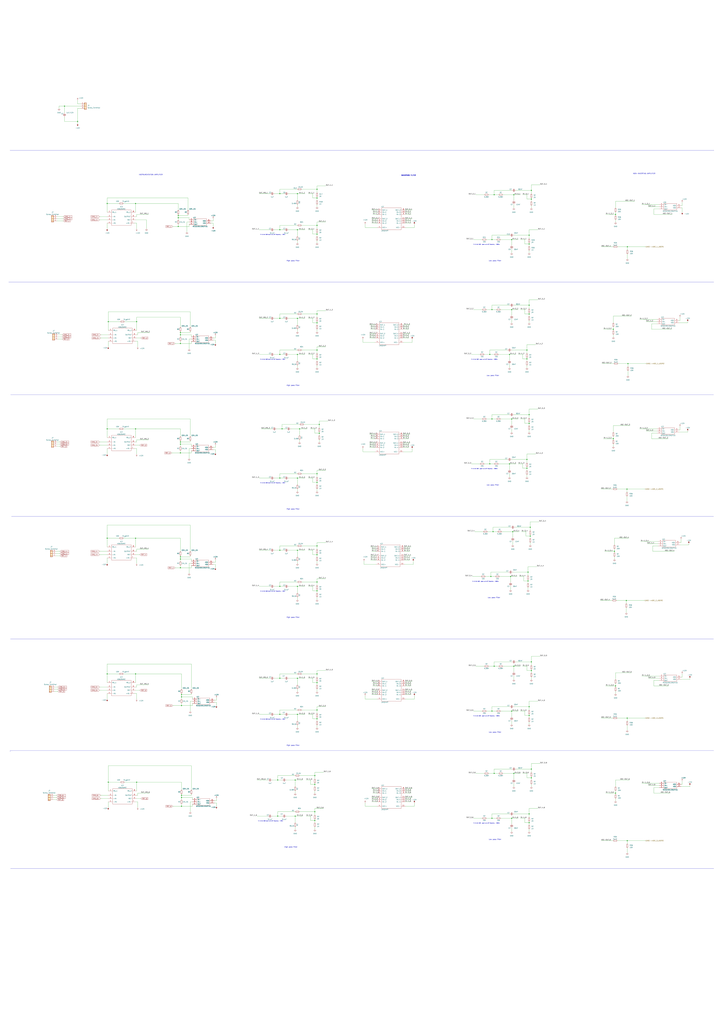
<source format=kicad_sch>
(kicad_sch (version 20230121) (generator eeschema)
  (paper "A0" portrait)
  (junction (at 325.12 411.48))
  (junction (at 614.68 491.49))
  (junction (at 368.3 560.07))
  (junction (at 571.5 278.13))
  (junction (at 368.3 685.8))
  (junction (at 571.5 825.5))
  (junction (at 365.76 942.34))
  (junction (at 572.77 617.22))
  (junction (at 615.95 622.3))
  (junction (at 370.84 502.92))
  (junction (at 325.12 224.79))
  (junction (at 571.5 949.96))
  (junction (at 157.48 497.84))
  (junction (at 325.12 829.31))
  (junction (at 368.3 643.89))
  (junction (at 124.46 236.22))
  (junction (at 368.3 675.64))
  (junction (at 207.01 262.89))
  (junction (at 210.82 923.29))
  (junction (at 368.3 261.62))
  (junction (at 728.3196 567.7916))
  (junction (at 612.14 416.56))
  (junction (at 327.66 497.84))
  (junction (at 614.68 364.49))
  (junction (at 124.46 624.84))
  (junction (at 207.01 250.19))
  (junction (at 322.58 905.51))
  (junction (at 210.82 819.15))
  (junction (at 596.9 773.43))
  (junction (at 157.48 782.32))
  (junction (at 157.48 624.84))
  (junction (at 715.01 248.92))
  (junction (at 613.41 664.21))
  (junction (at 594.36 359.41))
  (junction (at 595.63 617.22))
  (junction (at 594.36 949.96))
  (junction (at 617.22 220.98))
  (junction (at 124.46 782.32))
  (junction (at 614.68 283.21))
  (junction (at 617.22 231.14))
  (junction (at 368.3 633.73))
  (junction (at 615.95 612.14))
  (junction (at 209.55 386.08))
  (junction (at 325.12 787.4))
  (junction (at 617.22 768.35))
  (junction (at 727.5576 697.1284))
  (junction (at 365.76 952.5))
  (junction (at 210.82 935.99))
  (junction (at 368.3 782.32))
  (junction (at 209.55 513.08))
  (junction (at 158.75 908.05))
  (junction (at 345.44 369.57))
  (junction (at 345.44 829.31))
  (junction (at 712.47 509.27))
  (junction (at 594.36 278.13))
  (junction (at 325.12 680.72))
  (junction (at 617.22 778.51))
  (junction (at 594.36 486.41))
  (junction (at 596.9 897.89))
  (junction (at 568.96 411.48))
  (junction (at 345.44 787.4))
  (junction (at 347.98 497.84))
  (junction (at 612.14 533.4))
  (junction (at 325.12 638.81))
  (junction (at 591.82 538.48))
  (junction (at 370.84 492.76))
  (junction (at 571.5 486.41))
  (junction (at 617.22 892.81))
  (junction (at 570.23 669.29))
  (junction (at 209.55 648.97))
  (junction (at 345.44 224.79))
  (junction (at 210.82 925.83))
  (junction (at 593.09 669.29))
  (junction (at 614.68 955.04))
  (junction (at 209.55 525.78))
  (junction (at 368.3 792.48))
  (junction (at 90.17 140.97))
  (junction (at 322.58 947.42))
  (junction (at 729.3864 422.0972))
  (junction (at 713.74 640.08))
  (junction (at 614.68 273.05))
  (junction (at 617.22 902.97))
  (junction (at 125.73 373.38))
  (junction (at 342.9 947.42))
  (junction (at 614.68 820.42))
  (junction (at 365.76 900.43))
  (junction (at 614.68 944.88))
  (junction (at 209.55 388.62))
  (junction (at 614.68 354.33))
  (junction (at 613.41 674.37))
  (junction (at 345.44 554.99))
  (junction (at 74.93 123.19))
  (junction (at 345.44 266.7))
  (junction (at 728.5228 833.628))
  (junction (at 591.82 411.48))
  (junction (at 365.76 910.59))
  (junction (at 568.96 538.48))
  (junction (at 207.01 252.73))
  (junction (at 325.12 266.7))
  (junction (at 612.14 406.4))
  (junction (at 125.73 908.05))
  (junction (at 614.68 830.58))
  (junction (at 728.5736 975.9696))
  (junction (at 594.36 825.5))
  (junction (at 345.44 680.72))
  (junction (at 728.7768 286.4612))
  (junction (at 342.9 905.51))
  (junction (at 210.82 808.99))
  (junction (at 157.48 236.22))
  (junction (at 574.04 773.43))
  (junction (at 574.04 897.89))
  (junction (at 325.12 554.99))
  (junction (at 715.01 796.29))
  (junction (at 209.55 398.78))
  (junction (at 596.9 226.06))
  (junction (at 368.3 364.49))
  (junction (at 209.55 646.43))
  (junction (at 124.46 497.84))
  (junction (at 368.3 416.56))
  (junction (at 368.3 271.78))
  (junction (at 325.12 369.57))
  (junction (at 614.68 481.33))
  (junction (at 368.3 549.91))
  (junction (at 368.3 374.65))
  (junction (at 368.3 229.87))
  (junction (at 715.01 920.75))
  (junction (at 345.44 638.81))
  (junction (at 345.44 411.48))
  (junction (at 571.5 359.41))
  (junction (at 209.55 659.13))
  (junction (at 612.14 543.56))
  (junction (at 368.3 406.4))
  (junction (at 158.75 373.38))
  (junction (at 574.04 226.06))
  (junction (at 368.3 824.23))
  (junction (at 712.47 382.27))
  (junction (at 210.82 806.45))
  (junction (at 209.55 515.62))
  (junction (at 368.3 834.39))
  (junction (at 368.3 219.71))
  (wire (pts (xy 471.17 925.83) (xy 478.79 925.83)))
  (wire (pts (xy 158.75 923.29) (xy 160.02 923.29)))
  (wire (pts (xy 745.49 784.86) (xy 765.81 784.86)))
  (wire (pts (xy 157.48 236.22) (xy 207.01 236.22)))
  (wire (pts (xy 612.14 551.18) (xy 612.14 553.72)))
  (wire (pts (xy 368.3 549.91) (xy 368.3 553.72)))
  (wire (pts (xy 222.25 648.97) (xy 222.25 651.51)))
  (wire (pts (xy 321.31 497.84) (xy 327.66 497.84)))
  (wire (pts (xy 591.82 538.48) (xy 591.82 544.83)))
  (wire (pts (xy 703.58 920.75) (xy 715.01 920.75)))
  (wire (pts (xy 609.6 949.96) (xy 609.6 955.04)))
  (wire (pts (xy 345.44 237.49) (xy 345.44 240.03)))
  (wire (pts (xy 698.3476 975.9696) (xy 712.1144 975.9696)))
  (wire (pts (xy 572.77 612.14) (xy 572.77 617.22)))
  (wire (pts (xy 471.17 793.75) (xy 477.52 793.75)))
  (wire (pts (xy 210.82 908.05) (xy 210.82 916.94)))
  (wire (pts (xy 591.82 549.91) (xy 591.82 553.72)))
  (wire (pts (xy 715.01 248.92) (xy 715.01 250.19)))
  (wire (pts (xy 612.14 902.97) (xy 617.22 902.97)))
  (wire (pts (xy 574.04 773.43) (xy 579.12 773.43)))
  (wire (pts (xy 712.47 506.73) (xy 712.47 509.27)))
  (wire (pts (xy 222.25 393.7) (xy 219.71 393.7)))
  (wire (pts (xy 568.96 406.4) (xy 568.96 411.48)))
  (wire (pts (xy 715.01 255.27) (xy 715.01 257.81)))
  (wire (pts (xy 429.26 519.43) (xy 435.61 519.43)))
  (wire (pts (xy 615.95 605.79) (xy 615.95 612.14)))
  (wire (pts (xy 209.55 388.62) (xy 222.25 388.62)))
  (wire (pts (xy 574.04 897.89) (xy 579.12 897.89)))
  (wire (pts (xy 222.25 922.02) (xy 222.25 923.29)))
  (wire (pts (xy 716.1784 697.1284) (xy 727.5576 697.1284)))
  (wire (pts (xy 431.8 806.45) (xy 438.15 806.45)))
  (wire (pts (xy 143.51 624.84) (xy 157.48 624.84)))
  (wire (pts (xy 594.36 220.98) (xy 574.04 220.98)))
  (wire (pts (xy 158.75 368.3) (xy 158.75 373.38)))
  (wire (pts (xy 368.3 402.59) (xy 378.46 402.59)))
  (wire (pts (xy 468.63 379.73) (xy 474.98 379.73)))
  (wire (pts (xy 335.28 369.57) (xy 345.44 369.57)))
  (wire (pts (xy 370.84 492.76) (xy 370.84 496.57)))
  (wire (pts (xy 480.06 651.51) (xy 480.06 655.32)))
  (polyline (pts (xy 829.0052 174.498) (xy 829.0052 174.5488)))
  (wire (pts (xy 350.52 364.49) (xy 368.3 364.49)))
  (wire (pts (xy 617.22 886.46) (xy 617.22 892.81)))
  (wire (pts (xy 617.22 892.81) (xy 617.22 896.62)))
  (wire (pts (xy 318.77 638.81) (xy 325.12 638.81)))
  (wire (pts (xy 431.8 803.91) (xy 438.15 803.91)))
  (wire (pts (xy 715.01 920.75) (xy 715.01 922.02)))
  (wire (pts (xy 471.17 928.37) (xy 477.52 928.37)))
  (wire (pts (xy 571.5 949.96) (xy 576.58 949.96)))
  (wire (pts (xy 759.46 789.94) (xy 759.46 796.29)))
  (wire (pts (xy 614.68 830.58) (xy 614.68 833.12)))
  (wire (pts (xy 584.2 226.06) (xy 596.9 226.06)))
  (wire (pts (xy 350.52 675.64) (xy 368.3 675.64)))
  (wire (pts (xy 345.44 224.79) (xy 345.44 232.41)))
  (wire (pts (xy 595.63 628.65) (xy 595.63 632.46)))
  (wire (pts (xy 322.58 947.42) (xy 327.66 947.42)))
  (wire (pts (xy 593.09 669.29) (xy 593.09 675.64)))
  (wire (pts (xy 718.0072 422.0972) (xy 729.3864 422.0972)))
  (wire (pts (xy 471.17 254) (xy 478.79 254)))
  (wire (pts (xy 335.28 638.81) (xy 345.44 638.81)))
  (wire (pts (xy 728.3196 567.7916) (xy 749.4016 567.7916)))
  (wire (pts (xy 325.12 261.62) (xy 325.12 266.7)))
  (wire (pts (xy 160.02 920.75) (xy 173.99 920.75)))
  (wire (pts (xy 607.06 411.48) (xy 607.06 416.56)))
  (wire (pts (xy 596.9 773.43) (xy 604.52 773.43)))
  (wire (pts (xy 702.31 640.08) (xy 713.74 640.08)))
  (wire (pts (xy 342.9 900.43) (xy 322.58 900.43)))
  (wire (pts (xy 209.55 523.24) (xy 209.55 525.78)))
  (wire (pts (xy 368.3 261.62) (xy 368.3 265.43)))
  (wire (pts (xy 223.52 814.07) (xy 220.98 814.07)))
  (wire (pts (xy 368.3 546.1) (xy 368.3 549.91)))
  (polyline (pts (xy 11.8872 871.3724) (xy 829.1068 871.3724)))
  (wire (pts (xy 335.28 680.72) (xy 345.44 680.72)))
  (wire (pts (xy 612.14 400.05) (xy 622.3 400.05)))
  (wire (pts (xy 594.36 949.96) (xy 594.36 956.31)))
  (wire (pts (xy 116.84 392.43) (xy 125.73 392.43)))
  (wire (pts (xy 429.26 389.89) (xy 435.61 389.89)))
  (wire (pts (xy 566.42 617.22) (xy 572.77 617.22)))
  (wire (pts (xy 431.8 925.83) (xy 438.15 925.83)))
  (wire (pts (xy 157.48 497.84) (xy 157.48 508)))
  (wire (pts (xy 604.52 278.13) (xy 609.6 278.13)))
  (wire (pts (xy 607.06 773.43) (xy 612.14 773.43)))
  (wire (pts (xy 701.04 509.27) (xy 712.47 509.27)))
  (wire (pts (xy 610.87 622.3) (xy 615.95 622.3)))
  (wire (pts (xy 431.8 801.37) (xy 438.15 801.37)))
  (wire (pts (xy 363.22 229.87) (xy 368.3 229.87)))
  (wire (pts (xy 728.5736 975.9696) (xy 728.5736 979.424)))
  (wire (pts (xy 567.69 897.89) (xy 574.04 897.89)))
  (wire (pts (xy 615.95 621.03) (xy 615.95 622.3)))
  (wire (pts (xy 698.0936 567.7916) (xy 711.8604 567.7916)))
  (wire (pts (xy 792.48 906.78) (xy 792.48 910.59)))
  (wire (pts (xy 601.98 411.48) (xy 607.06 411.48)))
  (wire (pts (xy 345.44 824.23) (xy 325.12 824.23)))
  (wire (pts (xy 431.8 930.91) (xy 438.15 930.91)))
  (wire (pts (xy 368.3 219.71) (xy 368.3 223.52)))
  (wire (pts (xy 570.23 664.21) (xy 570.23 669.29)))
  (wire (pts (xy 612.14 527.05) (xy 612.14 533.4)))
  (wire (pts (xy 115.57 643.89) (xy 124.46 643.89)))
  (wire (pts (xy 345.44 364.49) (xy 325.12 364.49)))
  (wire (pts (xy 567.69 773.43) (xy 574.04 773.43)))
  (wire (pts (xy 612.14 400.05) (xy 612.14 406.4)))
  (wire (pts (xy 64.77 642.62) (xy 69.85 642.62)))
  (wire (pts (xy 788.67 499.11) (xy 789.94 499.11)))
  (wire (pts (xy 368.3 820.42) (xy 378.46 820.42)))
  (wire (pts (xy 599.44 220.98) (xy 617.22 220.98)))
  (wire (pts (xy 365.76 938.53) (xy 365.76 942.34)))
  (wire (pts (xy 363.22 792.48) (xy 368.3 792.48)))
  (wire (pts (xy 210.82 811.53) (xy 210.82 808.99)))
  (wire (pts (xy 300.99 369.57) (xy 313.69 369.57)))
  (wire (pts (xy 247.65 652.78) (xy 250.19 652.78)))
  (wire (pts (xy 251.46 929.64) (xy 251.46 927.1)))
  (wire (pts (xy 345.44 279.4) (xy 345.44 281.94)))
  (wire (pts (xy 355.6 905.51) (xy 360.68 905.51)))
  (wire (pts (xy 424.18 807.72) (xy 424.18 811.53)))
  (wire (pts (xy 335.28 829.31) (xy 345.44 829.31)))
  (wire (pts (xy 144.78 373.38) (xy 158.75 373.38)))
  (wire (pts (xy 358.14 554.99) (xy 363.22 554.99)))
  (wire (pts (xy 158.75 520.7) (xy 158.75 527.05)))
  (wire (pts (xy 247.65 521.97) (xy 250.19 521.97)))
  (wire (pts (xy 207.01 250.19) (xy 207.01 252.73)))
  (wire (pts (xy 245.11 259.08) (xy 247.65 259.08)))
  (wire (pts (xy 222.25 654.05) (xy 219.71 654.05)))
  (wire (pts (xy 595.63 664.21) (xy 613.41 664.21)))
  (wire (pts (xy 363.22 834.39) (xy 368.3 834.39)))
  (wire (pts (xy 729.3864 422.0972) (xy 750.4684 422.0972)))
  (wire (pts (xy 219.71 262.89) (xy 219.71 260.35)))
  (wire (pts (xy 222.25 806.45) (xy 210.82 806.45)))
  (wire (pts (xy 715.01 793.75) (xy 715.01 796.29)))
  (wire (pts (xy 596.9 773.43) (xy 596.9 779.78)))
  (wire (pts (xy 66.04 518.16) (xy 69.85 518.16)))
  (wire (pts (xy 63.5 800.1) (xy 67.31 800.1)))
  (wire (pts (xy 67.31 388.62) (xy 72.39 388.62)))
  (wire (pts (xy 563.88 669.29) (xy 570.23 669.29)))
  (wire (pts (xy 368.3 567.69) (xy 368.3 570.23)))
  (wire (pts (xy 345.44 693.42) (xy 345.44 695.96)))
  (wire (pts (xy 471.17 264.16) (xy 481.33 264.16)))
  (wire (pts (xy 789.94 632.46) (xy 800.1 632.46)))
  (wire (pts (xy 368.3 629.92) (xy 368.3 633.73)))
  (wire (pts (xy 223.52 930.91) (xy 220.98 930.91)))
  (wire (pts (xy 158.75 392.43) (xy 163.83 392.43)))
  (wire (pts (xy 124.46 770.89) (xy 124.46 782.32)))
  (wire (pts (xy 571.5 354.33) (xy 571.5 359.41)))
  (wire (pts (xy 365.76 952.5) (xy 365.76 955.04)))
  (wire (pts (xy 728.5736 984.504) (xy 728.5736 989.8888)))
  (wire (pts (xy 115.57 251.46) (xy 124.46 251.46)))
  (wire (pts (xy 591.82 481.33) (xy 571.5 481.33)))
  (wire (pts (xy 209.55 497.84) (xy 209.55 506.73)))
  (wire (pts (xy 571.5 278.13) (xy 576.58 278.13)))
  (wire (pts (xy 325.12 675.64) (xy 325.12 680.72)))
  (wire (pts (xy 614.68 363.22) (xy 614.68 364.49)))
  (wire (pts (xy 759.46 242.57) (xy 759.46 248.92)))
  (wire (pts (xy 318.77 680.72) (xy 325.12 680.72)))
  (wire (pts (xy 610.87 617.22) (xy 610.87 622.3)))
  (wire (pts (xy 614.68 490.22) (xy 614.68 491.49)))
  (wire (pts (xy 209.55 368.3) (xy 158.75 368.3)))
  (polyline (pts (xy 829.1068 174.498) (xy 829.1068 174.5996)))
  (wire (pts (xy 471.17 246.38) (xy 477.52 246.38)))
  (wire (pts (xy 222.25 520.7) (xy 219.71 520.7)))
  (wire (pts (xy 363.22 411.48) (xy 363.22 416.56)))
  (wire (pts (xy 431.8 791.21) (xy 438.15 791.21)))
  (wire (pts (xy 63.5 802.64) (xy 67.31 802.64)))
  (wire (pts (xy 596.9 909.32) (xy 596.9 913.13)))
  (wire (pts (xy 345.44 829.31) (xy 354.33 829.31)))
  (wire (pts (xy 138.43 782.32) (xy 124.46 782.32)))
  (wire (pts (xy 368.3 558.8) (xy 368.3 560.07)))
  (wire (pts (xy 207.01 255.27) (xy 207.01 252.73)))
  (wire (pts (xy 469.9 650.24) (xy 476.25 650.24)))
  (wire (pts (xy 365.76 896.62) (xy 375.92 896.62)))
  (wire (pts (xy 598.17 612.14) (xy 615.95 612.14)))
  (wire (pts (xy 788.67 501.65) (xy 798.83 501.65)))
  (wire (pts (xy 614.68 499.11) (xy 614.68 501.65)))
  (wire (pts (xy 594.36 278.13) (xy 594.36 284.48)))
  (wire (pts (xy 368.3 215.9) (xy 368.3 219.71)))
  (wire (pts (xy 433.07 796.29) (xy 438.15 796.29)))
  (wire (pts (xy 715.01 918.21) (xy 715.01 920.75)))
  (wire (pts (xy 368.3 406.4) (xy 368.3 410.21)))
  (wire (pts (xy 615.95 612.14) (xy 615.95 615.95)))
  (wire (pts (xy 363.22 685.8) (xy 368.3 685.8)))
  (wire (pts (xy 581.66 825.5) (xy 594.36 825.5)))
  (wire (pts (xy 368.3 257.81) (xy 368.3 261.62)))
  (wire (pts (xy 358.14 829.31) (xy 363.22 829.31)))
  (wire (pts (xy 160.02 388.62) (xy 160.02 386.08)))
  (wire (pts (xy 248.92 815.34) (xy 251.46 815.34)))
  (wire (pts (xy 548.64 669.29) (xy 558.8 669.29)))
  (wire (pts (xy 614.68 820.42) (xy 614.68 824.23)))
  (wire (pts (xy 158.75 259.08) (xy 158.75 265.43)))
  (wire (pts (xy 759.46 920.75) (xy 778.5608 920.75)))
  (wire (pts (xy 222.25 805.18) (xy 222.25 806.45)))
  (wire (pts (xy 62.23 925.83) (xy 66.04 925.83)))
  (wire (pts (xy 609.6 491.49) (xy 614.68 491.49)))
  (wire (pts (xy 220.98 609.6) (xy 124.46 609.6)))
  (wire (pts (xy 469.9 645.16) (xy 477.52 645.16)))
  (wire (pts (xy 471.17 930.91) (xy 477.52 930.91)))
  (wire (pts (xy 363.22 224.79) (xy 363.22 229.87)))
  (wire (pts (xy 617.22 214.63) (xy 617.22 220.98)))
  (wire (pts (xy 584.2 773.43) (xy 596.9 773.43)))
  (wire (pts (xy 614.68 281.94) (xy 614.68 283.21)))
  (wire (pts (xy 568.96 533.4) (xy 568.96 538.48)))
  (wire (pts (xy 368.3 415.29) (xy 368.3 416.56)))
  (wire (pts (xy 335.28 266.7) (xy 345.44 266.7)))
  (wire (pts (xy 115.57 640.08) (xy 124.46 640.08)))
  (wire (pts (xy 471.17 803.91) (xy 477.52 803.91)))
  (wire (pts (xy 345.44 261.62) (xy 325.12 261.62)))
  (wire (pts (xy 614.68 814.07) (xy 614.68 820.42)))
  (wire (pts (xy 322.58 900.43) (xy 322.58 905.51)))
  (wire (pts (xy 345.44 554.99) (xy 345.44 562.61)))
  (wire (pts (xy 350.52 782.32) (xy 368.3 782.32)))
  (wire (pts (xy 139.7 908.05) (xy 125.73 908.05)))
  (wire (pts (xy 345.44 411.48) (xy 354.33 411.48)))
  (wire (pts (xy 368.3 778.51) (xy 368.3 782.32)))
  (wire (pts (xy 471.17 935.99) (xy 481.33 935.99)))
  (wire (pts (xy 363.22 554.99) (xy 363.22 560.07)))
  (wire (pts (xy 614.68 944.88) (xy 614.68 948.69)))
  (wire (pts (xy 562.61 411.48) (xy 568.96 411.48)))
  (wire (pts (xy 158.75 513.08) (xy 158.75 510.54)))
  (wire (pts (xy 345.44 675.64) (xy 325.12 675.64)))
  (wire (pts (xy 325.12 364.49) (xy 325.12 369.57)))
  (wire (pts (xy 358.14 224.79) (xy 363.22 224.79)))
  (wire (pts (xy 614.68 266.7) (xy 614.68 273.05)))
  (wire (pts (xy 325.12 829.31) (xy 330.2 829.31)))
  (wire (pts (xy 327.66 497.84) (xy 332.74 497.84)))
  (wire (pts (xy 594.36 278.13) (xy 601.98 278.13)))
  (wire (pts (xy 335.28 554.99) (xy 345.44 554.99)))
  (wire (pts (xy 728.5736 975.9696) (xy 749.6556 975.9696)))
  (wire (pts (xy 712.47 509.27) (xy 712.47 510.54)))
  (wire (pts (xy 429.26 516.89) (xy 435.61 516.89)))
  (wire (pts (xy 469.9 635) (xy 477.52 635)))
  (wire (pts (xy 430.53 650.24) (xy 436.88 650.24)))
  (wire (pts (xy 368.3 633.73) (xy 368.3 637.54)))
  (wire (pts (xy 715.01 905.51) (xy 731.52 905.51)))
  (wire (pts (xy 617.22 902.97) (xy 617.22 905.51)))
  (wire (pts (xy 210.82 806.45) (xy 210.82 808.99)))
  (wire (pts (xy 612.14 542.29) (xy 612.14 543.56)))
  (wire (pts (xy 368.3 642.62) (xy 368.3 643.89)))
  (wire (pts (xy 124.46 647.7) (xy 124.46 654.05)))
  (wire (pts (xy 350.52 824.23) (xy 368.3 824.23)))
  (wire (pts (xy 209.55 497.84) (xy 157.48 497.84)))
  (wire (pts (xy 617.22 238.76) (xy 617.22 241.3)))
  (wire (pts (xy 247.65 519.43) (xy 250.19 519.43)))
  (wire (pts (xy 594.36 961.39) (xy 594.36 965.2)))
  (wire (pts (xy 614.68 364.49) (xy 614.68 367.03)))
  (wire (pts (xy 765.81 242.57) (xy 759.46 242.57)))
  (wire (pts (xy 613.41 657.86) (xy 613.41 664.21)))
  (wire (pts (xy 342.9 942.34) (xy 322.58 942.34)))
  (wire (pts (xy 325.12 638.81) (xy 330.2 638.81)))
  (wire (pts (xy 350.52 261.62) (xy 368.3 261.62)))
  (wire (pts (xy 570.23 669.29) (xy 575.31 669.29)))
  (wire (pts (xy 220.98 361.95) (xy 220.98 379.73)))
  (wire (pts (xy 210.82 782.32) (xy 210.82 800.1)))
  (wire (pts (xy 617.22 231.14) (xy 617.22 233.68)))
  (wire (pts (xy 363.22 266.7) (xy 363.22 271.78)))
  (wire (pts (xy 471.17 256.54) (xy 477.52 256.54)))
  (wire (pts (xy 68.58 123.19) (xy 74.93 123.19)))
  (wire (pts (xy 581.66 359.41) (xy 594.36 359.41)))
  (wire (pts (xy 210.82 819.15) (xy 223.52 819.15)))
  (wire (pts (xy 712.47 501.65) (xy 712.47 494.03)))
  (wire (pts (xy 756.92 382.27) (xy 780.4404 382.27)))
  (wire (pts (xy 223.52 808.99) (xy 223.52 811.53)))
  (wire (pts (xy 759.46 248.92) (xy 780.9992 248.92)))
  (wire (pts (xy 350.52 406.4) (xy 368.3 406.4)))
  (wire (pts (xy 360.68 910.59) (xy 365.76 910.59)))
  (wire (pts (xy 431.8 259.08) (xy 438.15 259.08)))
  (wire (pts (xy 596.9 897.89) (xy 604.52 897.89)))
  (wire (pts (xy 430.53 509.27) (xy 435.61 509.27)))
  (wire (pts (xy 608.33 674.37) (xy 613.41 674.37)))
  (wire (pts (xy 143.51 497.84) (xy 157.48 497.84)))
  (wire (pts (xy 223.52 925.83) (xy 223.52 928.37)))
  (wire (pts (xy 421.64 524.51) (xy 435.61 524.51)))
  (wire (pts (xy 717.1944 975.9696) (xy 728.5736 975.9696)))
  (wire (pts (xy 347.98 492.76) (xy 327.66 492.76)))
  (wire (pts (xy 617.22 777.24) (xy 617.22 778.51)))
  (wire (pts (xy 609.6 278.13) (xy 609.6 283.21)))
  (wire (pts (xy 347.98 942.34) (xy 365.76 942.34)))
  (wire (pts (xy 365.76 502.92) (xy 370.84 502.92)))
  (wire (pts (xy 368.3 671.83) (xy 368.3 675.64)))
  (wire (pts (xy 124.46 259.08) (xy 124.46 265.43)))
  (wire (pts (xy 547.37 411.48) (xy 557.53 411.48)))
  (wire (pts (xy 594.36 825.5) (xy 601.98 825.5)))
  (wire (pts (xy 62.23 923.29) (xy 66.04 923.29)))
  (wire (pts (xy 571.5 359.41) (xy 576.58 359.41)))
  (wire (pts (xy 431.8 256.54) (xy 438.15 256.54)))
  (wire (pts (xy 325.12 554.99) (xy 330.2 554.99)))
  (wire (pts (xy 318.77 369.57) (xy 325.12 369.57)))
  (wire (pts (xy 612.14 226.06) (xy 612.14 231.14)))
  (wire (pts (xy 363.22 416.56) (xy 368.3 416.56)))
  (wire (pts (xy 742.95 370.84) (xy 763.27 370.84)))
  (wire (pts (xy 596.9 226.06) (xy 596.9 232.41)))
  (wire (pts (xy 612.14 897.89) (xy 612.14 902.97)))
  (wire (pts (xy 90.17 140.97) (xy 90.17 125.73)))
  (wire (pts (xy 756.92 502.92) (xy 756.92 509.27)))
  (wire (pts (xy 615.95 629.92) (xy 615.95 632.46)))
  (wire (pts (xy 612.14 416.56) (xy 612.14 419.1)))
  (wire (pts (xy 327.66 492.76) (xy 327.66 497.84)))
  (wire (pts (xy 156.21 647.7) (xy 158.75 647.7)))
  (wire (pts (xy 713.74 640.08) (xy 713.74 641.35)))
  (wire (pts (xy 549.91 486.41) (xy 560.07 486.41)))
  (wire (pts (xy 300.99 787.4) (xy 313.69 787.4)))
  (wire (pts (xy 368.3 374.65) (xy 368.3 377.19)))
  (wire (pts (xy 571.5 273.05) (xy 571.5 278.13)))
  (wire (pts (xy 325.12 224.79) (xy 330.2 224.79)))
  (wire (pts (xy 581.66 486.41) (xy 594.36 486.41)))
  (wire (pts (xy 247.65 394.97) (xy 250.19 394.97)))
  (polyline (pts (xy 828.9036 327.5076) (xy 828.9036 327.5584)))
  (wire (pts (xy 116.84 923.29) (xy 125.73 923.29)))
  (wire (pts (xy 368.3 228.6) (xy 368.3 229.87)))
  (wire (pts (xy 431.8 640.08) (xy 436.88 640.08)))
  (wire (pts (xy 74.93 140.97) (xy 90.17 140.97)))
  (wire (pts (xy 792.48 241.3) (xy 792.48 246.38)))
  (wire (pts (xy 612.14 424.18) (xy 612.14 426.72)))
  (wire (pts (xy 250.19 392.43) (xy 250.19 389.89)))
  (wire (pts (xy 370.84 502.92) (xy 370.84 505.46)))
  (wire (pts (xy 199.39 525.78) (xy 209.55 525.78)))
  (wire (pts (xy 712.47 494.03) (xy 731.8756 494.03)))
  (wire (pts (xy 209.55 391.16) (xy 209.55 388.62)))
  (wire (pts (xy 552.45 897.89) (xy 562.61 897.89)))
  (wire (pts (xy 342.9 918.21) (xy 342.9 920.75)))
  (wire (pts (xy 715.01 241.3) (xy 715.01 233.68)))
  (wire (pts (xy 422.91 651.51) (xy 422.91 655.32)))
  (wire (pts (xy 468.63 392.43) (xy 474.98 392.43)))
  (wire (pts (xy 431.8 243.84) (xy 438.15 243.84)))
  (wire (pts (xy 363.22 829.31) (xy 363.22 834.39)))
  (wire (pts (xy 431.8 254) (xy 438.15 254)))
  (wire (pts (xy 139.7 373.38) (xy 125.73 373.38)))
  (wire (pts (xy 209.55 386.08) (xy 209.55 388.62)))
  (wire (pts (xy 365.76 951.23) (xy 365.76 952.5)))
  (wire (pts (xy 594.36 836.93) (xy 594.36 840.74)))
  (wire (pts (xy 124.46 520.7) (xy 124.46 527.05)))
  (wire (pts (xy 608.33 669.29) (xy 608.33 674.37)))
  (wire (pts (xy 614.68 474.98) (xy 624.84 474.98)))
  (wire (pts (xy 713.74 637.54) (xy 713.74 640.08)))
  (wire (pts (xy 594.36 892.81) (xy 574.04 892.81)))
  (polyline (pts (xy 828.7512 327.5584) (xy 828.9036 327.5584)))
  (wire (pts (xy 66.0908 251.46) (xy 73.66 251.46)))
  (wire (pts (xy 431.8 928.37) (xy 438.15 928.37)))
  (wire (pts (xy 358.14 680.72) (xy 363.22 680.72)))
  (wire (pts (xy 763.27 375.92) (xy 756.92 375.92)))
  (wire (pts (xy 614.68 829.31) (xy 614.68 830.58)))
  (wire (pts (xy 345.44 266.7) (xy 354.33 266.7)))
  (wire (pts (xy 607.06 897.89) (xy 612.14 897.89)))
  (wire (pts (xy 613.41 657.86) (xy 623.57 657.86)))
  (wire (pts (xy 614.68 955.04) (xy 614.68 957.58)))
  (wire (pts (xy 617.22 886.46) (xy 627.38 886.46)))
  (wire (pts (xy 565.15 359.41) (xy 571.5 359.41)))
  (wire (pts (xy 604.52 825.5) (xy 609.6 825.5)))
  (wire (pts (xy 220.98 513.08) (xy 209.55 513.08)))
  (wire (pts (xy 716.9404 567.7916) (xy 728.3196 567.7916)))
  (wire (pts (xy 368.3 279.4) (xy 368.3 281.94)))
  (wire (pts (xy 571.5 944.88) (xy 571.5 949.96)))
  (wire (pts (xy 595.63 617.22) (xy 603.25 617.22)))
  (wire (pts (xy 318.77 224.79) (xy 325.12 224.79)))
  (wire (pts (xy 801.37 788.67) (xy 801.37 787.4)))
  (wire (pts (xy 609.6 359.41) (xy 609.6 364.49)))
  (wire (pts (xy 358.14 266.7) (xy 363.22 266.7)))
  (wire (pts (xy 712.47 388.62) (xy 712.47 391.16)))
  (wire (pts (xy 468.63 506.73) (xy 474.98 506.73)))
  (wire (pts (xy 158.75 510.54) (xy 172.72 510.54)))
  (wire (pts (xy 322.58 905.51) (xy 327.66 905.51)))
  (wire (pts (xy 250.19 652.78) (xy 250.19 650.24)))
  (wire (pts (xy 360.68 952.5) (xy 365.76 952.5)))
  (wire (pts (xy 584.2 897.89) (xy 596.9 897.89)))
  (wire (pts (xy 318.77 787.4) (xy 325.12 787.4)))
  (wire (pts (xy 360.68 947.42) (xy 360.68 952.5)))
  (wire (pts (xy 701.04 382.27) (xy 712.47 382.27)))
  (wire (pts (xy 347.98 510.54) (xy 347.98 513.08)))
  (wire (pts (xy 614.68 347.98) (xy 624.84 347.98)))
  (wire (pts (xy 614.68 354.33) (xy 614.68 358.14)))
  (wire (pts (xy 715.01 781.05) (xy 733.7552 781.05)))
  (wire (pts (xy 143.51 782.32) (xy 157.48 782.32)))
  (wire (pts (xy 207.01 252.73) (xy 219.71 252.73)))
  (wire (pts (xy 345.44 567.69) (xy 345.44 570.23)))
  (wire (pts (xy 431.8 637.54) (xy 436.88 637.54)))
  (wire (pts (xy 712.47 515.62) (xy 712.47 518.16)))
  (wire (pts (xy 363.22 271.78) (xy 368.3 271.78)))
  (wire (pts (xy 594.36 533.4) (xy 612.14 533.4)))
  (wire (pts (xy 368.3 782.32) (xy 368.3 786.13)))
  (wire (pts (xy 157.48 396.24) (xy 160.02 396.24)))
  (wire (pts (xy 157.48 236.22) (xy 157.48 246.38)))
  (wire (pts (xy 728.3196 576.326) (xy 728.3196 581.7108)))
  (wire (pts (xy 345.44 787.4) (xy 354.33 787.4)))
  (wire (pts (xy 200.66 935.99) (xy 210.82 935.99)))
  (wire (pts (xy 478.79 393.7) (xy 478.79 397.51)))
  (wire (pts (xy 614.68 938.53) (xy 624.84 938.53)))
  (wire (pts (xy 218.44 248.92) (xy 218.44 250.19)))
  (wire (pts (xy 345.44 842.01) (xy 345.44 844.55)))
  (wire (pts (xy 248.92 812.8) (xy 251.46 812.8)))
  (wire (pts (xy 791.21 910.59) (xy 792.48 910.59)))
  (wire (pts (xy 209.55 513.08) (xy 209.55 515.62)))
  (wire (pts (xy 728.3196 567.7916) (xy 728.3196 571.246)))
  (wire (pts (xy 596.9 237.49) (xy 596.9 241.3)))
  (wire (pts (xy 614.68 283.21) (xy 614.68 285.75)))
  (wire (pts (xy 222.25 770.89) (xy 222.25 800.1)))
  (wire (pts (xy 368.3 834.39) (xy 368.3 836.93)))
  (wire (pts (xy 727.5576 697.1284) (xy 727.5576 700.5828)))
  (wire (pts (xy 115.57 516.89) (xy 124.46 516.89)))
  (wire (pts (xy 325.12 633.73) (xy 325.12 638.81)))
  (wire (pts (xy 220.98 384.81) (xy 220.98 386.08)))
  (wire (pts (xy 565.15 486.41) (xy 571.5 486.41)))
  (wire (pts (xy 712.47 382.27) (xy 712.47 383.54)))
  (wire (pts (xy 220.98 646.43) (xy 209.55 646.43)))
  (wire (pts (xy 433.07 793.75) (xy 438.15 793.75)))
  (wire (pts (xy 433.07 920.75) (xy 438.15 920.75)))
  (wire (pts (xy 220.98 486.41) (xy 124.46 486.41)))
  (wire (pts (xy 614.68 474.98) (xy 614.68 481.33)))
  (wire (pts (xy 207.01 262.89) (xy 219.71 262.89)))
  (wire (pts (xy 612.14 778.51) (xy 617.22 778.51)))
  (wire (pts (xy 170.18 255.27) (xy 170.18 265.43)))
  (wire (pts (xy 222.25 923.29) (xy 210.82 923.29)))
  (wire (pts (xy 335.28 224.79) (xy 345.44 224.79)))
  (wire (pts (xy 481.33 260.35) (xy 481.33 264.16)))
  (wire (pts (xy 251.46 812.8) (xy 251.46 810.26)))
  (polyline (pts (xy 829.0052 1008.126) (xy 829.0052 1008.2276)))
  (wire (pts (xy 421.64 520.7) (xy 421.64 524.51)))
  (wire (pts (xy 609.6 364.49) (xy 614.68 364.49)))
  (wire (pts (xy 547.37 538.48) (xy 557.53 538.48)))
  (wire (pts (xy 591.82 354.33) (xy 571.5 354.33)))
  (wire (pts (xy 468.63 519.43) (xy 474.98 519.43)))
  (wire (pts (xy 594.36 825.5) (xy 594.36 831.85)))
  (wire (pts (xy 345.44 549.91) (xy 325.12 549.91)))
  (wire (pts (xy 727.5576 697.1284) (xy 748.6396 697.1284)))
  (wire (pts (xy 116.84 927.1) (xy 125.73 927.1)))
  (wire (pts (xy 209.55 646.43) (xy 209.55 648.97)))
  (wire (pts (xy 209.55 624.84) (xy 157.48 624.84)))
  (wire (pts (xy 368.3 824.23) (xy 368.3 828.04)))
  (wire (pts (xy 223.52 819.15) (xy 223.52 816.61)))
  (wire (pts (xy 594.36 289.56) (xy 594.36 293.37)))
  (wire (pts (xy 250.19 521.97) (xy 250.19 525.78)))
  (wire (pts (xy 342.9 947.42) (xy 342.9 955.04)))
  (wire (pts (xy 468.63 524.51) (xy 478.79 524.51)))
  (wire (pts (xy 617.22 778.51) (xy 617.22 781.05)))
  (wire (pts (xy 158.75 795.02) (xy 172.72 795.02)))
  (wire (pts (xy 222.25 770.89) (xy 124.46 770.89)))
  (wire (pts (xy 617.22 762) (xy 627.38 762)))
  (wire (pts (xy 614.68 266.7) (xy 624.84 266.7)))
  (wire (pts (xy 798.83 374.65) (xy 798.83 373.38)))
  (wire (pts (xy 765.81 914.4) (xy 759.46 914.4)))
  (wire (pts (xy 300.99 554.99) (xy 313.69 554.99)))
  (wire (pts (xy 614.68 953.77) (xy 614.68 955.04)))
  (wire (pts (xy 207.01 260.35) (xy 207.01 262.89)))
  (wire (pts (xy 158.75 637.54) (xy 172.72 637.54)))
  (wire (pts (xy 223.52 935.99) (xy 223.52 933.45)))
  (wire (pts (xy 368.3 842.01) (xy 368.3 844.55)))
  (polyline (pts (xy 13.2588 599.5416) (xy 828.9544 599.5416)))
  (wire (pts (xy 345.44 411.48) (xy 345.44 419.1)))
  (wire (pts (xy 220.98 645.16) (xy 220.98 646.43)))
  (wire (pts (xy 469.9 637.54) (xy 476.25 637.54)))
  (wire (pts (xy 429.26 387.35) (xy 435.61 387.35)))
  (wire (pts (xy 433.07 918.21) (xy 438.15 918.21)))
  (wire (pts (xy 617.22 214.63) (xy 627.38 214.63)))
  (wire (pts (xy 609.6 955.04) (xy 614.68 955.04)))
  (wire (pts (xy 345.44 633.73) (xy 325.12 633.73)))
  (wire (pts (xy 431.8 915.67) (xy 438.15 915.67)))
  (wire (pts (xy 614.68 273.05) (xy 614.68 276.86)))
  (wire (pts (xy 430.53 382.27) (xy 435.61 382.27)))
  (wire (pts (xy 745.49 237.49) (xy 765.81 237.49)))
  (wire (pts (xy 594.36 486.41) (xy 601.98 486.41)))
  (wire (pts (xy 368.3 215.9) (xy 378.46 215.9)))
  (wire (pts (xy 549.91 278.13) (xy 560.07 278.13)))
  (wire (pts (xy 138.43 624.84) (xy 124.46 624.84)))
  (wire (pts (xy 363.22 787.4) (xy 363.22 792.48)))
  (wire (pts (xy 157.48 797.56) (xy 158.75 797.56)))
  (wire (pts (xy 594.36 486.41) (xy 594.36 492.76)))
  (wire (pts (xy 368.3 791.21) (xy 368.3 792.48)))
  (wire (pts (xy 125.73 373.38) (xy 125.73 383.54)))
  (wire (pts (xy 368.3 424.18) (xy 368.3 426.72)))
  (wire (pts (xy 421.64 397.51) (xy 435.61 397.51)))
  (wire (pts (xy 157.48 643.89) (xy 162.56 643.89)))
  (wire (pts (xy 90.17 125.73) (xy 93.98 125.73)))
  (wire (pts (xy 591.82 273.05) (xy 571.5 273.05)))
  (wire (pts (xy 222.25 659.13) (xy 222.25 656.59)))
  (wire (pts (xy 353.06 492.76) (xy 370.84 492.76)))
  (wire (pts (xy 593.09 612.14) (xy 572.77 612.14)))
  (wire (pts (xy 345.44 369.57) (xy 354.33 369.57)))
  (wire (pts (xy 717.3976 286.4612) (xy 728.7768 286.4612)))
  (wire (pts (xy 318.77 266.7) (xy 325.12 266.7)))
  (wire (pts (xy 64.77 640.08) (xy 69.85 640.08)))
  (wire (pts (xy 74.93 135.89) (xy 74.93 140.97)))
  (wire (pts (xy 429.26 514.35) (xy 435.61 514.35)))
  (wire (pts (xy 614.68 290.83) (xy 614.68 293.37)))
  (wire (pts (xy 335.28 787.4) (xy 345.44 787.4)))
  (wire (pts (xy 158.75 640.08) (xy 158.75 637.54)))
  (wire (pts (xy 430.53 645.16) (xy 436.88 645.16)))
  (wire (pts (xy 368.3 402.59) (xy 368.3 406.4)))
  (wire (pts (xy 764.54 633.73) (xy 758.19 633.73)))
  (wire (pts (xy 574.04 220.98) (xy 574.04 226.06)))
  (wire (pts (xy 251.46 815.34) (xy 251.46 819.15)))
  (wire (pts (xy 368.3 373.38) (xy 368.3 374.65)))
  (wire (pts (xy 160.02 930.91) (xy 160.02 937.26)))
  (wire (pts (xy 209.55 659.13) (xy 222.25 659.13)))
  (wire (pts (xy 798.83 501.65) (xy 798.83 500.38)))
  (wire (pts (xy 604.52 949.96) (xy 609.6 949.96)))
  (wire (pts (xy 758.19 640.08) (xy 783.4884 640.08)))
  (wire (pts (xy 124.46 609.6) (xy 124.46 624.84)))
  (wire (pts (xy 325.12 782.32) (xy 325.12 787.4)))
  (wire (pts (xy 125.73 889) (xy 125.73 908.05)))
  (wire (pts (xy 318.77 554.99) (xy 325.12 554.99)))
  (wire (pts (xy 596.9 897.89) (xy 596.9 904.24)))
  (wire (pts (xy 332.74 905.51) (xy 342.9 905.51)))
  (wire (pts (xy 157.48 624.84) (xy 157.48 635)))
  (wire (pts (xy 115.57 255.27) (xy 124.46 255.27)))
  (wire (pts (xy 157.48 516.89) (xy 162.56 516.89)))
  (wire (pts (xy 607.06 543.56) (xy 612.14 543.56)))
  (wire (pts (xy 358.14 787.4) (xy 363.22 787.4)))
  (wire (pts (xy 365.76 960.12) (xy 365.76 962.66)))
  (wire (pts (xy 220.98 930.91) (xy 220.98 942.34)))
  (wire (pts (xy 717.1436 833.628) (xy 728.5228 833.628)))
  (wire (pts (xy 157.48 801.37) (xy 162.56 801.37)))
  (wire (pts (xy 617.22 901.7) (xy 617.22 902.97)))
  (wire (pts (xy 591.82 422.91) (xy 591.82 426.72)))
  (wire (pts (xy 571.5 481.33) (xy 571.5 486.41)))
  (wire (pts (xy 300.99 224.79) (xy 313.69 224.79)))
  (wire (pts (xy 363.22 369.57) (xy 363.22 374.65)))
  (wire (pts (xy 599.44 768.35) (xy 617.22 768.35)))
  (wire (pts (xy 801.37 913.13) (xy 801.37 911.86)))
  (wire (pts (xy 251.46 932.18) (xy 251.46 935.99)))
  (wire (pts (xy 300.99 638.81) (xy 313.69 638.81)))
  (wire (pts (xy 756.92 375.92) (xy 756.92 382.27)))
  (wire (pts (xy 617.22 220.98) (xy 617.22 224.79)))
  (wire (pts (xy 612.14 415.29) (xy 612.14 416.56)))
  (wire (pts (xy 143.51 236.22) (xy 157.48 236.22)))
  (wire (pts (xy 612.14 773.43) (xy 612.14 778.51)))
  (wire (pts (xy 699.1604 422.0972) (xy 712.9272 422.0972)))
  (wire (pts (xy 800.1 632.46) (xy 800.1 631.19)))
  (wire (pts (xy 363.22 680.72) (xy 363.22 685.8)))
  (wire (pts (xy 219.71 393.7) (xy 219.71 405.13)))
  (wire (pts (xy 565.15 949.96) (xy 571.5 949.96)))
  (polyline (pts (xy 12.192 1008.2276) (xy 829.0052 1008.2276)))
  (wire (pts (xy 715.01 927.1) (xy 715.01 929.64)))
  (wire (pts (xy 551.18 617.22) (xy 561.34 617.22)))
  (wire (pts (xy 429.26 377.19) (xy 435.61 377.19)))
  (wire (pts (xy 562.61 538.48) (xy 568.96 538.48)))
  (wire (pts (xy 750.57 500.38) (xy 763.27 500.38)))
  (wire (pts (xy 468.63 516.89) (xy 474.98 516.89)))
  (wire (pts (xy 471.17 806.45) (xy 477.52 806.45)))
  (wire (pts (xy 604.52 359.41) (xy 609.6 359.41)))
  (wire (pts (xy 345.44 638.81) (xy 345.44 646.43)))
  (wire (pts (xy 429.26 392.43) (xy 435.61 392.43)))
  (wire (pts (xy 594.36 359.41) (xy 601.98 359.41)))
  (wire (pts (xy 759.46 796.29) (xy 776.7828 796.29)))
  (wire (pts (xy 342.9 960.12) (xy 342.9 962.66)))
  (wire (pts (xy 727.5576 705.6628) (xy 727.5576 711.0476)))
  (wire (pts (xy 210.82 782.32) (xy 157.48 782.32)))
  (wire (pts (xy 207.01 236.22) (xy 207.01 243.84)))
  (wire (pts (xy 158.75 908.05) (xy 158.75 918.21)))
  (wire (pts (xy 591.82 411.48) (xy 591.82 417.83)))
  (wire (pts (xy 607.06 538.48) (xy 607.06 543.56)))
  (wire (pts (xy 579.12 411.48) (xy 591.82 411.48)))
  (wire (pts (xy 468.63 377.19) (xy 476.25 377.19)))
  (wire (pts (xy 424.18 932.18) (xy 424.18 935.99)))
  (wire (pts (xy 596.9 481.33) (xy 614.68 481.33)))
  (wire (pts (xy 345.44 369.57) (xy 345.44 377.19)))
  (wire (pts (xy 218.44 229.87) (xy 124.46 229.87)))
  (wire (pts (xy 468.63 382.27) (xy 474.98 382.27)))
  (wire (pts (xy 613.41 681.99) (xy 613.41 684.53)))
  (wire (pts (xy 222.25 525.78) (xy 222.25 523.24)))
  (wire (pts (xy 90.17 116.332) (xy 90.17 120.65)))
  (wire (pts (xy 342.9 905.51) (xy 351.79 905.51)))
  (wire (pts (xy 468.63 389.89) (xy 474.98 389.89)))
  (wire (pts (xy 210.82 923.29) (xy 210.82 925.83)))
  (wire (pts (xy 345.44 382.27) (xy 345.44 384.81)))
  (wire (pts (xy 325.12 406.4) (xy 325.12 411.48)))
  (wire (pts (xy 220.98 814.07) (xy 220.98 825.5)))
  (wire (pts (xy 594.36 406.4) (xy 612.14 406.4)))
  (wire (pts (xy 729.3864 430.6316) (xy 729.3864 436.0164)))
  (wire (pts (xy 368.3 778.51) (xy 378.46 778.51)))
  (wire (pts (xy 471.17 248.92) (xy 477.52 248.92)))
  (wire (pts (xy 74.93 123.19) (xy 74.93 130.81)))
  (wire (pts (xy 345.44 638.81) (xy 354.33 638.81)))
  (wire (pts (xy 316.23 947.42) (xy 322.58 947.42)))
  (wire (pts (xy 471.17 243.84) (xy 478.79 243.84)))
  (wire (pts (xy 565.15 825.5) (xy 571.5 825.5)))
  (wire (pts (xy 365.76 910.59) (xy 365.76 913.13)))
  (wire (pts (xy 345.44 680.72) (xy 345.44 688.34)))
  (wire (pts (xy 160.02 396.24) (xy 160.02 402.59)))
  (wire (pts (xy 478.79 520.7) (xy 478.79 524.51)))
  (wire (pts (xy 753.11 240.03) (xy 765.81 240.03)))
  (wire (pts (xy 200.66 819.15) (xy 210.82 819.15)))
  (wire (pts (xy 158.75 251.46) (xy 158.75 248.92)))
  (wire (pts (xy 325.12 549.91) (xy 325.12 554.99)))
  (wire (pts (xy 594.36 949.96) (xy 601.98 949.96)))
  (wire (pts (xy 220.98 609.6) (xy 220.98 640.08)))
  (wire (pts (xy 697.3316 697.1284) (xy 711.0984 697.1284)))
  (wire (pts (xy 300.99 829.31) (xy 313.69 829.31)))
  (wire (pts (xy 715.01 796.29) (xy 715.01 797.56)))
  (wire (pts (xy 365.76 942.34) (xy 365.76 946.15)))
  (wire (pts (xy 66.04 513.08) (xy 69.85 513.08)))
  (wire (pts (xy 568.96 538.48) (xy 574.04 538.48)))
  (wire (pts (xy 115.57 801.37) (xy 124.46 801.37)))
  (wire (pts (xy 365.76 896.62) (xy 365.76 900.43)))
  (wire (pts (xy 549.91 949.96) (xy 560.07 949.96)))
  (wire (pts (xy 368.3 833.12) (xy 368.3 834.39)))
  (polyline (pts (xy 10.0584 327.5076) (xy 828.9036 327.5076)))
  (wire (pts (xy 220.98 361.95) (xy 125.73 361.95)))
  (polyline (pts (xy 829.0052 174.498) (xy 829.1068 174.498)))
  (wire (pts (xy 358.14 638.81) (xy 363.22 638.81)))
  (wire (pts (xy 368.3 651.51) (xy 368.3 654.05)))
  (wire (pts (xy 753.11 911.86) (xy 765.81 911.86)))
  (wire (pts (xy 219.71 654.05) (xy 219.71 665.48)))
  (wire (pts (xy 703.58 248.92) (xy 715.01 248.92)))
  (wire (pts (xy 303.53 497.84) (xy 316.23 497.84)))
  (wire (pts (xy 245.11 256.54) (xy 247.65 256.54)))
  (wire (pts (xy 218.44 250.19) (xy 207.01 250.19)))
  (wire (pts (xy 596.9 273.05) (xy 614.68 273.05)))
  (wire (pts (xy 66.04 515.62) (xy 69.85 515.62)))
  (wire (pts (xy 728.7768 286.4612) (xy 728.7768 289.9156)))
  (wire (pts (xy 209.55 396.24) (xy 209.55 398.78)))
  (wire (pts (xy 791.21 788.67) (xy 801.37 788.67)))
  (wire (pts (xy 124.46 624.84) (xy 124.46 635)))
  (wire (pts (xy 594.36 359.41) (xy 594.36 365.76)))
  (wire (pts (xy 222.25 889) (xy 222.25 916.94)))
  (wire (pts (xy 158.75 388.62) (xy 160.02 388.62)))
  (wire (pts (xy 601.98 538.48) (xy 607.06 538.48)))
  (wire (pts (xy 138.43 497.84) (xy 124.46 497.84)))
  (wire (pts (xy 318.77 829.31) (xy 325.12 829.31)))
  (wire (pts (xy 350.52 633.73) (xy 368.3 633.73)))
  (wire (pts (xy 209.55 525.78) (xy 222.25 525.78)))
  (wire (pts (xy 210.82 933.45) (xy 210.82 935.99)))
  (wire (pts (xy 368.3 684.53) (xy 368.3 685.8)))
  (wire (pts (xy 345.44 680.72) (xy 354.33 680.72)))
  (wire (pts (xy 424.18 811.53) (xy 438.15 811.53)))
  (wire (pts (xy 125.73 361.95) (xy 125.73 373.38)))
  (wire (pts (xy 363.22 638.81) (xy 363.22 643.89)))
  (wire (pts (xy 90.17 120.65) (xy 93.98 120.65)))
  (wire (pts (xy 209.55 511.81) (xy 209.55 513.08)))
  (wire (pts (xy 298.45 905.51) (xy 311.15 905.51)))
  (wire (pts (xy 62.23 928.37) (xy 66.04 928.37)))
  (polyline (pts (xy 11.5824 174.5488) (xy 829.0052 174.5488)))
  (wire (pts (xy 210.82 925.83) (xy 223.52 925.83)))
  (wire (pts (xy 220.98 386.08) (xy 209.55 386.08)))
  (wire (pts (xy 612.14 533.4) (xy 612.14 537.21)))
  (wire (pts (xy 90.17 143.51) (xy 90.17 140.97)))
  (wire (pts (xy 469.9 655.32) (xy 480.06 655.32)))
  (wire (pts (xy 468.63 504.19) (xy 476.25 504.19)))
  (wire (pts (xy 157.48 513.08) (xy 158.75 513.08)))
  (wire (pts (xy 368.3 416.56) (xy 368.3 419.1)))
  (wire (pts (xy 565.15 278.13) (xy 571.5 278.13)))
  (wire (pts (xy 763.27 502.92) (xy 756.92 502.92)))
  (wire (pts (xy 591.82 944.88) (xy 571.5 944.88)))
  (wire (pts (xy 549.91 825.5) (xy 560.07 825.5)))
  (wire (pts (xy 124.46 486.41) (xy 124.46 497.84)))
  (wire (pts (xy 220.98 511.81) (xy 220.98 513.08)))
  (wire (pts (xy 124.46 805.18) (xy 124.46 811.53)))
  (wire (pts (xy 756.92 509.27) (xy 776.0716 509.27)))
  (wire (pts (xy 345.44 554.99) (xy 354.33 554.99)))
  (wire (pts (xy 363.22 560.07) (xy 368.3 560.07)))
  (wire (pts (xy 210.82 928.37) (xy 210.82 925.83)))
  (wire (pts (xy 209.55 384.81) (xy 209.55 386.08)))
  (wire (pts (xy 345.44 782.32) (xy 325.12 782.32)))
  (wire (pts (xy 368.3 271.78) (xy 368.3 274.32)))
  (wire (pts (xy 368.3 546.1) (xy 378.46 546.1)))
  (wire (pts (xy 617.22 762) (xy 617.22 768.35)))
  (wire (pts (xy 430.53 647.7) (xy 436.88 647.7)))
  (wire (pts (xy 424.18 260.35) (xy 424.18 264.16)))
  (wire (pts (xy 368.3 237.49) (xy 368.3 240.03)))
  (wire (pts (xy 157.48 251.46) (xy 158.75 251.46)))
  (wire (pts (xy 728.5228 833.628) (xy 728.5228 837.0824)))
  (wire (pts (xy 368.3 360.68) (xy 368.3 364.49)))
  (wire (pts (xy 765.81 789.94) (xy 759.46 789.94)))
  (wire (pts (xy 433.07 246.38) (xy 438.15 246.38)))
  (wire (pts (xy 609.6 283.21) (xy 614.68 283.21)))
  (wire (pts (xy 603.25 669.29) (xy 608.33 669.29)))
  (wire (pts (xy 125.73 930.91) (xy 125.73 937.26)))
  (wire (pts (xy 471.17 918.21) (xy 477.52 918.21)))
  (wire (pts (xy 248.92 929.64) (xy 251.46 929.64)))
  (wire (pts (xy 617.22 229.87) (xy 617.22 231.14)))
  (wire (pts (xy 298.45 947.42) (xy 311.15 947.42)))
  (wire (pts (xy 345.44 224.79) (xy 354.33 224.79)))
  (wire (pts (xy 791.21 786.13) (xy 792.48 786.13)))
  (wire (pts (xy 355.6 947.42) (xy 360.68 947.42)))
  (wire (pts (xy 571.5 486.41) (xy 576.58 486.41)))
  (wire (pts (xy 247.65 256.54) (xy 247.65 254)))
  (wire (pts (xy 347.98 900.43) (xy 365.76 900.43)))
  (wire (pts (xy 222.25 515.62) (xy 222.25 518.16)))
  (wire (pts (xy 222.25 398.78) (xy 222.25 396.24)))
  (wire (pts (xy 67.31 393.7) (xy 72.39 393.7)))
  (wire (pts (xy 325.12 824.23) (xy 325.12 829.31)))
  (wire (pts (xy 325.12 680.72) (xy 330.2 680.72)))
  (wire (pts (xy 728.7768 286.4612) (xy 749.8588 286.4612)))
  (wire (pts (xy 596.9 944.88) (xy 614.68 944.88)))
  (wire (pts (xy 158.75 908.05) (xy 210.82 908.05)))
  (wire (pts (xy 788.67 372.11) (xy 789.94 372.11)))
  (wire (pts (xy 325.12 411.48) (xy 330.2 411.48)))
  (wire (pts (xy 614.68 491.49) (xy 614.68 494.03)))
  (wire (pts (xy 596.9 820.42) (xy 614.68 820.42)))
  (wire (pts (xy 549.91 359.41) (xy 560.07 359.41)))
  (wire (pts (xy 368.3 257.81) (xy 378.46 257.81)))
  (wire (pts (xy 421.64 393.7) (xy 421.64 397.51)))
  (wire (pts (xy 345.44 406.4) (xy 325.12 406.4)))
  (wire (pts (xy 595.63 617.22) (xy 595.63 623.57)))
  (wire (pts (xy 429.26 504.19) (xy 435.61 504.19)))
  (wire (pts (xy 593.09 680.72) (xy 593.09 684.53)))
  (wire (pts (xy 750.57 373.38) (xy 763.27 373.38)))
  (wire (pts (xy 614.68 347.98) (xy 614.68 354.33)))
  (wire (pts (xy 124.46 497.84) (xy 124.46 508)))
  (wire (pts (xy 66.0908 256.54) (xy 73.66 256.54)))
  (wire (pts (xy 156.21 259.08) (xy 158.75 259.08)))
  (wire (pts (xy 368.3 229.87) (xy 368.3 232.41)))
  (wire (pts (xy 728.7768 294.9956) (xy 728.7768 300.3804)))
  (wire (pts (xy 594.36 497.84) (xy 594.36 501.65)))
  (wire (pts (xy 617.22 768.35) (xy 617.22 772.16)))
  (wire (pts (xy 591.82 411.48) (xy 599.44 411.48)))
  (wire (pts (xy 365.76 900.43) (xy 365.76 904.24)))
  (wire (pts (xy 791.21 241.3) (xy 792.48 241.3)))
  (wire (pts (xy 713.74 624.84) (xy 730.6056 624.84)))
  (wire (pts (xy 609.6 486.41) (xy 609.6 491.49)))
  (wire (pts (xy 358.14 369.57) (xy 363.22 369.57)))
  (wire (pts (xy 370.84 488.95) (xy 370.84 492.76)))
  (wire (pts (xy 613.41 664.21) (xy 613.41 668.02)))
  (wire (pts (xy 582.93 617.22) (xy 595.63 617.22)))
  (wire (pts (xy 248.92 932.18) (xy 251.46 932.18)))
  (wire (pts (xy 210.82 816.61) (xy 210.82 819.15)))
  (wire (pts (xy 158.75 647.7) (xy 158.75 654.05)))
  (wire (pts (xy 316.23 905.51) (xy 322.58 905.51)))
  (wire (pts (xy 158.75 373.38) (xy 158.75 383.54)))
  (wire (pts (xy 203.2 659.13) (xy 209.55 659.13)))
  (wire (pts (xy 789.94 495.3) (xy 789.94 499.11)))
  (wire (pts (xy 322.58 942.34) (xy 322.58 947.42)))
  (wire (pts (xy 552.45 773.43) (xy 562.61 773.43)))
  (wire (pts (xy 613.41 673.1) (xy 613.41 674.37)))
  (wire (pts (xy 614.68 938.53) (xy 614.68 944.88)))
  (wire (pts (xy 250.19 655.32) (xy 250.19 659.13)))
  (wire (pts (xy 138.43 236.22) (xy 124.46 236.22)))
  (wire (pts (xy 715.01 913.13) (xy 715.01 905.51)))
  (wire (pts (xy 209.55 645.16) (xy 209.55 646.43)))
  (wire (pts (xy 300.99 411.48) (xy 313.69 411.48)))
  (wire (pts (xy 368.3 800.1) (xy 368.3 802.64)))
  (wire (pts (xy 791.21 626.11) (xy 791.21 629.92)))
  (wire (pts (xy 594.36 768.35) (xy 574.04 768.35)))
  (wire (pts (xy 207.01 248.92) (xy 207.01 250.19)))
  (wire (pts (xy 615.95 622.3) (xy 615.95 624.84)))
  (wire (pts (xy 360.68 497.84) (xy 365.76 497.84)))
  (wire (pts (xy 789.94 629.92) (xy 791.21 629.92)))
  (wire (pts (xy 335.28 411.48) (xy 345.44 411.48)))
  (wire (pts (xy 759.46 914.4) (xy 759.46 920.75)))
  (wire (pts (xy 158.75 248.92) (xy 172.72 248.92)))
  (wire (pts (xy 368.3 270.51) (xy 368.3 271.78)))
  (wire (pts (xy 572.77 617.22) (xy 577.85 617.22)))
  (wire (pts (xy 614.68 372.11) (xy 614.68 374.65)))
  (wire (pts (xy 345.44 266.7) (xy 345.44 274.32)))
  (wire (pts (xy 703.58 796.29) (xy 715.01 796.29)))
  (wire (pts (xy 160.02 923.29) (xy 160.02 920.75)))
  (wire (pts (xy 617.22 786.13) (xy 617.22 788.67)))
  (wire (pts (xy 468.63 387.35) (xy 476.25 387.35)))
  (wire (pts (xy 300.99 266.7) (xy 313.69 266.7)))
  (wire (pts (xy 789.94 368.3) (xy 789.94 372.11)))
  (wire (pts (xy 698.5508 286.4612) (xy 712.3176 286.4612)))
  (wire (pts (xy 222.25 889) (xy 125.73 889)))
  (wire (pts (xy 430.53 635) (xy 436.88 635)))
  (wire (pts (xy 471.17 801.37) (xy 478.79 801.37)))
  (wire (pts (xy 68.58 123.19) (xy 68.58 125.73)))
  (wire (pts (xy 469.9 640.08) (xy 476.25 640.08)))
  (wire (pts (xy 612.14 231.14) (xy 617.22 231.14)))
  (wire (pts (xy 571.5 820.42) (xy 571.5 825.5)))
  (wire (pts (xy 370.84 510.54) (xy 370.84 513.08)))
  (wire (pts (xy 607.06 226.06) (xy 612.14 226.06)))
  (wire (pts (xy 200.66 262.89) (xy 207.01 262.89)))
  (wire (pts (xy 471.17 791.21) (xy 478.79 791.21)))
  (wire (pts (xy 325.12 787.4) (xy 330.2 787.4)))
  (wire (pts (xy 332.74 947.42) (xy 342.9 947.42)))
  (wire (pts (xy 318.77 411.48) (xy 325.12 411.48)))
  (wire (pts (xy 219.71 520.7) (xy 219.71 532.13)))
  (wire (pts (xy 158.75 805.18) (xy 158.75 811.53)))
  (wire (pts (xy 615.95 605.79) (xy 626.11 605.79)))
  (wire (pts (xy 433.07 248.92) (xy 438.15 248.92)))
  (wire (pts (xy 594.36 370.84) (xy 594.36 374.65)))
  (wire (pts (xy 596.9 354.33) (xy 614.68 354.33)))
  (wire (pts (xy 247.65 392.43) (xy 250.19 392.43)))
  (wire (pts (xy 370.84 501.65) (xy 370.84 502.92)))
  (wire (pts (xy 157.48 782.32) (xy 157.48 792.48)))
  (wire (pts (xy 574.04 892.81) (xy 574.04 897.89)))
  (wire (pts (xy 347.98 497.84) (xy 347.98 505.46)))
  (wire (pts (xy 325.12 266.7) (xy 330.2 266.7)))
  (wire (pts (xy 368.3 643.89) (xy 368.3 646.43)))
  (wire (pts (xy 368.3 360.68) (xy 378.46 360.68)))
  (wire (pts (xy 345.44 219.71) (xy 325.12 219.71)))
  (wire (pts (xy 745.49 909.32) (xy 765.81 909.32)))
  (wire (pts (xy 247.65 655.32) (xy 250.19 655.32)))
  (wire (pts (xy 250.19 394.97) (xy 250.19 398.78)))
  (wire (pts (xy 713.74 632.46) (xy 713.74 624.84)))
  (wire (pts (xy 368.3 382.27) (xy 368.3 384.81)))
  (wire (pts (xy 471.17 915.67) (xy 478.79 915.67)))
  (wire (pts (xy 552.45 226.06) (xy 562.61 226.06)))
  (wire (pts (xy 792.48 234.95) (xy 792.48 238.76)))
  (wire (pts (xy 157.48 640.08) (xy 158.75 640.08)))
  (wire (pts (xy 614.68 814.07) (xy 624.84 814.07)))
  (wire (pts (xy 250.19 519.43) (xy 250.19 516.89)))
  (wire (pts (xy 580.39 669.29) (xy 593.09 669.29)))
  (wire (pts (xy 210.82 935.99) (xy 223.52 935.99)))
  (wire (pts (xy 596.9 784.86) (xy 596.9 788.67)))
  (wire (pts (xy 751.84 631.19) (xy 764.54 631.19)))
  (wire (pts (xy 222.25 388.62) (xy 222.25 391.16)))
  (wire (pts (xy 791.21 238.76) (xy 792.48 238.76)))
  (wire (pts (xy 365.76 938.53) (xy 375.92 938.53)))
  (wire (pts (xy 365.76 918.21) (xy 365.76 920.75)))
  (wire (pts (xy 368.3 792.48) (xy 368.3 795.02)))
  (wire (pts (xy 144.78 908.05) (xy 158.75 908.05)))
  (wire (pts (xy 481.33 807.72) (xy 481.33 811.53)))
  (wire (pts (xy 219.71 257.81) (xy 217.17 257.81)))
  (wire (pts (xy 791.21 913.13) (xy 801.37 913.13)))
  (wire (pts (xy 342.9 947.42) (xy 351.79 947.42)))
  (wire (pts (xy 712.47 367.03) (xy 733.6536 367.03)))
  (wire (pts (xy 365.76 497.84) (xy 365.76 502.92)))
  (wire (pts (xy 209.55 518.16) (xy 209.55 515.62)))
  (wire (pts (xy 468.63 514.35) (xy 476.25 514.35)))
  (wire (pts (xy 581.66 949.96) (xy 594.36 949.96)))
  (wire (pts (xy 613.41 674.37) (xy 613.41 676.91)))
  (wire (pts (xy 368.3 820.42) (xy 368.3 824.23)))
  (wire (pts (xy 430.53 506.73) (xy 435.61 506.73)))
  (wire (pts (xy 158.75 797.56) (xy 158.75 795.02)))
  (wire (pts (xy 471.17 259.08) (xy 477.52 259.08)))
  (wire (pts (xy 715.01 233.68) (xy 737.4128 233.68)))
  (wire (pts (xy 350.52 549.91) (xy 368.3 549.91)))
  (wire (pts (xy 124.46 782.32) (xy 124.46 792.48)))
  (wire (pts (xy 358.14 411.48) (xy 363.22 411.48)))
  (wire (pts (xy 593.09 669.29) (xy 600.71 669.29)))
  (wire (pts (xy 209.55 398.78) (xy 222.25 398.78)))
  (wire (pts (xy 368.3 364.49) (xy 368.3 368.3)))
  (wire (pts (xy 124.46 236.22) (xy 124.46 246.38)))
  (wire (pts (xy 609.6 830.58) (xy 614.68 830.58)))
  (wire (pts (xy 614.68 838.2) (xy 614.68 840.74)))
  (wire (pts (xy 365.76 909.32) (xy 365.76 910.59)))
  (wire (pts (xy 574.04 226.06) (xy 579.12 226.06)))
  (wire (pts (xy 66.0908 254) (xy 73.66 254)))
  (wire (pts (xy 568.96 411.48) (xy 574.04 411.48)))
  (wire (pts (xy 579.12 538.48) (xy 591.82 538.48)))
  (wire (pts (xy 156.21 805.18) (xy 158.75 805.18)))
  (wire (pts (xy 209.55 515.62) (xy 222.25 515.62)))
  (wire (pts (xy 125.73 396.24) (xy 125.73 402.59)))
  (wire (pts (xy 63.5 797.56) (xy 67.31 797.56)))
  (wire (pts (xy 210.82 808.99) (xy 223.52 808.99)))
  (wire (pts (xy 360.68 905.51) (xy 360.68 910.59)))
  (wire (pts (xy 728.5228 833.628) (xy 749.6048 833.628)))
  (wire (pts (xy 368.3 675.64) (xy 368.3 679.45)))
  (wire (pts (xy 115.57 797.56) (xy 124.46 797.56)))
  (wire (pts (xy 471.17 811.53) (xy 481.33 811.53)))
  (wire (pts (xy 125.73 908.05) (xy 125.73 918.21)))
  (wire (pts (xy 617.22 910.59) (xy 617.22 913.13)))
  (wire (pts (xy 591.82 538.48) (xy 599.44 538.48)))
  (wire (pts (xy 203.2 398.78) (xy 209.55 398.78)))
  (wire (pts (xy 219.71 252.73) (xy 219.71 255.27)))
  (wire (pts (xy 116.84 388.62) (xy 125.73 388.62)))
  (wire (pts (xy 156.21 520.7) (xy 158.75 520.7)))
  (wire (pts (xy 758.19 633.73) (xy 758.19 640.08)))
  (wire (pts (xy 345.44 424.18) (xy 345.44 426.72)))
  (wire (pts (xy 581.66 278.13) (xy 594.36 278.13)))
  (wire (pts (xy 157.48 255.27) (xy 170.18 255.27)))
  (wire (pts (xy 599.44 892.81) (xy 617.22 892.81)))
  (wire (pts (xy 209.55 648.97) (xy 222.25 648.97)))
  (wire (pts (xy 210.82 805.18) (xy 210.82 806.45)))
  (wire (pts (xy 368.3 685.8) (xy 368.3 688.34)))
  (wire (pts (xy 468.63 509.27) (xy 474.98 509.27)))
  (wire (pts (xy 345.44 787.4) (xy 345.44 795.02)))
  (wire (pts (xy 345.44 829.31) (xy 345.44 836.93)))
  (wire (pts (xy 325.12 369.57) (xy 330.2 369.57)))
  (wire (pts (xy 209.55 651.51) (xy 209.55 648.97)))
  (wire (pts (xy 64.77 645.16) (xy 69.85 645.16)))
  (wire (pts (xy 300.99 680.72) (xy 313.69 680.72)))
  (wire (pts (xy 337.82 497.84) (xy 347.98 497.84)))
  (wire (pts (xy 160.02 386.08) (xy 173.99 386.08)))
  (wire (pts (xy 712.47 374.65) (xy 712.47 367.03)))
  (wire (pts (xy 591.82 820.42) (xy 571.5 820.42)))
  (wire (pts (xy 612.14 543.56) (xy 612.14 546.1)))
  (wire (pts (xy 567.69 226.06) (xy 574.04 226.06)))
  (wire (pts (xy 210.82 922.02) (xy 210.82 923.29)))
  (wire (pts (xy 368.3 560.07) (xy 368.3 562.61)))
  (wire (pts (xy 345.44 651.51) (xy 345.44 654.05)))
  (wire (pts (xy 368.3 629.92) (xy 378.46 629.92)))
  (wire (pts (xy 788.67 374.65) (xy 798.83 374.65)))
  (wire (pts (xy 713.74 646.43) (xy 713.74 648.97)))
  (wire (pts (xy 370.84 488.95) (xy 381 488.95)))
  (wire (pts (xy 363.22 374.65) (xy 368.3 374.65)))
  (wire (pts (xy 368.3 671.83) (xy 378.46 671.83)))
  (wire (pts (xy 430.53 379.73) (xy 435.61 379.73)))
  (wire (pts (xy 218.44 229.87) (xy 218.44 243.84)))
  (wire (pts (xy 614.68 481.33) (xy 614.68 485.14)))
  (wire (pts (xy 209.55 624.84) (xy 209.55 640.08)))
  (wire (pts (xy 596.9 226.06) (xy 604.52 226.06)))
  (wire (pts (xy 729.3864 422.0972) (xy 729.3864 425.5516)))
  (wire (pts (xy 612.14 527.05) (xy 622.3 527.05)))
  (wire (pts (xy 715.01 246.38) (xy 715.01 248.92)))
  (polyline (pts (xy 12.0904 741.7308) (xy 828.9036 741.7308)))
  (wire (pts (xy 604.52 486.41) (xy 609.6 486.41)))
  (wire (pts (xy 590.55 664.21) (xy 570.23 664.21)))
  (wire (pts (xy 574.04 768.35) (xy 574.04 773.43)))
  (wire (pts (xy 217.17 257.81) (xy 217.17 269.24)))
  (wire (pts (xy 607.06 416.56) (xy 612.14 416.56)))
  (wire (pts (xy 115.57 513.08) (xy 124.46 513.08)))
  (wire (pts (xy 368.3 693.42) (xy 368.3 695.96)))
  (wire (pts (xy 471.17 920.75) (xy 477.52 920.75)))
  (wire (pts (xy 728.5228 842.1624) (xy 728.5228 847.5472)))
  (wire (pts (xy 481.33 932.18) (xy 481.33 935.99)))
  (wire (pts (xy 792.48 782.32) (xy 792.48 786.13)))
  (wire (pts (xy 350.52 219.71) (xy 368.3 219.71)))
  (wire (pts (xy 715.01 788.67) (xy 715.01 781.05)))
  (wire (pts (xy 753.11 787.4) (xy 765.81 787.4)))
  (wire (pts (xy 469.9 647.7) (xy 476.25 647.7)))
  (wire (pts (xy 712.47 379.73) (xy 712.47 382.27)))
  (wire (pts (xy 158.75 927.1) (xy 163.83 927.1)))
  (wire (pts (xy 220.98 486.41) (xy 220.98 506.73)))
  (wire (pts (xy 571.5 825.5) (xy 576.58 825.5)))
  (wire (pts (xy 342.9 905.51) (xy 342.9 913.13)))
  (wire (pts (xy 614.68 962.66) (xy 614.68 965.2)))
  (wire (pts (xy 589.28 533.4) (xy 568.96 533.4)))
  (wire (pts (xy 363.22 643.89) (xy 368.3 643.89)))
  (wire (pts (xy 347.98 497.84) (xy 356.87 497.84)))
  (wire (pts (xy 468.63 397.51) (xy 478.79 397.51)))
  (wire (pts (xy 715.01 802.64) (xy 715.01 805.18)))
  (wire (pts (xy 424.18 935.99) (xy 438.15 935.99)))
  (wire (pts (xy 345.44 800.1) (xy 345.44 802.64)))
  (polyline (pts (xy 11.8872 872.5408) (xy 11.8872 871.3724)))
  (wire (pts (xy 742.95 497.84) (xy 763.27 497.84)))
  (wire (pts (xy 74.93 123.19) (xy 93.98 123.19)))
  (wire (pts (xy 612.14 406.4) (xy 612.14 410.21)))
  (wire (pts (xy 605.79 617.22) (xy 610.87 617.22)))
  (wire (pts (xy 698.2968 833.628) (xy 712.0636 833.628)))
  (wire (pts (xy 209.55 368.3) (xy 209.55 379.73)))
  (wire (pts (xy 424.18 264.16) (xy 438.15 264.16)))
  (wire (pts (xy 471.17 796.29) (xy 477.52 796.29)))
  (wire (pts (xy 209.55 656.59) (xy 209.55 659.13)))
  (wire (pts (xy 124.46 229.87) (xy 124.46 236.22)))
  (wire (pts (xy 589.28 406.4) (xy 568.96 406.4)))
  (wire (pts (xy 422.91 655.32) (xy 436.88 655.32)))
  (wire (pts (xy 157.48 930.91) (xy 160.02 930.91)))
  (wire (pts (xy 325.12 219.71) (xy 325.12 224.79)))
  (wire (pts (xy 247.65 259.08) (xy 247.65 262.89)))
  (wire (pts (xy 609.6 825.5) (xy 609.6 830.58)))
  (wire (pts (xy 67.31 391.16) (xy 72.39 391.16)))
  (wire (pts (xy 744.22 628.65) (xy 764.54 628.65)))
  (polyline (pts (xy 12.2936 458.2668) (xy 828.9544 458.2668)))
  (text "NON-INVERTING AMPLIFIER\n\n" (at 735.33 204.47 0) (effects (font (size 1.27 1.27)) (justify left bottom)))
  (text "Low pass filter\n" (at 567.69 850.9 0) (effects (font (size 1.27 1.27)) (justify left bottom)))
  (text "BANDPASS FILTER" (at 466.09 204.47 0) (effects (font (size 1.27 1.27) (thickness 0.254) bold) (justify left bottom)))
  (text "Fc is the 3dB  upper cut-off frequency - 500Hz\n\n \n\n\n" (at 549.91 836.93 0) (effects (font (size 0.8 0.8)) (justify left bottom)))
  (text "Low pass filter\n" (at 565.15 436.88 0) (effects (font (size 1.27 1.27)) (justify left bottom)))
  (text "Fc is the 3dB lower cut-off frequency - 20Hz\n\n  \n\n\n\n" (at 299.72 960.12 0) (effects (font (size 0.8 0.8)) (justify left bottom)))
  (text "Fc is the 3dB  upper cut-off frequency - 500Hz\n\n \n\n\n" (at 548.64 680.72 0) (effects (font (size 0.8 0.8)) (justify left bottom)))
  (text "INSTRUMENTATION AMPLIFIER\n\n" (at 161.29 205.74 0) (effects (font (size 1.27 1.27)) (justify left bottom)))
  (text "Low pass filter\n" (at 567.69 975.36 0) (effects (font (size 1.27 1.27)) (justify left bottom)))
  (text "High pass filter" (at 332.74 448.31 0) (effects (font (size 1.27 1.27)) (justify left bottom)))
  (text "High pass filter" (at 332.74 717.55 0) (effects (font (size 1.27 1.27)) (justify left bottom)))
  (text "High pass filter" (at 332.74 866.14 0) (effects (font (size 1.27 1.27)) (justify left bottom)))
  (text "High pass filter" (at 332.74 591.82 0) (effects (font (size 1.27 1.27)) (justify left bottom)))
  (text "High pass filter" (at 330.2 984.25 0) (effects (font (size 1.27 1.27)) (justify left bottom)))
  (text "Fc is the 3dB  upper cut-off frequency - 500Hz\n\n \n\n\n" (at 549.91 289.56 0) (effects (font (size 0.8 0.8)) (justify left bottom)))
  (text "Fc is the 3dB lower cut-off frequency - 20Hz\n\n  \n\n\n\n" (at 302.26 842.01 0) (effects (font (size 0.8 0.8)) (justify left bottom)))
  (text "Fc is the 3dB  upper cut-off frequency - 500Hz\n\n \n\n\n" (at 547.37 422.91 0) (effects (font (size 0.8 0.8)) (justify left bottom)))
  (text "Fc is the 3dB  upper cut-off frequency - 500Hz\n\n \n\n\n" (at 547.37 549.91 0) (effects (font (size 0.8 0.8)) (justify left bottom)))
  (text "Fc is the 3dB  upper cut-off frequency - 500Hz\n\n \n\n\n" (at 549.91 961.39 0) (effects (font (size 0.8 0.8)) (justify left bottom)))
  (text "Fc is the 3dB lower cut-off frequency - 20Hz\n\n  \n\n\n\n" (at 302.26 693.42 0) (effects (font (size 0.8 0.8)) (justify left bottom)))
  (text "Fc is the 3dB lower cut-off frequency - 20Hz\n\n  \n\n\n\n" (at 302.26 279.4 0) (effects (font (size 0.8 0.8)) (justify left bottom)))
  (text "Low pass filter\n" (at 565.15 563.88 0) (effects (font (size 1.27 1.27)) (justify left bottom)))
  (text "Low pass filter\n" (at 566.42 694.69 0) (effects (font (size 1.27 1.27)) (justify left bottom)))
  (text "Fc is the 3dB lower cut-off frequency - 20Hz\n\n  \n\n\n\n" (at 302.26 424.18 0) (effects (font (size 0.8 0.8)) (justify left bottom)))
  (text "Low pass filter\n" (at 567.69 303.53 0) (effects (font (size 1.27 1.27)) (justify left bottom)))
  (text "Fc is the 3dB lower cut-off frequency - 20Hz\n\n  \n\n\n\n" (at 302.26 567.69 0) (effects (font (size 0.8 0.8)) (justify left bottom)))
  (text "High pass filter" (at 332.74 303.53 0) (effects (font (size 1.27 1.27)) (justify left bottom)))
  (label "IN-4_5" (at 604.52 825.5 0))
  (label "IN-1_3_5" (at 703.58 796.29 0))
  (label "IN-2_5" (at 358.14 829.31 0))
  (label "OUT_3_3" (at 476.25 504.19 180))
  (label "OUT_1_1" (at 431.8 243.84 0))
  (label "OUT_1_2" (at 378.46 360.68 0))
  (label "IN-2_6" (at 355.6 947.42 0))
  (label "OUT_INS_2" (at 300.99 369.57 0))
  (label "OUT_4_5" (at 753.11 787.4 0))
  (label "IN-4_1" (at 604.52 278.13 0))
  (label "IN-2_4" (at 430.53 650.24 0))
  (label "IN+1_6" (at 433.07 918.21 0))
  (label "IN-4_6" (at 604.52 949.96 0))
  (label "OUT_2_3" (at 378.46 546.1 180))
  (label "IN-1_1" (at 358.14 224.79 0))
  (label "OUT_3_5" (at 478.79 791.21 180))
  (label "IN+4_1" (at 601.98 278.13 180))
  (label "OUT_3_6" (at 549.91 949.96 180))
  (label "OUT_2_2" (at 429.26 387.35 0))
  (label "IN-4_6" (at 477.52 930.91 180))
  (label "OUT_1_2" (at 300.99 411.48 180))
  (label "OUT_2_4" (at 430.53 645.16 0))
  (label "IN+3_3" (at 474.98 506.73 180))
  (label "OUT_INS_4" (at 300.99 638.81 0))
  (label "IN+4_5" (at 601.98 825.5 180))
  (label "IN+1_1" (at 433.07 246.38 0))
  (label "OUT_2_6" (at 552.45 897.89 180))
  (label "IN-4_2" (at 601.98 411.48 0))
  (label "IN-1_3_4" (at 702.31 640.08 0))
  (label "IN-3_2" (at 604.52 359.41 0))
  (label "OUT_2_1" (at 431.8 254 0))
  (label "IN+4_3" (at 474.98 516.89 180))
  (label "IN+4_2" (at 474.98 389.89 180))
  (label "IN+3_6" (at 604.52 897.89 180))
  (label "IN-2_4" (at 358.14 680.72 0))
  (label "IN-3_1" (at 477.52 248.92 180))
  (label "IN+3_2" (at 474.98 379.73 180))
  (label "IN-3_5" (at 477.52 796.29 180))
  (label "IN-1_6" (at 433.07 920.75 0))
  (label "IN+1_4" (at 354.33 638.81 180))
  (label "IN-4_2" (at 474.98 392.43 180))
  (label "OUT_1_1" (at 378.46 215.9 0))
  (label "OUT_2_6" (at 431.8 925.83 0))
  (label "IN-1_3_1" (at 703.58 248.92 0))
  (label "IN+2_5" (at 354.33 829.31 180))
  (label "OUT_2_2" (at 378.46 402.59 180))
  (label "IN-3_5" (at 607.06 773.43 0))
  (label "IN-1_3_2" (at 742.95 370.84 0))
  (label "IN-3_1" (at 607.06 226.06 0))
  (label "IN+1_3" (at 430.53 506.73 0))
  (label "ASC-OUT_2" (at 780.4404 382.27 180))
  (label "IN+4_6" (at 477.52 928.37 180))
  (label "OUT_1_6" (at 431.8 915.67 0))
  (label "IN+4_4" (at 476.25 647.7 180))
  (label "OUT_3_1" (at 478.79 243.84 180))
  (label "ASC-OUT_5" (at 698.2968 833.628 0))
  (label "OUT_1_4" (at 430.53 635 0))
  (label "IN+1_4" (at 431.8 637.54 0))
  (label "IN-1_3_6" (at 703.58 920.75 0))
  (label "IN+2_1" (at 354.33 266.7 180))
  (label "ASC-OUT_6" (at 731.52 905.51 180))
  (label "OUT_INS_1" (at 172.72 248.92 180))
  (label "OUT_1_5" (at 431.8 791.21 0))
  (label "OUT_2_1" (at 378.46 257.81 180))
  (label "OUT_2_3" (at 549.91 486.41 180))
  (label "IN-1_3_4" (at 744.22 628.65 0))
  (label "OUT_4_3" (at 750.57 500.38 0))
  (label "OUT_2_5" (at 552.45 773.43 180))
  (label "OUT_INS_1" (at 300.99 224.79 0))
  (label "IN-1_4" (at 358.14 638.81 0))
  (label "IN+3_3" (at 601.98 486.41 180))
  (label "OUT_3_6" (at 478.79 915.67 180))
  (label "OUT_4_3" (at 476.25 514.35 180))
  (label "IN-1_3" (at 360.68 497.84 0))
  (label "OUT_2_3" (at 429.26 514.35 0))
  (label "IN+2_3" (at 429.26 516.89 0))
  (label "IN-4_4" (at 603.25 669.29 0))
  (label "OUT_1_2" (at 429.26 377.19 0))
  (label "ASC-OUT_6" (at 778.5608 920.75 180))
  (label "OUT_4_2" (at 622.3 400.05 0))
  (label "ASC-OUT_1" (at 780.9992 248.92 180))
  (label "IN+3_1" (at 604.52 226.06 180))
  (label "IN+2_6" (at 351.79 947.42 180))
  (label "ASC-OUT_5" (at 733.7552 781.05 180))
  (label "IN-3_4" (at 476.25 640.08 180))
  (label "ASC-OUT_4" (at 783.4884 640.08 180))
  (label "IN+1_2" (at 430.53 379.73 0))
  (label "OUT_INS_3" (at 172.72 510.54 180))
  (label "IN+1_2" (at 354.33 369.57 180))
  (label "OUT_1_3" (at 300.99 554.99 180))
  (label "IN+2_5" (at 431.8 803.91 0))
  (label "IN+4_4" (at 600.71 669.29 180))
  (label "OUT_1_3" (at 381 488.95 0))
  (label "IN-3_3" (at 474.98 509.27 180))
  (label "IN-4_1" (at 477.52 259.08 180))
  (label "OUT_3_5" (at 549.91 825.5 180))
  (label "IN-4_5" (at 477.52 806.45 180))
  (label "IN-2_1" (at 431.8 259.08 0))
  (label "OUT_2_2" (at 549.91 359.41 180))
  (label "OUT_4_2" (at 750.57 373.38 0))
  (label "IN+1_6" (at 351.79 905.51 180))
  (label "ASC-OUT_4" (at 730.6056 624.84 180))
  (label "OUT_INS_6" (at 298.45 905.51 0))
  (label "OUT_4_5" (at 478.79 801.37 180))
  (label "IN+1_2" (at 476.25 377.19 180))
  (label "IN-1_1" (at 433.07 248.92 0))
  (label "ASC-OUT_1" (at 737.4128 233.68 180))
  (label "OUT_3_3" (at 624.84 474.98 0))
  (label "OUT_3_4" (at 548.64 669.29 180))
  (label "OUT_3_2" (at 547.37 411.48 180))
  (label "IN-2_6" (at 431.8 930.91 0))
  (label "IN-1_3_1" (at 745.49 237.49 0))
  (label "OUT_4_6" (at 478.79 925.83 180))
  (label "IN-1_4" (at 431.8 640.08 0))
  (label "OUT_INS_6" (at 173.99 920.75 180))
  (label "IN-3_6" (at 607.06 897.89 0))
  (label "IN-2_3" (at 358.14 554.99 0))
  (label "IN-1_3_2" (at 701.04 382.27 0))
  (label "IN+3_5" (at 604.52 773.43 180))
  (label "OUT_2_5" (at 378.46 820.42 180))
  (label "IN+2_4" (at 430.53 647.7 0))
  (label "IN+4_6" (at 601.98 949.96 180))
  (label "OUT_INS_5" (at 300.99 787.4 0))
  (label "OUT_2_4" (at 551.18 617.22 180))
  (label "IN-3_4" (at 605.79 617.22 0))
  (label "IN+3_4" (at 603.25 617.22 180))
  (label "ASC-OUT_1" (at 698.5508 286.4612 0))
  (label "OUT_4_1" (at 753.11 240.03 0))
  (label "OUT_2_4" (at 378.46 671.83 180))
  (label "IN+2_2" (at 429.26 389.89 0))
  (label "OUT_INS_3" (at 303.53 497.84 0))
  (label "OUT_INS_2" (at 173.99 386.08 180))
  (label "OUT_1_5" (at 378.46 778.51 0))
  (label "IN+2_1" (at 431.8 256.54 0))
  (label "IN-2_5" (at 431.8 806.45 0))
  (label "ASC-OUT_3" (at 731.8756 494.03 180))
  (label "IN-1_3" (at 430.53 509.27 0))
  (label "OUT_INS_5" (at 172.72 795.02 180))
  (label "ASC-OUT_2" (at 699.1604 422.0972 0))
  (label "OUT_3_4" (at 477.52 635 180))
  (label "IN-3_2" (at 474.98 382.27 180))
  (label "IN-1_6" (at 355.6 905.51 0))
  (label "ASC-OUT_5" (at 776.7828 796.29 180))
  (label "OUT_3_3" (at 547.37 538.48 180))
  (label "OUT_1_6" (at 298.45 947.42 180))
  (label "OUT_3_2" (at 624.84 347.98 0))
  (label "IN+2_2" (at 354.33 411.48 180))
  (label "IN-4_3" (at 474.98 519.43 180))
  (label "IN+3_2" (at 601.98 359.41 180))
  (label "OUT_4_1" (at 478.79 254 180))
  (label "IN-4_3" (at 601.98 538.48 0))
  (label "IN-4_4" (at 476.25 650.24 180))
  (label "IN+4_5" (at 477.52 803.91 180))
  (label "ASC-OUT_3" (at 776.0716 509.27 180))
  (label "IN+4_3" (at 599.44 538.48 180))
  (label "IN-1_2" (at 430.53 382.27 0))
  (label "OUT_3_5" (at 627.38 762 0))
  (label "OUT_4_6" (at 624.84 938.53 0))
  (label "IN-1_5" (at 433.07 796.29 0))
  (label "IN+2_6" (at 431.8 928.37 0))
  (label "OUT_4_3" (at 622.3 527.05 0))
  (label "OUT_1_6" (at 375.92 896.62 0))
  (label "ASC-OUT_2" (at 733.6536 367.03 180))
  (label "OUT_2_1" (at 552.45 226.06 180))
  (label "IN+1_5" (at 354.33 787.4 180))
  (label "OUT_4_4" (at 477.52 645.16 180))
  (label "IN+1_5" (at 433.07 793.75 0))
  (label "OUT_3_4" (at 626.11 605.79 0))
  (label "OUT_INS_4" (at 172.72 637.54 180))
  (label "OUT_4_5" (at 624.84 814.07 0))
  (label "IN+4_2" (at 599.44 411.48 180))
  (label "IN-2_1" (at 358.14 266.7 0))
  (label "IN-3_6" (at 477.52 920.75 180))
  (label "IN-2_3" (at 429.26 519.43 0))
  (label "IN-1_5" (at 358.14 787.4 0))
  (label "OUT_1_4" (at 378.46 629.92 0))
  (label "IN-2_2" (at 429.26 392.43 0))
  (label "OUT_1_3" (at 429.26 504.19 0))
  (label "OUT_1_4" (at 300.99 680.72 180))
  (label "OUT_4_4" (at 751.84 631.19 0))
  (label "OUT_4_2" (at 476.25 387.35 180))
  (label "ASC-OUT_3" (at 698.0936 567.7916 0))
  (label "OUT_1_1" (at 300.99 266.7 180))
  (label "IN+3_1" (at 477.52 246.38 180))
  (label "IN-1_3_5" (at 745.49 784.86 0))
  (label "IN-1_3_6" (at 745.49 909.32 0))
  (label "OUT_3_1" (at 549.91 278.13 180))
  (label "IN+4_1" (at 477.52 256.54 180))
  (label "IN+2_3" (at 354.33 554.99 180))
  (label "IN+1_1" (at 354.33 224.79 180))
  (label "ASC-OUT_6" (at 698.3476 975.9696 0))
  (label "IN-1_3_3" (at 742.95 497.84 0))
  (label "IN+2_4" (at 354.33 680.72 180))
  (label "IN+3_5" (at 477.52 793.75 180))
  (label "OUT_4_4" (at 623.57 657.86 0))
  (label "IN-2_2" (at 358.14 411.48 0))
  (label "IN-1_3_3" (at 701.04 509.27 0))
  (label "ASC-OUT_4" (at 697.3316 697.1284 0))
  (label "OUT_2_6" (at 375.92 938.53 180))
  (label "IN+3_4" (at 476.25 637.54 180))
  (label "OUT_3_6" (at 627.38 886.46 0))
  (label "OUT_1_5" (at 300.99 829.31 180))
  (label "OUT_2_5" (at 431.8 801.37 0))
  (label "OUT_4_1" (at 624.84 266.7 0))
  (label "IN+3_6" (at 477.52 918.21 180))
  (label "IN+1_3" (at 356.87 497.84 180))
  (label "IN-3_3" (at 604.52 486.41 0))
  (label "OUT_4_6" (at 753.11 911.86 0))
  (label "OUT_3_1" (at 627.38 214.63 0))
  (label "IN-1_2" (at 358.14 369.57 0))
  (global_label "REF_5" (shape input) (at 162.56 801.37 0) (property "Intersheetrefs" "${INTERSHEET_REFS}" (effects hide)))
  (global_label "REF_6" (shape input) (at 66.04 928.37 0) (property "Intersheetrefs" "${INTERSHEET_REFS}" (effects hide)))
  (global_label "EMG_3-" (shape input) (at 115.57 513.08 180) (property "Intersheetrefs" "${INTERSHEET_REFS}" (effects hide)))
  (global_label "REF_4" (shape input) (at 203.2 659.13 180) (property "Intersheetrefs" "${INTERSHEET_REFS}" (effects hide)))
  (global_label "REF_3" (shape input) (at 162.56 516.89 0) (property "Intersheetrefs" "${INTERSHEET_REFS}" (effects hide)))
  (global_label "REF_1" (shape input) (at 73.66 256.54 0) (property "Intersheetrefs" "${INTERSHEET_REFS}" (effects hide)))
  (global_label "EMG_5-" (shape input) (at 115.57 797.56 180) (property "Intersheetrefs" "${INTERSHEET_REFS}" (effects hide)))
  (global_label "REF_5" (shape input) (at 67.31 802.64 0) (property "Intersheetrefs" "${INTERSHEET_REFS}" (effects hide)))
  (global_label "EMG_1+" (shape input) (at 115.57 255.27 180) (property "Intersheetrefs" "${INTERSHEET_REFS}" (effects hide)))
  (global_label "EMG_4-" (shape input) (at 115.57 640.08 180) (property "Intersheetrefs" "${INTERSHEET_REFS}" (effects hide)))
  (global_label "EMG_2+" (shape input) (at 72.39 391.16 0) (property "Intersheetrefs" "${INTERSHEET_REFS}" (effects hide)))
  (global_label "EMG_4-" (shape input) (at 69.85 640.08 0) (property "Intersheetrefs" "${INTERSHEET_REFS}" (effects hide)))
  (global_label "REF_4" (shape input) (at 162.56 643.89 0) (property "Intersheetrefs" "${INTERSHEET_REFS}" (effects hide)))
  (global_label "EMG_1-" (shape input) (at 73.66 251.46 0) (property "Intersheetrefs" "${INTERSHEET_REFS}" (effects hide)))
  (global_label "EMG_1-" (shape input) (at 115.57 251.46 180) (property "Intersheetrefs" "${INTERSHEET_REFS}" (effects hide)))
  (global_label "REF_3" (shape input) (at 69.85 518.16 0) (property "Intersheetrefs" "${INTERSHEET_REFS}" (effects hide)))
  (global_label "EMG_6-" (shape input) (at 66.04 923.29 0) (property "Intersheetrefs" "${INTERSHEET_REFS}" (effects hide)))
  (global_label "EMG_2-" (shape input) (at 72.39 388.62 0) (property "Intersheetrefs" "${INTERSHEET_REFS}" (effects hide)))
  (global_label "EMG_1+" (shape input) (at 73.66 254 0) (property "Intersheetrefs" "${INTERSHEET_REFS}" (effects hide)))
  (global_label "EMG_5+" (shape input) (at 67.31 800.1 0) (property "Intersheetrefs" "${INTERSHEET_REFS}" (effects hide)))
  (global_label "EMG_2-" (shape input) (at 116.84 388.62 180) (property "Intersheetrefs" "${INTERSHEET_REFS}" (effects hide)))
  (global_label "EMG_3-" (shape input) (at 69.85 513.08 0) (property "Intersheetrefs" "${INTERSHEET_REFS}" (effects hide)))
  (global_label "REF_2" (shape input) (at 72.39 393.7 0) (property "Intersheetrefs" "${INTERSHEET_REFS}" (effects hide)))
  (global_label "EMG_3+" (shape input) (at 115.57 516.89 180) (property "Intersheetrefs" "${INTERSHEET_REFS}" (effects hide)))
  (global_label "REF_6" (shape input) (at 163.83 927.1 0) (property "Intersheetrefs" "${INTERSHEET_REFS}" (effects hide)))
  (global_label "REF_5" (shape input) (at 200.66 819.15 180) (property "Intersheetrefs" "${INTERSHEET_REFS}" (effects hide)))
  (global_label "EMG_6-" (shape input) (at 116.84 923.29 180) (property "Intersheetrefs" "${INTERSHEET_REFS}" (effects hide)))
  (global_label "EMG_3+" (shape input) (at 69.85 515.62 0) (property "Intersheetrefs" "${INTERSHEET_REFS}" (effects hide)))
  (global_label "REF_4" (shape input) (at 69.85 645.16 0) (property "Intersheetrefs" "${INTERSHEET_REFS}" (effects hide)))
  (global_label "REF_6" (shape input) (at 200.66 935.99 180) (property "Intersheetrefs" "${INTERSHEET_REFS}" (effects hide)))
  (global_label "EMG_4+" (shape input) (at 115.57 643.89 180) (property "Intersheetrefs" "${INTERSHEET_REFS}" (effects hide)))
  (global_label "REF_2" (shape input) (at 163.83 392.43 0) (property "Intersheetrefs" "${INTERSHEET_REFS}" (effects hide)))
  (global_label "REF_2" (shape input) (at 203.2 398.78 180) (property "Intersheetrefs" "${INTERSHEET_REFS}" (effects hide)))
  (global_label "EMG_2+" (shape input) (at 116.84 392.43 180) (property "Intersheetrefs" "${INTERSHEET_REFS}" (effects hide)))
  (global_label "REF_1" (shape input) (at 200.66 262.89 180) (property "Intersheetrefs" "${INTERSHEET_REFS}" (effects hide)))
  (global_label "EMG_5-" (shape input) (at 67.31 797.56 0) (property "Intersheetrefs" "${INTERSHEET_REFS}" (effects hide)))
  (global_label "EMG_6+" (shape input) (at 116.84 927.1 180) (property "Intersheetrefs" "${INTERSHEET_REFS}" (effects hide)))
  (global_label "REF_3" (shape input) (at 199.39 525.78 180) (property "Intersheetrefs" "${INTERSHEET_REFS}" (effects hide)))
  (global_label "EMG_6+" (shape input) (at 66.04 925.83 0) (property "Intersheetrefs" "${INTERSHEET_REFS}" (effects hide)))
  (global_label "EMG_4+" (shape input) (at 69.85 642.62 0) (property "Intersheetrefs" "${INTERSHEET_REFS}" (effects hide)))
  (global_label "EMG_5+" (shape input) (at 115.57 801.37 180) (property "Intersheetrefs" "${INTERSHEET_REFS}" (effects hide)))
  (hierarchical_label "ASC->ADC­_2_USER1" (shape input) (at 749.4016 567.7916 0))
  (hierarchical_label "ASC->ADC­_1_USER1" (shape input) (at 749.8588 286.4612 0))
  (hierarchical_label "ASC->ADC­_2_USER2" (shape input) (at 748.6396 697.1284 0))
  (hierarchical_label "ASC->ADC­_1_USER2" (shape input) (at 750.4684 422.0972 0))
  (hierarchical_label "ASC->ADC­_3_USER1" (shape input) (at 749.6048 833.628 0))
  (hierarchical_label "ASC->ADC­_3_USER2" (shape input) (at 749.6556 975.9696 0))
  (symbol (lib_id "Device:R_Small") (at 612.14 539.75 180) (unit 1)
    (property "Reference" "R?" (at 614.68 539.115 0) (effects (justify right)))
    (property "Value" "2K" (at 614.68 541.655 0) (effects (justify right)))
    (property "Footprint" "Fermion_1:RES0402" (effects hide))
    (instances (project "EMG_2" (path "" (reference "R?") (unit 1)) (path "" (reference "R93") (unit 1))))
  )
  (symbol (lib_id "Fermion_1:NCS21911SN2T1G") (at 763.27 497.84 0) (unit 1)
    (property "Reference" "IC?" (at 769.62 495.3 0))
    (property "Value" "NCS21911SN2T1G" (at 775.97 505.46 0))
    (property "Footprint" "Fermion_1:Single Opamp" (effects hide))
    (property "Datasheet" "https://www.arrow.com/en/products/ncs21911sn2t1g/on-semiconductor" (effects hide))
    (property "Description" "Operational Amplifiers - Op Amps 2 MHz" (effects hide))
    (property "Height" "1.1" (effects hide))
    (property "Mouser Part Number" "863-NCS21911SN2T1G" (effects hide))
    (property "Mouser Price/Stock" "https://www.mouser.co.uk/ProductDetail/onsemi/NCS21911SN2T1G?qs=%252B6g0mu59x7Ix%2FTFBhvJ5Cw%3D%3D" (effects hide))
    (property "Manufacturer_Name" "onsemi" (effects hide))
    (property "Manufacturer_Part_Number" "NCS21911SN2T1G" (effects hide))
    (instances (project "EMG_2" (path "" (reference "IC?") (unit 1)) (path "" (reference "IC20") (unit 1))))
  )
  (symbol (lib_id "Device:R_Small") (at 368.3 681.99 180) (unit 1)
    (property "Reference" "R?" (at 370.84 681.355 0) (effects (justify right)))
    (property "Value" "3K" (at 370.84 683.895 0) (effects (justify right)))
    (property "Footprint" "Fermion_1:RES0402" (effects hide))
    (instances (project "EMG_2" (path "" (reference "R?") (unit 1)) (path "" (reference "R59") (unit 1))))
  )
  (symbol (lib_id "power:+12V") (at 424.18 807.72 0) (unit 1)
    (property "Reference" "#PWR097" (effects hide))
    (property "Value" "+5V" (at 421.64 803.91 0) (effects (justify left)))
    (instances (project "EMG_2" (path "" (reference "#PWR097") (unit 1)) (path "" (reference "#PWR0175") (unit 1))))
  )
  (symbol (lib_id "power:-12V") (at 247.65 262.89 180) (unit 1)
    (property "Reference" "#PWR043" (effects hide))
    (property "Value" "-5V" (at 245.11 267.97 0) (effects (justify right)))
    (instances (project "EMG_2" (path "" (reference "#PWR043") (unit 1)) (path "" (reference "#PWR0136") (unit 1))))
  )
  (symbol (lib_id "Device:R_Small") (at 617.22 908.05 180) (unit 1)
    (property "Reference" "R?" (at 619.76 907.415 0) (effects (justify right)))
    (property "Value" "1K" (at 619.76 909.955 0) (effects (justify right)))
    (property "Footprint" "Fermion_1:RES0402" (effects hide))
    (instances (project "EMG_2" (path "" (reference "R?") (unit 1)) (path "" (reference "R114") (unit 1))))
  )
  (symbol (lib_id "power:GND") (at 368.3 802.64 0) (unit 1)
    (property "Reference" "#PWR089" (effects hide))
    (property "Value" "GND" (at 368.3 807.72 0))
    (instances (project "EMG_2" (path "" (reference "#PWR089") (unit 1)) (path "" (reference "#PWR0168") (unit 1))))
  )
  (symbol (lib_id "Device:R_Small") (at 347.98 508 0) (unit 1)
    (property "Reference" "R?" (at 350.52 508 90))
    (property "Value" "3.48K" (at 344.17 509.27 0))
    (property "Footprint" "Fermion_1:RES0402" (effects hide))
    (instances (project "EMG_2" (path "" (reference "R?") (unit 1)) (path "" (reference "R36") (unit 1))))
  )
  (symbol (lib_id "power:GND") (at 591.82 553.72 0) (unit 1)
    (property "Reference" "#PWR057" (effects hide))
    (property "Value" "GND" (at 591.82 558.8 0))
    (instances (project "EMG_2" (path "" (reference "#PWR057") (unit 1)) (path "" (reference "#PWR0184") (unit 1))))
  )
  (symbol (lib_id "Device:C_Small") (at 316.23 829.31 90) (unit 1)
    (property "Reference" "C?" (at 313.69 828.04 90))
    (property "Value" "0.1uF" (at 316.23 833.12 90))
    (property "Footprint" "Capacitor_SMD:C_0402_1005Metric" (effects hide))
    (instances (project "EMG_2" (path "" (reference "C?") (unit 1)) (path "" (reference "C12") (unit 1))))
  )
  (symbol (lib_id "Device:R_Small") (at 614.68 487.68 180) (unit 1)
    (property "Reference" "R?" (at 617.22 487.045 0) (effects (justify right)))
    (property "Value" "2K" (at 617.22 489.585 0) (effects (justify right)))
    (property "Footprint" "Fermion_1:RES0402" (effects hide))
    (instances (project "EMG_2" (path "" (reference "R?") (unit 1)) (path "" (reference "R101") (unit 1))))
  )
  (symbol (lib_id "Device:R_Small") (at 728.3196 573.786 180) (unit 1)
    (property "Reference" "R36" (at 731.0628 573.151 0) (effects (justify right)))
    (property "Value" "10K" (at 731.0628 575.691 0) (effects (justify right)))
    (property "Footprint" "Fermion_1:RES0402" (effects hide))
    (instances (project "EMG_2" (path "" (reference "R36") (unit 1)) (path "" (reference "R147") (unit 1))))
  )
  (symbol (lib_id "Device:R_Small") (at 347.98 364.49 90) (unit 1)
    (property "Reference" "R?" (at 342.9 363.22 90))
    (property "Value" "23.2K" (at 349.25 361.95 90))
    (property "Footprint" "Fermion_1:RES0402" (effects hide))
    (instances (project "EMG_2" (path "" (reference "R?") (unit 1)) (path "" (reference "R34") (unit 1))))
  )
  (symbol (lib_id "Device:R_Small") (at 614.68 279.4 180) (unit 1)
    (property "Reference" "R29" (at 617.22 278.765 0) (effects (justify right)))
    (property "Value" "2K" (at 617.22 281.305 0) (effects (justify right)))
    (property "Footprint" "Fermion_1:RES0402" (effects hide))
    (instances (project "EMG_2" (path "" (reference "R29") (unit 1)) (path "" (reference "R97") (unit 1))))
  )
  (symbol (lib_id "Fermion_1:AD620ARZ") (at 124.46 797.56 0) (unit 1)
    (property "Reference" "IC?" (at 140.97 786.13 0))
    (property "Value" "AD620ARZ" (at 140.97 788.67 0))
    (property "Footprint" "Fermion_1:AD620" (effects hide))
    (property "Datasheet" "https://componentsearchengine.com/Datasheets/2/AD620ARZ.pdf" (effects hide))
    (property "Description" "Instrumentation Amplifiers LOW COST,LOW POWER IN AMP" (effects hide))
    (property "Height" "1.75" (effects hide))
    (property "Mouser Part Number" "584-AD620ARZ" (effects hide))
    (property "Mouser Price/Stock" "https://www.mouser.co.uk/ProductDetail/Analog-Devices/AD620ARZ?qs=NmRFExCfTkFljAdgs5eriQ%3D%3D" (effects hide))
    (property "Manufacturer_Name" "Analog Devices" (effects hide))
    (property "Manufacturer_Part_Number" "AD620ARZ" (effects hide))
    (instances (project "EMG_2" (path "" (reference "IC?") (unit 1)) (path "" (reference "IC4") (unit 1))))
  )
  (symbol (lib_id "Fermion_1:AD620ARZ") (at 124.46 251.46 0) (unit 1)
    (property "Reference" "IC3" (at 140.97 240.03 0))
    (property "Value" "AD620ARZ" (at 140.97 242.57 0))
    (property "Footprint" "Fermion_1:AD620" (effects hide))
    (property "Datasheet" "https://componentsearchengine.com/Datasheets/2/AD620ARZ.pdf" (effects hide))
    (property "Description" "Instrumentation Amplifiers LOW COST,LOW POWER IN AMP" (effects hide))
    (property "Height" "1.75" (effects hide))
    (property "Mouser Part Number" "584-AD620ARZ" (effects hide))
    (property "Mouser Price/Stock" "https://www.mouser.co.uk/ProductDetail/Analog-Devices/AD620ARZ?qs=NmRFExCfTkFljAdgs5eriQ%3D%3D" (effects hide))
    (property "Manufacturer_Name" "Analog Devices" (effects hide))
    (property "Manufacturer_Part_Number" "AD620ARZ" (effects hide))
    (instances (project "EMG_2" (path "" (reference "IC3") (unit 1)) (path "" (reference "IC1") (unit 1))))
  )
  (symbol (lib_id "power:GND") (at 345.44 281.94 0) (unit 1)
    (property "Reference" "#PWR05" (effects hide))
    (property "Value" "GND" (at 345.44 287.02 0))
    (instances (project "EMG_2" (path "" (reference "#PWR05") (unit 1)) (path "" (reference "#PWR0150") (unit 1))))
  )
  (symbol (lib_id "Device:R_Small") (at 614.68 288.29 180) (unit 1)
    (property "Reference" "R30" (at 617.22 287.655 0) (effects (justify right)))
    (property "Value" "1K" (at 617.22 290.195 0) (effects (justify right)))
    (property "Footprint" "Fermion_1:RES0402" (effects hide))
    (instances (project "EMG_2" (path "" (reference "R30") (unit 1)) (path "" (reference "R98") (unit 1))))
  )
  (symbol (lib_id "Device:C_Small") (at 594.36 495.3 180) (unit 1)
    (property "Reference" "C?" (at 591.82 497.84 0))
    (property "Value" "12nF" (at 599.44 497.84 0))
    (property "Footprint" "Capacitor_SMD:C_0402_1005Metric" (effects hide))
    (instances (project "EMG_2" (path "" (reference "C?") (unit 1)) (path "" (reference "C37") (unit 1))))
  )
  (symbol (lib_id "Device:C_Small") (at 594.36 368.3 180) (unit 1)
    (property "Reference" "C?" (at 591.82 370.84 0))
    (property "Value" "12nF" (at 599.44 370.84 0))
    (property "Footprint" "Capacitor_SMD:C_0402_1005Metric" (effects hide))
    (instances (project "EMG_2" (path "" (reference "C?") (unit 1)) (path "" (reference "C35") (unit 1))))
  )
  (symbol (lib_id "power:GND") (at 345.44 844.55 0) (unit 1)
    (property "Reference" "#PWR088" (effects hide))
    (property "Value" "GND" (at 345.44 849.63 0))
    (instances (project "EMG_2" (path "" (reference "#PWR088") (unit 1)) (path "" (reference "#PWR0157") (unit 1))))
  )
  (symbol (lib_id "power:+12V") (at 251.46 810.26 0) (unit 1)
    (property "Reference" "#PWR069" (effects hide))
    (property "Value" "+5V" (at 251.46 806.45 0))
    (instances (project "EMG_2" (path "" (reference "#PWR069") (unit 1)) (path "" (reference "#PWR0143") (unit 1))))
  )
  (symbol (lib_id "Device:R_Small") (at 368.3 648.97 180) (unit 1)
    (property "Reference" "R?" (at 370.84 648.335 0) (effects (justify right)))
    (property "Value" "1K" (at 370.84 650.875 0) (effects (justify right)))
    (property "Footprint" "Fermion_1:RES0402" (effects hide))
    (instances (project "EMG_2" (path "" (reference "R?") (unit 1)) (path "" (reference "R58") (unit 1))))
  )
  (symbol (lib_id "power:GND") (at 345.44 240.03 0) (unit 1)
    (property "Reference" "#PWR07" (effects hide))
    (property "Value" "GND" (at 345.44 245.11 0))
    (instances (project "EMG_2" (path "" (reference "#PWR07") (unit 1)) (path "" (reference "#PWR0149") (unit 1))))
  )
  (symbol (lib_id "Device:C_Small") (at 594.36 481.33 90) (unit 1)
    (property "Reference" "C?" (at 590.55 480.06 90))
    (property "Value" "82nF" (at 601.98 480.06 90))
    (property "Footprint" "Capacitor_SMD:C_0402_1005Metric" (effects hide))
    (instances (project "EMG_2" (path "" (reference "C?") (unit 1)) (path "" (reference "C36") (unit 1))))
  )
  (symbol (lib_id "power:GND") (at 365.76 920.75 0) (unit 1)
    (property "Reference" "#PWR093" (effects hide))
    (property "Value" "GND" (at 365.76 925.83 0))
    (instances (project "EMG_2" (path "" (reference "#PWR093") (unit 1)) (path "" (reference "#PWR0159") (unit 1))))
  )
  (symbol (lib_id "Device:R_Small") (at 581.66 226.06 90) (unit 1)
    (property "Reference" "R?" (at 581.66 223.52 90))
    (property "Value" "5.36K" (at 581.66 228.6 90))
    (property "Footprint" "Fermion_1:RES0402" (effects hide))
    (instances (project "EMG_2" (path "" (reference "R?") (unit 1)) (path "" (reference "R88") (unit 1))))
  )
  (symbol (lib_id "Device:R_Small") (at 209.55 393.7 0) (unit 1)
    (property "Reference" "R?" (at 205.74 393.7 0) (effects (justify left)))
    (property "Value" "1M_1%" (at 210.82 393.7 0) (effects (justify left)))
    (property "Footprint" "Fermion_1:RES0402" (effects hide))
    (instances (project "EMG_2" (path "" (reference "R?") (unit 1)) (path "" (reference "R4") (unit 1))))
  )
  (symbol (lib_id "power:GND") (at 728.7768 300.3804 0) (unit 1)
    (property "Reference" "#PWR012" (effects hide))
    (property "Value" "GND" (at 728.7768 305.4604 0))
    (instances (project "EMG_2" (path "" (reference "#PWR012") (unit 1)) (path "" (reference "#PWR023") (unit 1))))
  )
  (symbol (lib_id "power:+12V") (at 421.64 393.7 0) (unit 1)
    (property "Reference" "#PWR033" (effects hide))
    (property "Value" "+5V" (at 419.1 388.62 0) (effects (justify left)))
    (instances (project "EMG_2" (path "" (reference "#PWR033") (unit 1)) (path "" (reference "#PWR0171") (unit 1))))
  )
  (symbol (lib_id "Device:R_Small") (at 580.39 617.22 90) (unit 1)
    (property "Reference" "R?" (at 580.39 614.68 90))
    (property "Value" "5.36K" (at 580.39 619.76 90))
    (property "Footprint" "Fermion_1:RES0402" (effects hide))
    (instances (project "EMG_2" (path "" (reference "R?") (unit 1)) (path "" (reference "R87") (unit 1))))
  )
  (symbol (lib_id "Device:R_Small") (at 368.3 797.56 180) (unit 1)
    (property "Reference" "R?" (at 370.84 796.925 0) (effects (justify right)))
    (property "Value" "1K" (at 370.84 799.465 0) (effects (justify right)))
    (property "Footprint" "Fermion_1:RES0402" (effects hide))
    (instances (project "EMG_2" (path "" (reference "R?") (unit 1)) (path "" (reference "R62") (unit 1))))
  )
  (symbol (lib_id "Device:C_Small") (at 591.82 420.37 180) (unit 1)
    (property "Reference" "C?" (at 589.28 422.91 0))
    (property "Value" "30nF" (at 596.9 422.91 0))
    (property "Footprint" "Capacitor_SMD:C_0402_1005Metric" (effects hide))
    (instances (project "EMG_2" (path "" (reference "C?") (unit 1)) (path "" (reference "C27") (unit 1))))
  )
  (symbol (lib_id "Device:R_Small") (at 220.98 509.27 0) (unit 1)
    (property "Reference" "R?" (at 217.17 509.27 0) (effects (justify left)))
    (property "Value" "22K_1%" (at 222.25 505.46 0) (effects (justify left)))
    (property "Footprint" "Fermion_1:RES0402" (effects hide))
    (instances (project "EMG_2" (path "" (reference "R?") (unit 1)) (path "" (reference "R15") (unit 1))))
  )
  (symbol (lib_id "power:-12V") (at 478.79 393.7 0) (unit 1)
    (property "Reference" "#PWR034" (effects hide))
    (property "Value" "-5V" (at 478.79 389.89 0))
    (instances (project "EMG_2" (path "" (reference "#PWR034") (unit 1)) (path "" (reference "#PWR0177") (unit 1))))
  )
  (symbol (lib_id "power:-12V") (at 801.37 911.86 0) (unit 1)
    (property "Reference" "#PWR0126" (effects hide))
    (property "Value" "-5V" (at 801.37 908.05 0))
    (instances (project "EMG_2" (path "" (reference "#PWR0126") (unit 1)) (path "" (reference "#PWR0224") (unit 1))))
  )
  (symbol (lib_id "Device:R_Small") (at 613.41 679.45 180) (unit 1)
    (property "Reference" "R?" (at 615.95 678.815 0) (effects (justify right)))
    (property "Value" "1K" (at 615.95 681.355 0) (effects (justify right)))
    (property "Footprint" "Fermion_1:RES0402" (effects hide))
    (instances (project "EMG_2" (path "" (reference "R?") (unit 1)) (path "" (reference "R96") (unit 1))))
  )
  (symbol (lib_id "Device:R_Small") (at 728.5736 981.964 180) (unit 1)
    (property "Reference" "R36" (at 731.3168 981.329 0) (effects (justify right)))
    (property "Value" "10K" (at 731.3168 983.869 0) (effects (justify right)))
    (property "Footprint" "Fermion_1:RES0402" (effects hide))
    (instances (project "EMG_2" (path "" (reference "R36") (unit 1)) (path "" (reference "R149") (unit 1))))
  )
  (symbol (lib_id "Device:C_Small") (at 332.74 411.48 90) (unit 1)
    (property "Reference" "C?" (at 330.2 410.21 90))
    (property "Value" "0.1uF" (at 332.74 415.29 90))
    (property "Footprint" "Capacitor_SMD:C_0402_1005Metric" (effects hide))
    (instances (project "EMG_2" (path "" (reference "C?") (unit 1)) (path "" (reference "C19") (unit 1))))
  )
  (symbol (lib_id "power:-12V") (at 124.46 527.05 180) (unit 1)
    (property "Reference" "#PWR016" (effects hide))
    (property "Value" "-5V" (at 118.11 528.32 0) (effects (justify right)))
    (instances (project "EMG_2" (path "" (reference "#PWR016") (unit 1)) (path "" (reference "#PWR0108") (unit 1))))
  )
  (symbol (lib_id "Device:R_Small") (at 612.14 421.64 180) (unit 1)
    (property "Reference" "R?" (at 614.68 421.005 0) (effects (justify right)))
    (property "Value" "1K" (at 614.68 423.545 0) (effects (justify right)))
    (property "Footprint" "Fermion_1:RES0402" (effects hide))
    (instances (project "EMG_2" (path "" (reference "R?") (unit 1)) (path "" (reference "R92") (unit 1))))
  )
  (symbol (lib_id "power:GND") (at 219.71 665.48 0) (unit 1)
    (property "Reference" "#PWR065" (effects hide))
    (property "Value" "GND" (at 219.71 670.56 0))
    (instances (project "EMG_2" (path "" (reference "#PWR065") (unit 1)) (path "" (reference "#PWR0132") (unit 1))))
  )
  (symbol (lib_id "power:GND") (at 715.01 257.81 0) (unit 1)
    (property "Reference" "#PWR012" (effects hide))
    (property "Value" "GND" (at 715.01 262.89 0))
    (instances (project "EMG_2" (path "" (reference "#PWR012") (unit 1)) (path "" (reference "#PWR0210") (unit 1))))
  )
  (symbol (lib_id "Device:R_Small") (at 368.3 556.26 180) (unit 1)
    (property "Reference" "R?" (at 370.84 555.625 0) (effects (justify right)))
    (property "Value" "3K" (at 370.84 558.165 0) (effects (justify right)))
    (property "Footprint" "Fermion_1:RES0402" (effects hide))
    (instances (project "EMG_2" (path "" (reference "R?") (unit 1)) (path "" (reference "R55") (unit 1))))
  )
  (symbol (lib_id "Device:R_Small") (at 576.58 538.48 90) (unit 1)
    (property "Reference" "R?" (at 576.58 535.94 90))
    (property "Value" "10k" (at 576.58 541.02 90))
    (property "Footprint" "Fermion_1:RES0402" (effects hide))
    (instances (project "EMG_2" (path "" (reference "R?") (unit 1)) (path "" (reference "R80") (unit 1))))
  )
  (symbol (lib_id "power:GND") (at 596.9 913.13 0) (unit 1)
    (property "Reference" "#PWR0121" (effects hide))
    (property "Value" "GND" (at 596.9 918.21 0))
    (instances (project "EMG_2" (path "" (reference "#PWR0121") (unit 1)) (path "" (reference "#PWR0194") (unit 1))))
  )
  (symbol (lib_id "Fermion_1:LM324PT") (at 436.88 635 0) (unit 1)
    (property "Reference" "IC?" (at 443.23 631.19 0))
    (property "Value" "LM324PT" (at 445.77 659.13 0))
    (property "Footprint" "Fermion_1:LM324_SOP65P640X120-14N" (effects hide))
    (property "Datasheet" "http://www.st.com/st-web-ui/static/active/en/resource/technical/document/datasheet/CD00000457.pdf" (effects hide))
    (property "Description" "LM324PT, Quad Operational Amplifier 1.3MHz 5 to 28V, 14-Pin TSSOP" (effects hide))
    (property "Height" "1.2" (effects hide))
    (property "Mouser Part Number" "511-LM324P" (effects hide))
    (property "Mouser Price/Stock" "https://www.mouser.co.uk/ProductDetail/STMicroelectronics/LM324PT?qs=CveI%2FUwZDBIHX0qzHo7hHg%3D%3D" (effects hide))
    (property "Manufacturer_Name" "STMicroelectronics" (effects hide))
    (property "Manufacturer_Part_Number" "LM324PT" (effects hide))
    (instances (project "EMG_2" (path "" (reference "IC?") (unit 1)) (path "" (reference "IC15") (unit 1))))
  )
  (symbol (lib_id "Device:R_Small") (at 347.98 633.73 90) (unit 1)
    (property "Reference" "R?" (at 342.9 632.46 90))
    (property "Value" "23.2K" (at 349.25 631.19 90))
    (property "Footprint" "Fermion_1:RES0402" (effects hide))
    (instances (project "EMG_2" (path "" (reference "R?") (unit 1)) (path "" (reference "R38") (unit 1))))
  )
  (symbol (lib_id "power:GND") (at 368.3 844.55 0) (unit 1)
    (property "Reference" "#PWR090" (effects hide))
    (property "Value" "GND" (at 368.3 849.63 0))
    (instances (project "EMG_2" (path "" (reference "#PWR090") (unit 1)) (path "" (reference "#PWR0169") (unit 1))))
  )
  (symbol (lib_id "Device:C_Small") (at 335.28 497.84 90) (unit 1)
    (property "Reference" "C?" (at 332.74 496.57 90))
    (property "Value" "1uF" (at 335.28 501.65 90))
    (property "Footprint" "Capacitor_SMD:C_0402_1005Metric" (effects hide))
    (instances (project "EMG_2" (path "" (reference "C?") (unit 1)) (path "" (reference "C25") (unit 1))))
  )
  (symbol (lib_id "power:GND") (at 712.47 391.16 0) (unit 1)
    (property "Reference" "#PWR039" (effects hide))
    (property "Value" "GND" (at 712.47 396.24 0))
    (instances (project "EMG_2" (path "" (reference "#PWR039") (unit 1)) (path "" (reference "#PWR0207") (unit 1))))
  )
  (symbol (lib_id "Device:R_Small") (at 728.5228 839.6224 180) (unit 1)
    (property "Reference" "R36" (at 731.266 838.9874 0) (effects (justify right)))
    (property "Value" "10K" (at 731.266 841.5274 0) (effects (justify right)))
    (property "Footprint" "Fermion_1:RES0402" (effects hide))
    (instances (project "EMG_2" (path "" (reference "R36") (unit 1)) (path "" (reference "R148") (unit 1))))
  )
  (symbol (lib_id "Device:R_Small") (at 347.98 406.4 90) (unit 1)
    (property "Reference" "R?" (at 342.9 405.13 90))
    (property "Value" "82k" (at 350.52 402.59 90))
    (property "Footprint" "Fermion_1:RES0402" (effects hide))
    (instances (project "EMG_2" (path "" (reference "R?") (unit 1)) (path "" (reference "R35") (unit 1))))
  )
  (symbol (lib_id "Device:C_Small") (at 316.23 638.81 90) (unit 1)
    (property "Reference" "C?" (at 313.69 637.54 90))
    (property "Value" "1uF" (at 316.23 642.62 90))
    (property "Footprint" "Capacitor_SMD:C_0402_1005Metric" (effects hide))
    (instances (project "EMG_2" (path "" (reference "C?") (unit 1)) (path "" (reference "C9") (unit 1))))
  )
  (symbol (lib_id "Device:C_Small") (at 594.36 820.42 90) (unit 1)
    (property "Reference" "C?" (at 590.55 819.15 90))
    (property "Value" "33nF" (at 599.44 817.88 90))
    (property "Footprint" "Capacitor_SMD:C_0402_1005Metric" (effects hide))
    (instances (project "EMG_2" (path "" (reference "C?") (unit 1)) (path "" (reference "C38") (unit 1))))
  )
  (symbol (lib_id "Fermion_1:LM324PT") (at 435.61 377.19 0) (unit 1)
    (property "Reference" "IC?" (at 441.96 373.38 0))
    (property "Value" "LM324PT" (at 444.5 401.32 0))
    (property "Footprint" "Fermion_1:LM324_SOP65P640X120-14N" (effects hide))
    (property "Datasheet" "http://www.st.com/st-web-ui/static/active/en/resource/technical/document/datasheet/CD00000457.pdf" (effects hide))
    (property "Description" "LM324PT, Quad Operational Amplifier 1.3MHz 5 to 28V, 14-Pin TSSOP" (effects hide))
    (property "Height" "1.2" (effects hide))
    (property "Mouser Part Number" "511-LM324P" (effects hide))
    (property "Mouser Price/Stock" "https://www.mouser.co.uk/ProductDetail/STMicroelectronics/LM324PT?qs=CveI%2FUwZDBIHX0qzHo7hHg%3D%3D" (effects hide))
    (property "Manufacturer_Name" "STMicroelectronics" (effects hide))
    (property "Manufacturer_Part_Number" "LM324PT" (effects hide))
    (instances (project "EMG_2" (path "" (reference "IC?") (unit 1)) (path "" (reference "IC13") (unit 1))))
  )
  (symbol (lib_id "Device:R_Small") (at 579.12 359.41 90) (unit 1)
    (property "Reference" "R?" (at 579.12 356.87 90))
    (property "Value" "5.36K" (at 579.12 361.95 90))
    (property "Footprint" "Fermion_1:RES0402" (effects hide))
    (instances (project "EMG_2" (path "" (reference "R?") (unit 1)) (path "" (reference "R83") (unit 1))))
  )
  (symbol (lib_id "power:GND") (at 370.84 513.08 0) (unit 1)
    (property "Reference" "#PWR053" (effects hide))
    (property "Value" "GND" (at 370.84 518.16 0))
    (instances (project "EMG_2" (path "" (reference "#PWR053") (unit 1)) (path "" (reference "#PWR0170") (unit 1))))
  )
  (symbol (lib_id "Device:R_Small") (at 715.01 915.67 180) (unit 1)
    (property "Reference" "R?" (at 717.55 915.035 0) (effects (justify right)))
    (property "Value" "20K" (at 717.55 917.575 0) (effects (justify right)))
    (property "Footprint" "Fermion_1:RES0402" (effects hide))
    (instances (project "EMG_2" (path "" (reference "R?") (unit 1)) (path "" (reference "R125") (unit 1))))
  )
  (symbol (lib_id "Device:R_Small") (at 562.61 825.5 90) (unit 1)
    (property "Reference" "R?" (at 562.61 822.96 90))
    (property "Value" "10k" (at 562.61 828.04 90))
    (property "Footprint" "Fermion_1:RES0402" (effects hide))
    (instances (project "EMG_2" (path "" (reference "R?") (unit 1)) (path "" (reference "R73") (unit 1))))
  )
  (symbol (lib_id "power:GND") (at 347.98 513.08 0) (unit 1)
    (property "Reference" "#PWR051" (effects hide))
    (property "Value" "GND" (at 347.98 518.16 0))
    (instances (project "EMG_2" (path "" (reference "#PWR051") (unit 1)) (path "" (reference "#PWR0158") (unit 1))))
  )
  (symbol (lib_id "power:-12V") (at 251.46 935.99 180) (unit 1)
    (property "Reference" "#PWR086" (effects hide))
    (property "Value" "-5V" (at 245.11 937.26 0) (effects (justify right)))
    (instances (project "EMG_2" (path "" (reference "#PWR086") (unit 1)) (path "" (reference "#PWR0146") (unit 1))))
  )
  (symbol (lib_id "Device:R_Small") (at 714.6036 833.628 270) (unit 1)
    (property "Reference" "R35" (at 714.6036 829.1068 90))
    (property "Value" "5.1K" (at 714.6036 831.6468 90))
    (property "Footprint" "Fermion_1:RES0402" (effects hide))
    (instances (project "EMG_2" (path "" (reference "R35") (unit 1)) (path "" (reference "R142") (unit 1))))
  )
  (symbol (lib_id "Device:C_Small") (at 332.74 369.57 90) (unit 1)
    (property "Reference" "C?" (at 330.2 368.3 90))
    (property "Value" "1uF" (at 332.74 373.38 90))
    (property "Footprint" "Capacitor_SMD:C_0402_1005Metric" (effects hide))
    (instances (project "EMG_2" (path "" (reference "C?") (unit 1)) (path "" (reference "C18") (unit 1))))
  )
  (symbol (lib_id "Device:R_Small") (at 715.01 252.73 180) (unit 1)
    (property "Reference" "R36" (at 717.55 252.095 0) (effects (justify right)))
    (property "Value" "10K" (at 717.55 254.635 0) (effects (justify right)))
    (property "Footprint" "Fermion_1:RES0402" (effects hide))
    (instances (project "EMG_2" (path "" (reference "R36") (unit 1)) (path "" (reference "R122") (unit 1))))
  )
  (symbol (lib_id "power:-12V") (at 481.33 932.18 0) (unit 1)
    (property "Reference" "#PWR0119" (effects hide))
    (property "Value" "-5V" (at 481.33 928.37 0))
    (instances (project "EMG_2" (path "" (reference "#PWR0119") (unit 1)) (path "" (reference "#PWR0182") (unit 1))))
  )
  (symbol (lib_id "Device:R_Small") (at 365.76 957.58 180) (unit 1)
    (property "Reference" "R?" (at 368.3 956.945 0) (effects (justify right)))
    (property "Value" "1K" (at 368.3 959.485 0) (effects (justify right)))
    (property "Footprint" "Fermion_1:RES0402" (effects hide))
    (instances (project "EMG_2" (path "" (reference "R?") (unit 1)) (path "" (reference "R46") (unit 1))))
  )
  (symbol (lib_id "Device:C_Small") (at 593.09 664.21 90) (unit 1)
    (property "Reference" "C?" (at 589.28 662.94 90))
    (property "Value" "33nF" (at 598.17 661.67 90))
    (property "Footprint" "Capacitor_SMD:C_0402_1005Metric" (effects hide))
    (instances (project "EMG_2" (path "" (reference "C?") (unit 1)) (path "" (reference "C30") (unit 1))))
  )
  (symbol (lib_id "power:-12V") (at 800.1 631.19 0) (unit 1)
    (property "Reference" "#PWR084" (effects hide))
    (property "Value" "-5V" (at 800.1 627.38 0))
    (instances (project "EMG_2" (path "" (reference "#PWR084") (unit 1)) (path "" (reference "#PWR0222") (unit 1))))
  )
  (symbol (lib_id "power:-12V") (at 250.19 525.78 180) (unit 1)
    (property "Reference" "#PWR064" (effects hide))
    (property "Value" "-5V" (at 243.84 527.05 0) (effects (justify right)))
    (instances (project "EMG_2" (path "" (reference "#PWR064") (unit 1)) (path "" (reference "#PWR0140") (unit 1))))
  )
  (symbol (lib_id "Device:R_Small") (at 712.47 513.08 180) (unit 1)
    (property "Reference" "R?" (at 715.01 512.445 0) (effects (justify right)))
    (property "Value" "10K" (at 715.01 514.985 0) (effects (justify right)))
    (property "Footprint" "Fermion_1:RES0402" (effects hide))
    (instances (project "EMG_2" (path "" (reference "R?") (unit 1)) (path "" (reference "R118") (unit 1))))
  )
  (symbol (lib_id "Device:R_Small") (at 715.01 243.84 180) (unit 1)
    (property "Reference" "R35" (at 717.55 243.205 0) (effects (justify right)))
    (property "Value" "20K" (at 717.55 245.745 0) (effects (justify right)))
    (property "Footprint" "Fermion_1:RES0402" (effects hide))
    (instances (project "EMG_2" (path "" (reference "R35") (unit 1)) (path "" (reference "R121") (unit 1))))
  )
  (symbol (lib_id "power:GND") (at 728.5736 989.8888 0) (unit 1)
    (property "Reference" "#PWR012" (effects hide))
    (property "Value" "GND" (at 728.5736 994.9688 0))
    (instances (project "EMG_2" (path "" (reference "#PWR012") (unit 1)) (path "" (reference "#PWR036") (unit 1))))
  )
  (symbol (lib_id "Device:R_Small") (at 727.5576 703.1228 180) (unit 1)
    (property "Reference" "R36" (at 730.3008 702.4878 0) (effects (justify right)))
    (property "Value" "10K" (at 730.3008 705.0278 0) (effects (justify right)))
    (property "Footprint" "Fermion_1:RES0402" (effects hide))
    (instances (project "EMG_2" (path "" (reference "R36") (unit 1)) (path "" (reference "R146") (unit 1))))
  )
  (symbol (lib_id "Fermion_1:NCS21911SN2T1G") (at 765.81 784.86 0) (unit 1)
    (property "Reference" "IC?" (at 772.16 782.32 0))
    (property "Value" "NCS21911SN2T1G" (at 778.51 792.48 0))
    (property "Footprint" "Fermion_1:Single Opamp" (effects hide))
    (property "Datasheet" "https://www.arrow.com/en/products/ncs21911sn2t1g/on-semiconductor" (effects hide))
    (property "Description" "Operational Amplifiers - Op Amps 2 MHz" (effects hide))
    (property "Height" "1.1" (effects hide))
    (property "Mouser Part Number" "863-NCS21911SN2T1G" (effects hide))
    (property "Mouser Price/Stock" "https://www.mouser.co.uk/ProductDetail/onsemi/NCS21911SN2T1G?qs=%252B6g0mu59x7Ix%2FTFBhvJ5Cw%3D%3D" (effects hide))
    (property "Manufacturer_Name" "onsemi" (effects hide))
    (property "Manufacturer_Part_Number" "NCS21911SN2T1G" (effects hide))
    (instances (project "EMG_2" (path "" (reference "IC?") (unit 1)) (path "" (reference "IC23") (unit 1))))
  )
  (symbol (lib_id "Fermion_1:NCS21911SN2T1G") (at 223.52 928.37 0) (unit 1)
    (property "Reference" "IC?" (at 229.87 925.83 0))
    (property "Value" "NCS21911SN2T1G" (at 236.22 935.99 0))
    (property "Footprint" "Fermion_1:Single Opamp" (effects hide))
    (property "Datasheet" "https://www.arrow.com/en/products/ncs21911sn2t1g/on-semiconductor" (effects hide))
    (property "Description" "Operational Amplifiers - Op Amps 2 MHz" (effects hide))
    (property "Height" "1.1" (effects hide))
    (property "Mouser Part Number" "863-NCS21911SN2T1G" (effects hide))
    (property "Mouser Price/Stock" "https://www.mouser.co.uk/ProductDetail/onsemi/NCS21911SN2T1G?qs=%252B6g0mu59x7Ix%2FTFBhvJ5Cw%3D%3D" (effects hide))
    (property "Manufacturer_Name" "onsemi" (effects hide))
    (property "Manufacturer_Part_Number" "NCS21911SN2T1G" (effects hide))
    (instances (project "EMG_2" (path "" (reference "IC?") (unit 1)) (path "" (reference "IC12") (unit 1))))
  )
  (symbol (lib_id "Device:R_Small") (at 368.3 421.64 180) (unit 1)
    (property "Reference" "R?" (at 370.84 421.005 0) (effects (justify right)))
    (property "Value" "1K" (at 370.84 423.545 0) (effects (justify right)))
    (property "Footprint" "Fermion_1:RES0402" (effects hide))
    (instances (project "EMG_2" (path "" (reference "R?") (unit 1)) (path "" (reference "R54") (unit 1))))
  )
  (symbol (lib_id "power:GND") (at 614.68 840.74 0) (unit 1)
    (property "Reference" "#PWR0101" (effects hide))
    (property "Value" "GND" (at 614.68 845.82 0))
    (instances (project "EMG_2" (path "" (reference "#PWR0101") (unit 1)) (path "" (reference "#PWR0201") (unit 1))))
  )
  (symbol (lib_id "Device:R_Small") (at 715.4672 422.0972 270) (unit 1)
    (property "Reference" "R35" (at 715.4672 417.576 90))
    (property "Value" "5.1K" (at 715.4672 420.116 90))
    (property "Footprint" "Fermion_1:RES0402" (effects hide))
    (instances (project "EMG_2" (path "" (reference "R35") (unit 1)) (path "" (reference "R145") (unit 1))))
  )
  (symbol (lib_id "power:GND") (at 728.5228 847.5472 0) (unit 1)
    (property "Reference" "#PWR012" (effects hide))
    (property "Value" "GND" (at 728.5228 852.6272 0))
    (instances (project "EMG_2" (path "" (reference "#PWR012") (unit 1)) (path "" (reference "#PWR035") (unit 1))))
  )
  (symbol (lib_id "Fermion_1:LM324PT") (at 435.61 504.19 0) (unit 1)
    (property "Reference" "IC?" (at 441.96 500.38 0))
    (property "Value" "LM324PT" (at 444.5 528.32 0))
    (property "Footprint" "Fermion_1:LM324_SOP65P640X120-14N" (effects hide))
    (property "Datasheet" "http://www.st.com/st-web-ui/static/active/en/resource/technical/document/datasheet/CD00000457.pdf" (effects hide))
    (property "Description" "LM324PT, Quad Operational Amplifier 1.3MHz 5 to 28V, 14-Pin TSSOP" (effects hide))
    (property "Height" "1.2" (effects hide))
    (property "Mouser Part Number" "511-LM324P" (effects hide))
    (property "Mouser Price/Stock" "https://www.mouser.co.uk/ProductDetail/STMicroelectronics/LM324PT?qs=CveI%2FUwZDBIHX0qzHo7hHg%3D%3D" (effects hide))
    (property "Manufacturer_Name" "STMicroelectronics" (effects hide))
    (property "Manufacturer_Part_Number" "LM324PT" (effects hide))
    (instances (project "EMG_2" (path "" (reference "IC?") (unit 1)) (path "" (reference "IC14") (unit 1))))
  )
  (symbol (lib_id "Connector:Screw_Terminal_01x03") (at 62.23 391.16 180) (unit 1)
    (property "Reference" "J?" (at 62.23 383.9972 0))
    (property "Value" "Screw_Terminal" (at 62.23 386.5372 0))
    (property "Footprint" "TerminalBlock_4Ucon:TerminalBlock_4Ucon_1x03_P3.50mm_Horizontal" (effects hide))
    (instances (project "EMG_2" (path "" (reference "J?") (unit 1)) (path "" (reference "J6") (unit 1))))
  )
  (symbol (lib_id "Device:C_Small") (at 591.82 533.4 90) (unit 1)
    (property "Reference" "C?" (at 588.01 532.13 90))
    (property "Value" "33nF" (at 596.9 530.86 90))
    (property "Footprint" "Capacitor_SMD:C_0402_1005Metric" (effects hide))
    (instances (project "EMG_2" (path "" (reference "C?") (unit 1)) (path "" (reference "C28") (unit 1))))
  )
  (symbol (lib_id "power:+12V") (at 160.02 402.59 180) (unit 1)
    (property "Reference" "#PWR04" (effects hide))
    (property "Value" "+5V" (at 162.56 404.495 0) (effects (justify right)))
    (instances (project "EMG_2" (path "" (reference "#PWR04") (unit 1)) (path "" (reference "#PWR0117") (unit 1))))
  )
  (symbol (lib_id "power:GND") (at 594.36 965.2 0) (unit 1)
    (property "Reference" "#PWR0120" (effects hide))
    (property "Value" "GND" (at 594.36 970.28 0))
    (instances (project "EMG_2" (path "" (reference "#PWR0120") (unit 1)) (path "" (reference "#PWR0190") (unit 1))))
  )
  (symbol (lib_id "Device:R_Small") (at 728.7768 292.4556 180) (unit 1)
    (property "Reference" "R36" (at 731.52 291.8206 0) (effects (justify right)))
    (property "Value" "10K" (at 731.52 294.3606 0) (effects (justify right)))
    (property "Footprint" "Fermion_1:RES0402" (effects hide))
    (instances (project "EMG_2" (path "" (reference "R36") (unit 1)) (path "" (reference "R150") (unit 1))))
  )
  (symbol (lib_id "power:GND") (at 617.22 241.3 0) (unit 1)
    (property "Reference" "#PWR015" (effects hide))
    (property "Value" "GND" (at 617.22 246.38 0))
    (instances (project "EMG_2" (path "" (reference "#PWR015") (unit 1)) (path "" (reference "#PWR0204") (unit 1))))
  )
  (symbol (lib_id "power:GND") (at 591.82 426.72 0) (unit 1)
    (property "Reference" "#PWR035" (effects hide))
    (property "Value" "GND" (at 591.82 431.8 0))
    (instances (project "EMG_2" (path "" (reference "#PWR035") (unit 1)) (path "" (reference "#PWR0183") (unit 1))))
  )
  (symbol (lib_id "Device:C_Small") (at 313.69 947.42 90) (unit 1)
    (property "Reference" "C?" (at 311.15 946.15 90))
    (property "Value" "0.1uF" (at 313.69 951.23 90))
    (property "Footprint" "Capacitor_SMD:C_0402_1005Metric" (effects hide))
    (instances (project "EMG_2" (path "" (reference "C?") (unit 1)) (path "" (reference "C3") (unit 1))))
  )
  (symbol (lib_id "Device:R_Small") (at 140.97 624.84 270) (unit 1)
    (property "Reference" "R_gain?" (at 142.24 622.3 90) (effects (justify left)))
    (property "Value" "10K" (at 134.62 622.3 90) (effects (justify left)))
    (property "Footprint" "Fermion_1:RES0402" (effects hide))
    (instances (project "EMG_2" (path "" (reference "R_gain?") (unit 1)) (path "" (reference "R_gain3") (unit 1))))
  )
  (symbol (lib_id "power:GND") (at 614.68 501.65 0) (unit 1)
    (property "Reference" "#PWR060" (effects hide))
    (property "Value" "GND" (at 614.68 506.73 0))
    (instances (project "EMG_2" (path "" (reference "#PWR060") (unit 1)) (path "" (reference "#PWR0200") (unit 1))))
  )
  (symbol (lib_id "power:-12V") (at 124.46 811.53 180) (unit 1)
    (property "Reference" "#PWR024" (effects hide))
    (property "Value" "-5V" (at 118.11 812.8 0) (effects (justify right)))
    (instances (project "EMG_2" (path "" (reference "#PWR024") (unit 1)) (path "" (reference "#PWR0110") (unit 1))))
  )
  (symbol (lib_id "power:GND") (at 617.22 788.67 0) (unit 1)
    (property "Reference" "#PWR0102" (effects hide))
    (property "Value" "GND" (at 617.22 793.75 0))
    (instances (project "EMG_2" (path "" (reference "#PWR0102") (unit 1)) (path "" (reference "#PWR0205") (unit 1))))
  )
  (symbol (lib_id "power:GND") (at 365.76 962.66 0) (unit 1)
    (property "Reference" "#PWR094" (effects hide))
    (property "Value" "GND" (at 365.76 967.74 0))
    (instances (project "EMG_2" (path "" (reference "#PWR094") (unit 1)) (path "" (reference "#PWR0160") (unit 1))))
  )
  (symbol (lib_id "power:+12V") (at 251.46 927.1 0) (unit 1)
    (property "Reference" "#PWR085" (effects hide))
    (property "Value" "+5V" (at 251.46 923.29 0))
    (instances (project "EMG_2" (path "" (reference "#PWR085") (unit 1)) (path "" (reference "#PWR0145") (unit 1))))
  )
  (symbol (lib_id "power:GND") (at 217.17 269.24 0) (unit 1)
    (property "Reference" "#PWR028" (effects hide))
    (property "Value" "GND" (at 217.17 274.32 0))
    (instances (project "EMG_2" (path "" (reference "#PWR028") (unit 1)) (path "" (reference "#PWR0129") (unit 1))))
  )
  (symbol (lib_id "Connector:Screw_Terminal_01x03") (at 58.42 800.1 180) (unit 1)
    (property "Reference" "J?" (at 58.42 792.0228 0))
    (property "Value" "Screw_Terminal" (at 58.42 794.5628 0))
    (property "Footprint" "TerminalBlock_4Ucon:TerminalBlock_4Ucon_1x03_P3.50mm_Horizontal" (effects hide))
    (instances (project "EMG_2" (path "" (reference "J?") (unit 1)) (path "" (reference "J2") (unit 1))))
  )
  (symbol (lib_id "power:GND") (at 712.47 518.16 0) (unit 1)
    (property "Reference" "#PWR061" (effects hide))
    (property "Value" "GND" (at 712.47 523.24 0))
    (instances (project "EMG_2" (path "" (reference "#PWR061") (unit 1)) (path "" (reference "#PWR0208") (unit 1))))
  )
  (symbol (lib_id "Device:R_Small") (at 368.3 640.08 180) (unit 1)
    (property "Reference" "R?" (at 370.84 639.445 0) (effects (justify right)))
    (property "Value" "3K" (at 370.84 641.985 0) (effects (justify right)))
    (property "Footprint" "Fermion_1:RES0402" (effects hide))
    (instances (project "EMG_2" (path "" (reference "R?") (unit 1)) (path "" (reference "R57") (unit 1))))
  )
  (symbol (lib_id "Device:R_Small") (at 220.98 382.27 0) (unit 1)
    (property "Reference" "R?" (at 217.17 382.27 0) (effects (justify left)))
    (property "Value" "22K_1%" (at 222.25 378.46 0) (effects (justify left)))
    (property "Footprint" "Fermion_1:RES0402" (effects hide))
    (instances (project "EMG_2" (path "" (reference "R?") (unit 1)) (path "" (reference "R14") (unit 1))))
  )
  (symbol (lib_id "power:-12V") (at 124.46 265.43 180) (unit 1)
    (property "Reference" "#PWR019" (effects hide))
    (property "Value" "-5V" (at 121.92 270.51 0) (effects (justify right)))
    (instances (project "EMG_2" (path "" (reference "#PWR019") (unit 1)) (path "" (reference "#PWR0107") (unit 1))))
  )
  (symbol (lib_id "power:+12V") (at 422.91 651.51 0) (unit 1)
    (property "Reference" "#PWR076" (effects hide))
    (property "Value" "+5V" (at 421.64 646.43 0) (effects (justify left)))
    (instances (project "EMG_2" (path "" (reference "#PWR076") (unit 1)) (path "" (reference "#PWR0173") (unit 1))))
  )
  (symbol (lib_id "Device:C_Small") (at 316.23 680.72 90) (unit 1)
    (property "Reference" "C?" (at 313.69 679.45 90))
    (property "Value" "0.1uF" (at 316.23 684.53 90))
    (property "Footprint" "Capacitor_SMD:C_0402_1005Metric" (effects hide))
    (instances (project "EMG_2" (path "" (reference "C?") (unit 1)) (path "" (reference "C10") (unit 1))))
  )
  (symbol (lib_id "Device:R_Small") (at 617.22 774.7 180) (unit 1)
    (property "Reference" "R?" (at 619.76 774.065 0) (effects (justify right)))
    (property "Value" "2K" (at 619.76 776.605 0) (effects (justify right)))
    (property "Footprint" "Fermion_1:RES0402" (effects hide))
    (instances (project "EMG_2" (path "" (reference "R?") (unit 1)) (path "" (reference "R111") (unit 1))))
  )
  (symbol (lib_id "Device:R_Small") (at 560.07 538.48 90) (unit 1)
    (property "Reference" "R?" (at 560.07 535.94 90))
    (property "Value" "10k" (at 560.07 541.02 90))
    (property "Footprint" "Fermion_1:RES0402" (effects hide))
    (instances (project "EMG_2" (path "" (reference "R?") (unit 1)) (path "" (reference "R68") (unit 1))))
  )
  (symbol (lib_id "Device:R_Small") (at 209.55 520.7 0) (unit 1)
    (property "Reference" "R?" (at 205.74 520.7 0) (effects (justify left)))
    (property "Value" "1M_1%" (at 210.82 520.7 0) (effects (justify left)))
    (property "Footprint" "Fermion_1:RES0402" (effects hide))
    (instances (project "EMG_2" (path "" (reference "R?") (unit 1)) (path "" (reference "R6") (unit 1))))
  )
  (symbol (lib_id "Device:C_Small") (at 316.23 554.99 90) (unit 1)
    (property "Reference" "C?" (at 313.69 553.72 90))
    (property "Value" "0.1uF" (at 316.23 558.8 90))
    (property "Footprint" "Capacitor_SMD:C_0402_1005Metric" (effects hide))
    (instances (project "EMG_2" (path "" (reference "C?") (unit 1)) (path "" (reference "C8") (unit 1))))
  )
  (symbol (lib_id "Fermion_1:NCS21911SN2T1G") (at 763.27 370.84 0) (unit 1)
    (property "Reference" "IC?" (at 769.62 368.3 0))
    (property "Value" "NCS21911SN2T1G" (at 775.97 378.46 0))
    (property "Footprint" "Fermion_1:Single Opamp" (effects hide))
    (property "Datasheet" "https://www.arrow.com/en/products/ncs21911sn2t1g/on-semiconductor" (effects hide))
    (property "Description" "Operational Amplifiers - Op Amps 2 MHz" (effects hide))
    (property "Height" "1.1" (effects hide))
    (property "Mouser Part Number" "863-NCS21911SN2T1G" (effects hide))
    (property "Mouser Price/Stock" "https://www.mouser.co.uk/ProductDetail/onsemi/NCS21911SN2T1G?qs=%252B6g0mu59x7Ix%2FTFBhvJ5Cw%3D%3D" (effects hide))
    (property "Manufacturer_Name" "onsemi" (effects hide))
    (property "Manufacturer_Part_Number" "NCS21911SN2T1G" (effects hide))
    (instances (project "EMG_2" (path "" (reference "IC?") (unit 1)) (path "" (reference "IC19") (unit 1))))
  )
  (symbol (lib_id "power:-12V") (at 478.79 520.7 0) (unit 1)
    (property "Reference" "#PWR056" (effects hide))
    (property "Value" "-5V" (at 478.79 516.89 0))
    (instances (project "EMG_2" (path "" (reference "#PWR056") (unit 1)) (path "" (reference "#PWR0178") (unit 1))))
  )
  (symbol (lib_id "Device:C_Small") (at 316.23 266.7 90) (unit 1)
    (property "Reference" "C?" (at 313.69 265.43 90))
    (property "Value" "0.1uF" (at 316.23 270.51 90))
    (property "Footprint" "Capacitor_SMD:C_0402_1005Metric" (effects hide))
    (instances (project "EMG_2" (path "" (reference "C?") (unit 1)) (path "" (reference "C5") (unit 1))))
  )
  (symbol (lib_id "Device:R_Small") (at 368.3 370.84 180) (unit 1)
    (property "Reference" "R?" (at 370.84 370.205 0) (effects (justify right)))
    (property "Value" "3K" (at 370.84 372.745 0) (effects (justify right)))
    (property "Footprint" "Fermion_1:RES0402" (effects hide))
    (instances (project "EMG_2" (path "" (reference "R?") (unit 1)) (path "" (reference "R51") (unit 1))))
  )
  (symbol (lib_id "Device:C_Small") (at 332.74 266.7 90) (unit 1)
    (property "Reference" "C?" (at 330.2 265.43 90))
    (property "Value" "0.1uF" (at 332.74 270.51 90))
    (property "Footprint" "Capacitor_SMD:C_0402_1005Metric" (effects hide))
    (instances (project "EMG_2" (path "" (reference "C?") (unit 1)) (path "" (reference "C17") (unit 1))))
  )
  (symbol (lib_id "Device:R_Small") (at 365.76 915.67 180) (unit 1)
    (property "Reference" "R?" (at 368.3 915.035 0) (effects (justify right)))
    (property "Value" "1K" (at 368.3 917.575 0) (effects (justify right)))
    (property "Footprint" "Fermion_1:RES0402" (effects hide))
    (instances (project "EMG_2" (path "" (reference "R?") (unit 1)) (path "" (reference "R44") (unit 1))))
  )
  (symbol (lib_id "Device:R_Small") (at 140.97 236.22 270) (unit 1)
    (property "Reference" "R_gain3" (at 142.24 233.68 90) (effects (justify left)))
    (property "Value" "10K" (at 134.62 233.68 90) (effects (justify left)))
    (property "Footprint" "Fermion_1:RES0402" (effects hide))
    (instances (project "EMG_2" (path "" (reference "R_gain3") (unit 1)) (path "" (reference "R_gain1") (unit 1))))
  )
  (symbol (lib_id "Device:C_Small") (at 596.9 782.32 180) (unit 1)
    (property "Reference" "C?" (at 594.36 784.86 0))
    (property "Value" "12nF" (at 601.98 784.86 0))
    (property "Footprint" "Capacitor_SMD:C_0402_1005Metric" (effects hide))
    (instances (project "EMG_2" (path "" (reference "C?") (unit 1)) (path "" (reference "C47") (unit 1))))
  )
  (symbol (lib_id "Device:R_Small") (at 368.3 839.47 180) (unit 1)
    (property "Reference" "R?" (at 370.84 838.835 0) (effects (justify right)))
    (property "Value" "1K" (at 370.84 841.375 0) (effects (justify right)))
    (property "Footprint" "Fermion_1:RES0402" (effects hide))
    (instances (project "EMG_2" (path "" (reference "R?") (unit 1)) (path "" (reference "R64") (unit 1))))
  )
  (symbol (lib_id "Device:R_Small") (at 345.44 839.47 0) (unit 1)
    (property "Reference" "R?" (at 347.98 839.47 90))
    (property "Value" "95.3k" (at 341.63 840.74 0))
    (property "Footprint" "Fermion_1:RES0402" (effects hide))
    (instances (project "EMG_2" (path "" (reference "R?") (unit 1)) (path "" (reference "R29") (unit 1))))
  )
  (symbol (lib_id "Device:R_Small") (at 368.3 226.06 180) (unit 1)
    (property "Reference" "R17" (at 370.84 225.425 0) (effects (justify right)))
    (property "Value" "3K" (at 370.84 227.965 0) (effects (justify right)))
    (property "Footprint" "Fermion_1:RES0402" (effects hide))
    (instances (project "EMG_2" (path "" (reference "R17") (unit 1)) (path "" (reference "R47") (unit 1))))
  )
  (symbol (lib_id "power:GND") (at 345.44 695.96 0) (unit 1)
    (property "Reference" "#PWR073" (effects hide))
    (property "Value" "GND" (at 345.44 701.04 0))
    (instances (project "EMG_2" (path "" (reference "#PWR073") (unit 1)) (path "" (reference "#PWR0155") (unit 1))))
  )
  (symbol (lib_id "Device:R_Small") (at 209.55 382.27 0) (unit 1)
    (property "Reference" "R?" (at 205.74 382.27 0) (effects (justify left)))
    (property "Value" "22K_1%" (at 210.82 378.46 0) (effects (justify left)))
    (property "Footprint" "Fermion_1:RES0402" (effects hide))
    (instances (project "EMG_2" (path "" (reference "R?") (unit 1)) (path "" (reference "R3") (unit 1))))
  )
  (symbol (lib_id "Fermion_1:LM324PT") (at 438.15 791.21 0) (unit 1)
    (property "Reference" "IC?" (at 444.5 787.4 0))
    (property "Value" "LM324PT" (at 447.04 815.34 0))
    (property "Footprint" "Fermion_1:LM324_SOP65P640X120-14N" (effects hide))
    (property "Datasheet" "http://www.st.com/st-web-ui/static/active/en/resource/technical/document/datasheet/CD00000457.pdf" (effects hide))
    (property "Description" "LM324PT, Quad Operational Amplifier 1.3MHz 5 to 28V, 14-Pin TSSOP" (effects hide))
    (property "Height" "1.2" (effects hide))
    (property "Mouser Part Number" "511-LM324P" (effects hide))
    (property "Mouser Price/Stock" "https://www.mouser.co.uk/ProductDetail/STMicroelectronics/LM324PT?qs=CveI%2FUwZDBIHX0qzHo7hHg%3D%3D" (effects hide))
    (property "Manufacturer_Name" "STMicroelectronics" (effects hide))
    (property "Manufacturer_Part_Number" "LM324PT" (effects hide))
    (instances (project "EMG_2" (path "" (reference "IC?") (unit 1)) (path "" (reference "IC17") (unit 1))))
  )
  (symbol (lib_id "Device:R_Small") (at 210.82 814.07 0) (unit 1)
    (property "Reference" "R?" (at 207.01 814.07 0) (effects (justify left)))
    (property "Value" "1M_1%" (at 212.09 814.07 0) (effects (justify left)))
    (property "Footprint" "Fermion_1:RES0402" (effects hide))
    (instances (project "EMG_2" (path "" (reference "R?") (unit 1)) (path "" (reference "R10") (unit 1))))
  )
  (symbol (lib_id "power:GND") (at 368.3 426.72 0) (unit 1)
    (property "Reference" "#PWR032" (effects hide))
    (property "Value" "GND" (at 368.3 431.8 0))
    (instances (project "EMG_2" (path "" (reference "#PWR032") (unit 1)) (path "" (reference "#PWR0164") (unit 1))))
  )
  (symbol (lib_id "Device:R_Small") (at 365.76 906.78 180) (unit 1)
    (property "Reference" "R?" (at 368.3 906.145 0) (effects (justify right)))
    (property "Value" "3K" (at 368.3 908.685 0) (effects (justify right)))
    (property "Footprint" "Fermion_1:RES0402" (effects hide))
    (instances (project "EMG_2" (path "" (reference "R?") (unit 1)) (path "" (reference "R43") (unit 1))))
  )
  (symbol (lib_id "power:GND") (at 170.18 265.43 0) (unit 1)
    (property "Reference" "#PWR045" (effects hide))
    (property "Value" "GND" (at 170.18 270.51 0))
    (instances (project "EMG_2" (path "" (reference "#PWR045") (unit 1)) (path "" (reference "#PWR0128") (unit 1))))
  )
  (symbol (lib_id "power:GND") (at 219.71 405.13 0) (unit 1)
    (property "Reference" "#PWR046" (effects hide))
    (property "Value" "GND" (at 219.71 410.21 0))
    (instances (project "EMG_2" (path "" (reference "#PWR046") (unit 1)) (path "" (reference "#PWR0130") (unit 1))))
  )
  (symbol (lib_id "Device:R_Small") (at 365.76 948.69 180) (unit 1)
    (property "Reference" "R?" (at 368.3 948.055 0) (effects (justify right)))
    (property "Value" "3K" (at 368.3 950.595 0) (effects (justify right)))
    (property "Footprint" "Fermion_1:RES0402" (effects hide))
    (instances (project "EMG_2" (path "" (reference "R?") (unit 1)) (path "" (reference "R45") (unit 1))))
  )
  (symbol (lib_id "Device:R_Small") (at 368.3 690.88 180) (unit 1)
    (property "Reference" "R?" (at 370.84 690.245 0) (effects (justify right)))
    (property "Value" "1K" (at 370.84 692.785 0) (effects (justify right)))
    (property "Footprint" "Fermion_1:RES0402" (effects hide))
    (instances (project "EMG_2" (path "" (reference "R?") (unit 1)) (path "" (reference "R60") (unit 1))))
  )
  (symbol (lib_id "Fermion_1:AD620ARZ") (at 125.73 923.29 0) (unit 1)
    (property "Reference" "IC?" (at 142.24 911.86 0))
    (property "Value" "AD620ARZ" (at 142.24 914.4 0))
    (property "Footprint" "Fermion_1:AD620" (effects hide))
    (property "Datasheet" "https://componentsearchengine.com/Datasheets/2/AD620ARZ.pdf" (effects hide))
    (property "Description" "Instrumentation Amplifiers LOW COST,LOW POWER IN AMP" (effects hide))
    (property "Height" "1.75" (effects hide))
    (property "Mouser Part Number" "584-AD620ARZ" (effects hide))
    (property "Mouser Price/Stock" "https://www.mouser.co.uk/ProductDetail/Analog-Devices/AD620ARZ?qs=NmRFExCfTkFljAdgs5eriQ%3D%3D" (effects hide))
    (property "Manufacturer_Name" "Analog Devices" (effects hide))
    (property "Manufacturer_Part_Number" "AD620ARZ" (effects hide))
    (instances (project "EMG_2" (path "" (reference "IC?") (unit 1)) (path "" (reference "IC6") (unit 1))))
  )
  (symbol (lib_id "Device:C_Small") (at 594.36 273.05 90) (unit 1)
    (property "Reference" "C12" (at 590.55 271.78 90))
    (property "Value" "33nF" (at 599.44 270.51 90))
    (property "Footprint" "Capacitor_SMD:C_0402_1005Metric" (effects hide))
    (instances (project "EMG_2" (path "" (reference "C12") (unit 1)) (path "" (reference "C32") (unit 1))))
  )
  (symbol (lib_id "power:GND") (at 614.68 965.2 0) (unit 1)
    (property "Reference" "#PWR0122" (effects hide))
    (property "Value" "GND" (at 614.68 970.28 0))
    (instances (project "EMG_2" (path "" (reference "#PWR0122") (unit 1)) (path "" (reference "#PWR0202") (unit 1))))
  )
  (symbol (lib_id "power:GND") (at 729.3864 436.0164 0) (unit 1)
    (property "Reference" "#PWR012" (effects hide))
    (property "Value" "GND" (at 729.3864 441.0964 0))
    (instances (project "EMG_2" (path "" (reference "#PWR012") (unit 1)) (path "" (reference "#PWR024") (unit 1))))
  )
  (symbol (lib_id "power:GND") (at 615.95 632.46 0) (unit 1)
    (property "Reference" "#PWR081" (effects hide))
    (property "Value" "GND" (at 615.95 637.54 0))
    (instances (project "EMG_2" (path "" (reference "#PWR081") (unit 1)) (path "" (reference "#PWR0203") (unit 1))))
  )
  (symbol (lib_id "power:-12V") (at 798.83 373.38 0) (unit 1)
    (property "Reference" "#PWR041" (effects hide))
    (property "Value" "-5V" (at 798.83 369.57 0))
    (instances (project "EMG_2" (path "" (reference "#PWR041") (unit 1)) (path "" (reference "#PWR0220") (unit 1))))
  )
  (symbol (lib_id "Device:R_Small") (at 560.07 411.48 90) (unit 1)
    (property "Reference" "R?" (at 560.07 408.94 90))
    (property "Value" "10k" (at 560.07 414.02 90))
    (property "Footprint" "Fermion_1:RES0402" (effects hide))
    (instances (project "EMG_2" (path "" (reference "R?") (unit 1)) (path "" (reference "R67") (unit 1))))
  )
  (symbol (lib_id "Device:R_Small") (at 347.98 549.91 90) (unit 1)
    (property "Reference" "R?" (at 342.9 548.64 90))
    (property "Value" "82k" (at 350.52 546.1 90))
    (property "Footprint" "Fermion_1:RES0402" (effects hide))
    (instances (project "EMG_2" (path "" (reference "R?") (unit 1)) (path "" (reference "R37") (unit 1))))
  )
  (symbol (lib_id "power:+12V") (at 160.02 937.26 180) (unit 1)
    (property "Reference" "#PWR027" (effects hide))
    (property "Value" "+5V" (at 162.56 939.165 0) (effects (justify right)))
    (instances (project "EMG_2" (path "" (reference "#PWR027") (unit 1)) (path "" (reference "#PWR0127") (unit 1))))
  )
  (symbol (lib_id "Device:C_Small") (at 596.9 768.35 90) (unit 1)
    (property "Reference" "C?" (at 593.09 767.08 90))
    (property "Value" "82nF" (at 604.52 767.08 90))
    (property "Footprint" "Capacitor_SMD:C_0402_1005Metric" (effects hide))
    (instances (project "EMG_2" (path "" (reference "C?") (unit 1)) (path "" (reference "C46") (unit 1))))
  )
  (symbol (lib_id "Device:C_Small") (at 330.2 947.42 90) (unit 1)
    (property "Reference" "C?" (at 327.152 945.134 90))
    (property "Value" "0.1uF" (at 330.2 951.23 90))
    (property "Footprint" "Capacitor_SMD:C_0402_1005Metric" (effects hide))
    (instances (project "EMG_2" (path "" (reference "C?") (unit 1)) (path "" (reference "C15") (unit 1))))
  )
  (symbol (lib_id "Device:R_Small") (at 140.97 782.32 270) (unit 1)
    (property "Reference" "R_gain?" (at 142.24 779.78 90) (effects (justify left)))
    (property "Value" "10K" (at 134.62 779.78 90) (effects (justify left)))
    (property "Footprint" "Fermion_1:RES0402" (effects hide))
    (instances (project "EMG_2" (path "" (reference "R_gain?") (unit 1)) (path "" (reference "R_gain4") (unit 1))))
  )
  (symbol (lib_id "power:GND") (at 617.22 913.13 0) (unit 1)
    (property "Reference" "#PWR0123" (effects hide))
    (property "Value" "GND" (at 617.22 918.21 0))
    (instances (project "EMG_2" (path "" (reference "#PWR0123") (unit 1)) (path "" (reference "#PWR0206") (unit 1))))
  )
  (symbol (lib_id "Device:C_Small") (at 332.74 680.72 90) (unit 1)
    (property "Reference" "C?" (at 330.2 679.45 90))
    (property "Value" "0.1uF" (at 332.74 684.53 90))
    (property "Footprint" "Capacitor_SMD:C_0402_1005Metric" (effects hide))
    (instances (project "EMG_2" (path "" (reference "C?") (unit 1)) (path "" (reference "C22") (unit 1))))
  )
  (symbol (lib_id "Device:R_Small") (at 207.01 246.38 0) (unit 1)
    (property "Reference" "R?" (at 203.2 246.38 0) (effects (justify left)))
    (property "Value" "22K_1%" (at 208.28 242.57 0) (effects (justify left)))
    (property "Footprint" "Fermion_1:RES0402" (effects hide))
    (instances (project "EMG_2" (path "" (reference "R?") (unit 1)) (path "" (reference "R1") (unit 1))))
  )
  (symbol (lib_id "Device:R_Small") (at 222.25 919.48 0) (unit 1)
    (property "Reference" "R?" (at 218.44 919.48 0) (effects (justify left)))
    (property "Value" "22K_1%" (at 223.52 915.67 0) (effects (justify left)))
    (property "Footprint" "Fermion_1:RES0402" (effects hide))
    (instances (project "EMG_2" (path "" (reference "R?") (unit 1)) (path "" (reference "R18") (unit 1))))
  )
  (symbol (lib_id "Device:C_Small") (at 595.63 626.11 180) (unit 1)
    (property "Reference" "C?" (at 593.09 628.65 0))
    (property "Value" "12nF" (at 600.71 628.65 0))
    (property "Footprint" "Capacitor_SMD:C_0402_1005Metric" (effects hide))
    (instances (project "EMG_2" (path "" (reference "C?") (unit 1)) (path "" (reference "C43") (unit 1))))
  )
  (symbol (lib_id "Device:R_Small") (at 368.3 379.73 180) (unit 1)
    (property "Reference" "R?" (at 370.84 379.095 0) (effects (justify right)))
    (property "Value" "1K" (at 370.84 381.635 0) (effects (justify right)))
    (property "Footprint" "Fermion_1:RES0402" (effects hide))
    (instances (project "EMG_2" (path "" (reference "R?") (unit 1)) (path "" (reference "R52") (unit 1))))
  )
  (symbol (lib_id "power:+12V") (at 789.94 495.3 0) (unit 1)
    (property "Reference" "#PWR062" (effects hide))
    (property "Value" "+5V" (at 789.94 491.49 0) (effects (justify left)))
    (instances (project "EMG_2" (path "" (reference "#PWR062") (unit 1)) (path "" (reference "#PWR0214") (unit 1))))
  )
  (symbol (lib_id "power:+12V") (at 247.65 254 0) (unit 1)
    (property "Reference" "#PWR042" (effects hide))
    (property "Value" "+5V" (at 247.65 250.19 0))
    (instances (project "EMG_2" (path "" (reference "#PWR042") (unit 1)) (path "" (reference "#PWR0135") (unit 1))))
  )
  (symbol (lib_id "power:GND") (at 219.71 532.13 0) (unit 1)
    (property "Reference" "#PWR049" (effects hide))
    (property "Value" "GND" (at 219.71 537.21 0))
    (instances (project "EMG_2" (path "" (reference "#PWR049") (unit 1)) (path "" (reference "#PWR0131") (unit 1))))
  )
  (symbol (lib_id "power:-12V") (at 798.83 500.38 0) (unit 1)
    (property "Reference" "#PWR063" (effects hide))
    (property "Value" "-5V" (at 798.83 496.57 0))
    (instances (project "EMG_2" (path "" (reference "#PWR063") (unit 1)) (path "" (reference "#PWR0221") (unit 1))))
  )
  (symbol (lib_id "Device:R_Small") (at 368.3 788.67 180) (unit 1)
    (property "Reference" "R?" (at 370.84 788.035 0) (effects (justify right)))
    (property "Value" "3K" (at 370.84 790.575 0) (effects (justify right)))
    (property "Footprint" "Fermion_1:RES0402" (effects hide))
    (instances (project "EMG_2" (path "" (reference "R?") (unit 1)) (path "" (reference "R61") (unit 1))))
  )
  (symbol (lib_id "Fermion_1:NCS21911SN2T1G") (at 222.25 391.16 0) (unit 1)
    (property "Reference" "IC?" (at 228.6 388.62 0))
    (property "Value" "NCS21911SN2T1G" (at 234.95 398.78 0))
    (property "Footprint" "Fermion_1:Single Opamp" (effects hide))
    (property "Datasheet" "https://www.arrow.com/en/products/ncs21911sn2t1g/on-semiconductor" (effects hide))
    (property "Description" "Operational Amplifiers - Op Amps 2 MHz" (effects hide))
    (property "Height" "1.1" (effects hide))
    (property "Mouser Part Number" "863-NCS21911SN2T1G" (effects hide))
    (property "Mouser Price/Stock" "https://www.mouser.co.uk/ProductDetail/onsemi/NCS21911SN2T1G?qs=%252B6g0mu59x7Ix%2FTFBhvJ5Cw%3D%3D" (effects hide))
    (property "Manufacturer_Name" "onsemi" (effects hide))
    (property "Manufacturer_Part_Number" "NCS21911SN2T1G" (effects hide))
    (instances (project "EMG_2" (path "" (reference "IC?") (unit 1)) (path "" (reference "IC8") (unit 1))))
  )
  (symbol (lib_id "Device:R_Small") (at 370.84 508 180) (unit 1)
    (property "Reference" "R?" (at 373.38 507.365 0) (effects (justify right)))
    (property "Value" "1K" (at 373.38 509.905 0) (effects (justify right)))
    (property "Footprint" "Fermion_1:RES0402" (effects hide))
    (instances (project "EMG_2" (path "" (reference "R?") (unit 1)) (path "" (reference "R66") (unit 1))))
  )
  (symbol (lib_id "Connector:Screw_Terminal_01x03") (at 61.0108 254 180) (unit 1)
    (property "Reference" "J?" (at 61.0108 246.3292 0))
    (property "Value" "Screw_Terminal" (at 61.0108 248.8692 0))
    (property "Footprint" "TerminalBlock_4Ucon:TerminalBlock_4Ucon_1x03_P3.50mm_Horizontal" (effects hide))
    (instances (project "EMG_2" (path "" (reference "J?") (unit 1)) (path "" (reference "J5") (unit 1))))
  )
  (symbol (lib_id "power:GND") (at 68.58 125.73 0) (unit 1)
    (property "Reference" "#PWR020" (effects hide))
    (property "Value" "GND" (at 68.58 130.81 0))
    (instances (project "EMG_2" (path "" (reference "#PWR020") (unit 1)) (path "" (reference "#PWR095") (unit 1))))
  )
  (symbol (lib_id "power:GND") (at 713.74 648.97 0) (unit 1)
    (property "Reference" "#PWR082" (effects hide))
    (property "Value" "GND" (at 713.74 654.05 0))
    (instances (project "EMG_2" (path "" (reference "#PWR082") (unit 1)) (path "" (reference "#PWR0209") (unit 1))))
  )
  (symbol (lib_id "Device:C_Small") (at 593.09 678.18 180) (unit 1)
    (property "Reference" "C?" (at 590.55 680.72 0))
    (property "Value" "30nF" (at 598.17 680.72 0))
    (property "Footprint" "Capacitor_SMD:C_0402_1005Metric" (effects hide))
    (instances (project "EMG_2" (path "" (reference "C?") (unit 1)) (path "" (reference "C31") (unit 1))))
  )
  (symbol (lib_id "Device:R_Small") (at 345.44 379.73 0) (unit 1)
    (property "Reference" "R?" (at 347.98 379.73 90))
    (property "Value" "3.48K" (at 341.63 381 0))
    (property "Footprint" "Fermion_1:RES0402" (effects hide))
    (instances (project "EMG_2" (path "" (reference "R?") (unit 1)) (path "" (reference "R23") (unit 1))))
  )
  (symbol (lib_id "Connector:Screw_Terminal_01x03") (at 57.15 925.83 180) (unit 1)
    (property "Reference" "J?" (at 57.15 917.9052 0))
    (property "Value" "Screw_Terminal" (at 57.15 920.4452 0))
    (property "Footprint" "TerminalBlock_4Ucon:TerminalBlock_4Ucon_1x03_P3.50mm_Horizontal" (effects hide))
    (instances (project "EMG_2" (path "" (reference "J?") (unit 1)) (path "" (reference "J1") (unit 1))))
  )
  (symbol (lib_id "Device:R_Small") (at 579.12 825.5 90) (unit 1)
    (property "Reference" "R?" (at 579.12 822.96 90))
    (property "Value" "10k" (at 579.12 828.04 90))
    (property "Footprint" "Fermion_1:RES0402" (effects hide))
    (instances (project "EMG_2" (path "" (reference "R?") (unit 1)) (path "" (reference "R85") (unit 1))))
  )
  (symbol (lib_id "Device:R_Small") (at 218.44 246.38 0) (unit 1)
    (property "Reference" "R?" (at 214.63 246.38 0) (effects (justify left)))
    (property "Value" "22K_1%" (at 219.71 242.57 0) (effects (justify left)))
    (property "Footprint" "Fermion_1:RES0402" (effects hide))
    (instances (project "EMG_2" (path "" (reference "R?") (unit 1)) (path "" (reference "R13") (unit 1))))
  )
  (symbol (lib_id "Device:R_Small") (at 370.84 499.11 180) (unit 1)
    (property "Reference" "R?" (at 373.38 498.475 0) (effects (justify right)))
    (property "Value" "3K" (at 373.38 501.015 0) (effects (justify right)))
    (property "Footprint" "Fermion_1:RES0402" (effects hide))
    (instances (project "EMG_2" (path "" (reference "R?") (unit 1)) (path "" (reference "R65") (unit 1))))
  )
  (symbol (lib_id "power:-12V") (at 481.33 807.72 0) (unit 1)
    (property "Reference" "#PWR098" (effects hide))
    (property "Value" "-5V" (at 481.33 803.91 0))
    (instances (project "EMG_2" (path "" (reference "#PWR098") (unit 1)) (path "" (reference "#PWR0181") (unit 1))))
  )
  (symbol (lib_id "Device:R_Small") (at 210.82 930.91 0) (unit 1)
    (property "Reference" "R?" (at 207.01 930.91 0) (effects (justify left)))
    (property "Value" "1M_1%" (at 212.09 930.91 0) (effects (justify left)))
    (property "Footprint" "Fermion_1:RES0402" (effects hide))
    (instances (project "EMG_2" (path "" (reference "R?") (unit 1)) (path "" (reference "R12") (unit 1))))
  )
  (symbol (lib_id "Connector:Screw_Terminal_01x03") (at 60.96 515.62 180) (unit 1)
    (property "Reference" "J?" (at 60.96 508.254 0))
    (property "Value" "Screw_Terminal" (at 60.96 510.794 0))
    (property "Footprint" "TerminalBlock_4Ucon:TerminalBlock_4Ucon_1x03_P3.50mm_Horizontal" (effects hide))
    (instances (project "EMG_2" (path "" (reference "J?") (unit 1)) (path "" (reference "J4") (unit 1))))
  )
  (symbol (lib_id "Device:C_Small") (at 332.74 554.99 90) (unit 1)
    (property "Reference" "C?" (at 330.2 553.72 90))
    (property "Value" "0.1uF" (at 332.74 558.8 90))
    (property "Footprint" "Capacitor_SMD:C_0402_1005Metric" (effects hide))
    (instances (project "EMG_2" (path "" (reference "C?") (unit 1)) (path "" (reference "C20") (unit 1))))
  )
  (symbol (lib_id "power:GND") (at 613.41 684.53 0) (unit 1)
    (property "Reference" "#PWR080" (effects hide))
    (property "Value" "GND" (at 613.41 689.61 0))
    (instances (project "EMG_2" (path "" (reference "#PWR080") (unit 1)) (path "" (reference "#PWR0197") (unit 1))))
  )
  (symbol (lib_id "Device:R_Small") (at 562.61 949.96 90) (unit 1)
    (property "Reference" "R?" (at 562.61 947.42 90))
    (property "Value" "10k" (at 562.61 952.5 90))
    (property "Footprint" "Fermion_1:RES0402" (effects hide))
    (instances (project "EMG_2" (path "" (reference "R?") (unit 1)) (path "" (reference "R74") (unit 1))))
  )
  (symbol (lib_id "Device:R_Small") (at 612.14 548.64 180) (unit 1)
    (property "Reference" "R?" (at 614.68 548.005 0) (effects (justify right)))
    (property "Value" "1K" (at 614.68 550.545 0) (effects (justify right)))
    (property "Footprint" "Fermion_1:RES0402" (effects hide))
    (instances (project "EMG_2" (path "" (reference "R?") (unit 1)) (path "" (reference "R94") (unit 1))))
  )
  (symbol (lib_id "power:-12V") (at 480.06 651.51 0) (unit 1)
    (property "Reference" "#PWR077" (effects hide))
    (property "Value" "-5V" (at 480.06 647.7 0))
    (instances (project "EMG_2" (path "" (reference "#PWR077") (unit 1)) (path "" (reference "#PWR0179") (unit 1))))
  )
  (symbol (lib_id "Device:C_Small") (at 332.74 829.31 90) (unit 1)
    (property "Reference" "C?" (at 329.692 827.278 90))
    (property "Value" "0.1uF" (at 332.74 833.12 90))
    (property "Footprint" "Capacitor_SMD:C_0402_1005Metric" (effects hide))
    (instances (project "EMG_2" (path "" (reference "C?") (unit 1)) (path "" (reference "C24") (unit 1))))
  )
  (symbol (lib_id "power:GND") (at 596.9 241.3 0) (unit 1)
    (property "Reference" "#PWR013" (effects hide))
    (property "Value" "GND" (at 596.9 246.38 0))
    (instances (project "EMG_2" (path "" (reference "#PWR013") (unit 1)) (path "" (reference "#PWR0192") (unit 1))))
  )
  (symbol (lib_id "Device:R_Small") (at 712.47 386.08 180) (unit 1)
    (property "Reference" "R?" (at 715.01 385.445 0) (effects (justify right)))
    (property "Value" "10K" (at 715.01 387.985 0) (effects (justify right)))
    (property "Footprint" "Fermion_1:RES0402" (effects hide))
    (instances (project "EMG_2" (path "" (reference "R?") (unit 1)) (path "" (reference "R116") (unit 1))))
  )
  (symbol (lib_id "power:GND") (at 594.36 374.65 0) (unit 1)
    (property "Reference" "#PWR036" (effects hide))
    (property "Value" "GND" (at 594.36 379.73 0))
    (instances (project "EMG_2" (path "" (reference "#PWR036") (unit 1)) (path "" (reference "#PWR0187") (unit 1))))
  )
  (symbol (lib_id "power:GND") (at 727.5576 711.0476 0) (unit 1)
    (property "Reference" "#PWR012" (effects hide))
    (property "Value" "GND" (at 727.5576 716.1276 0))
    (instances (project "EMG_2" (path "" (reference "#PWR012") (unit 1)) (path "" (reference "#PWR034") (unit 1))))
  )
  (symbol (lib_id "Device:R_Small") (at 209.55 509.27 0) (unit 1)
    (property "Reference" "R?" (at 205.74 509.27 0) (effects (justify left)))
    (property "Value" "22K_1%" (at 210.82 505.46 0) (effects (justify left)))
    (property "Footprint" "Fermion_1:RES0402" (effects hide))
    (instances (project "EMG_2" (path "" (reference "R?") (unit 1)) (path "" (reference "R5") (unit 1))))
  )
  (symbol (lib_id "Fermion_1:NCS21911SN2T1G") (at 222.25 651.51 0) (unit 1)
    (property "Reference" "IC?" (at 228.6 648.97 0))
    (property "Value" "NCS21911SN2T1G" (at 234.95 659.13 0))
    (property "Footprint" "Fermion_1:Single Opamp" (effects hide))
    (property "Datasheet" "https://www.arrow.com/en/products/ncs21911sn2t1g/on-semiconductor" (effects hide))
    (property "Description" "Operational Amplifiers - Op Amps 2 MHz" (effects hide))
    (property "Height" "1.1" (effects hide))
    (property "Mouser Part Number" "863-NCS21911SN2T1G" (effects hide))
    (property "Mouser Price/Stock" "https://www.mouser.co.uk/ProductDetail/onsemi/NCS21911SN2T1G?qs=%252B6g0mu59x7Ix%2FTFBhvJ5Cw%3D%3D" (effects hide))
    (property "Manufacturer_Name" "onsemi" (effects hide))
    (property "Manufacturer_Part_Number" "NCS21911SN2T1G" (effects hide))
    (instances (project "EMG_2" (path "" (reference "IC?") (unit 1)) (path "" (reference "IC10") (unit 1))))
  )
  (symbol (lib_id "Device:R_Small") (at 617.22 783.59 180) (unit 1)
    (property "Reference" "R?" (at 619.76 782.955 0) (effects (justify right)))
    (property "Value" "1K" (at 619.76 785.495 0) (effects (justify right)))
    (property "Footprint" "Fermion_1:RES0402" (effects hide))
    (instances (project "EMG_2" (path "" (reference "R?") (unit 1)) (path "" (reference "R112") (unit 1))))
  )
  (symbol (lib_id "power:GND") (at 612.14 553.72 0) (unit 1)
    (property "Reference" "#PWR059" (effects hide))
    (property "Value" "GND" (at 612.14 558.8 0))
    (instances (project "EMG_2" (path "" (reference "#PWR059") (unit 1)) (path "" (reference "#PWR0196") (unit 1))))
  )
  (symbol (lib_id "Device:R_Small") (at 368.3 565.15 180) (unit 1)
    (property "Reference" "R?" (at 370.84 564.515 0) (effects (justify right)))
    (property "Value" "1K" (at 370.84 567.055 0) (effects (justify right)))
    (property "Footprint" "Fermion_1:RES0402" (effects hide))
    (instances (project "EMG_2" (path "" (reference "R?") (unit 1)) (path "" (reference "R56") (unit 1))))
  )
  (symbol (lib_id "power:+12V") (at 421.64 520.7 0) (unit 1)
    (property "Reference" "#PWR055" (effects hide))
    (property "Value" "+5V" (at 419.1 515.62 0) (effects (justify left)))
    (instances (project "EMG_2" (path "" (reference "#PWR055") (unit 1)) (path "" (reference "#PWR0172") (unit 1))))
  )
  (symbol (lib_id "Fermion_1:NCS21911SN2T1G") (at 223.52 811.53 0) (unit 1)
    (property "Reference" "IC?" (at 229.87 808.99 0))
    (property "Value" "NCS21911SN2T1G" (at 236.22 819.15 0))
    (property "Footprint" "Fermion_1:Single Opamp" (effects hide))
    (property "Datasheet" "https://www.arrow.com/en/products/ncs21911sn2t1g/on-semiconductor" (effects hide))
    (property "Description" "Operational Amplifiers - Op Amps 2 MHz" (effects hide))
    (property "Height" "1.1" (effects hide))
    (property "Mouser Part Number" "863-NCS21911SN2T1G" (effects hide))
    (property "Mouser Price/Stock" "https://www.mouser.co.uk/ProductDetail/onsemi/NCS21911SN2T1G?qs=%252B6g0mu59x7Ix%2FTFBhvJ5Cw%3D%3D" (effects hide))
    (property "Manufacturer_Name" "onsemi" (effects hide))
    (property "Manufacturer_Part_Number" "NCS21911SN2T1G" (effects hide))
    (instances (project "EMG_2" (path "" (reference "IC?") (unit 1)) (path "" (reference "IC11") (unit 1))))
  )
  (symbol (lib_id "Device:R_Small") (at 729.3864 428.0916 180) (unit 1)
    (property "Reference" "R36" (at 732.1296 427.4566 0) (effects (justify right)))
    (property "Value" "10K" (at 732.1296 429.9966 0) (effects (justify right)))
    (property "Footprint" "Fermion_1:RES0402" (effects hide))
    (instances (project "EMG_2" (path "" (reference "R36") (unit 1)) (path "" (reference "R151") (unit 1))))
  )
  (symbol (lib_id "power:GND") (at 342.9 920.75 0) (unit 1)
    (property "Reference" "#PWR091" (effects hide))
    (property "Value" "GND" (at 342.9 925.83 0))
    (instances (project "EMG_2" (path "" (reference "#PWR091") (unit 1)) (path "" (reference "#PWR0147") (unit 1))))
  )
  (symbol (lib_id "Device:R_Small") (at 563.88 617.22 90) (unit 1)
    (property "Reference" "R?" (at 563.88 614.68 90))
    (property "Value" "5.36K" (at 563.88 619.76 90))
    (property "Footprint" "Fermion_1:RES0402" (effects hide))
    (instances (project "EMG_2" (path "" (reference "R?") (unit 1)) (path "" (reference "R75") (unit 1))))
  )
  (symbol (lib_id "power:-12V") (at 801.37 787.4 0) (unit 1)
    (property "Reference" "#PWR0105" (effects hide))
    (property "Value" "-5V" (at 801.37 783.59 0))
    (instances (project "EMG_2" (path "" (reference "#PWR0105") (unit 1)) (path "" (reference "#PWR0223") (unit 1))))
  )
  (symbol (lib_id "Connector:Screw_Terminal_01x03") (at 99.06 123.19 0) (unit 1)
    (property "Reference" "J?" (at 101.6 122.555 0) (effects (justify left)))
    (property "Value" "Screw_Terminal" (at 101.6 125.095 0) (effects (justify left)))
    (property "Footprint" "TerminalBlock_4Ucon:TerminalBlock_4Ucon_1x03_P3.50mm_Horizontal" (effects hide))
    (instances (project "EMG_2" (path "" (reference "J?") (unit 1)) (path "" (reference "J7") (unit 1))))
  )
  (symbol (lib_id "Device:R_Small") (at 347.98 782.32 90) (unit 1)
    (property "Reference" "R?" (at 342.9 781.05 90))
    (property "Value" "23.2K" (at 349.25 779.78 90))
    (property "Footprint" "Fermion_1:RES0402" (effects hide))
    (instances (project "EMG_2" (path "" (reference "R?") (unit 1)) (path "" (reference "R40") (unit 1))))
  )
  (symbol (lib_id "power:+12V") (at 789.94 368.3 0) (unit 1)
    (property "Reference" "#PWR040" (effects hide))
    (property "Value" "+5V_Filt" (at 789.94 364.49 0) (effects (justify left)))
    (instances (project "EMG_2" (path "" (reference "#PWR040") (unit 1)) (path "" (reference "#PWR0213") (unit 1))))
  )
  (symbol (lib_id "Fermion_1:NCS21911SN2T1G") (at 765.81 909.32 0) (unit 1)
    (property "Reference" "IC?" (at 772.16 906.78 0))
    (property "Value" "NCS21911SN2T1G" (at 778.51 916.94 0))
    (property "Footprint" "Fermion_1:Single Opamp" (effects hide))
    (property "Datasheet" "https://www.arrow.com/en/products/ncs21911sn2t1g/on-semiconductor" (effects hide))
    (property "Description" "Operational Amplifiers - Op Amps 2 MHz" (effects hide))
    (property "Height" "1.1" (effects hide))
    (property "Mouser Part Number" "863-NCS21911SN2T1G" (effects hide))
    (property "Mouser Price/Stock" "https://www.mouser.co.uk/ProductDetail/onsemi/NCS21911SN2T1G?qs=%252B6g0mu59x7Ix%2FTFBhvJ5Cw%3D%3D" (effects hide))
    (property "Manufacturer_Name" "onsemi" (effects hide))
    (property "Manufacturer_Part_Number" "NCS21911SN2T1G" (effects hide))
    (instances (project "EMG_2" (path "" (reference "IC?") (unit 1)) (path "" (reference "IC24") (unit 1))))
  )
  (symbol (lib_id "Device:C_Small") (at 316.23 369.57 90) (unit 1)
    (property "Reference" "C?" (at 313.69 368.3 90))
    (property "Value" "1uF" (at 316.23 373.38 90))
    (property "Footprint" "Capacitor_SMD:C_0402_1005Metric" (effects hide))
    (instances (project "EMG_2" (path "" (reference "C?") (unit 1)) (path "" (reference "C6") (unit 1))))
  )
  (symbol (lib_id "Device:R_Small") (at 209.55 654.05 0) (unit 1)
    (property "Reference" "R?" (at 205.74 654.05 0) (effects (justify left)))
    (property "Value" "1M_1%" (at 210.82 654.05 0) (effects (justify left)))
    (property "Footprint" "Fermion_1:RES0402" (effects hide))
    (instances (project "EMG_2" (path "" (reference "R?") (unit 1)) (path "" (reference "R8") (unit 1))))
  )
  (symbol (lib_id "power:-12V") (at 124.46 654.05 180) (unit 1)
    (property "Reference" "#PWR022" (effects hide))
    (property "Value" "-5V" (at 118.11 655.32 0) (effects (justify right)))
    (instances (project "EMG_2" (path "" (reference "#PWR022") (unit 1)) (path "" (reference "#PWR0109") (unit 1))))
  )
  (symbol (lib_id "Device:C_Small") (at 596.9 220.98 90) (unit 1)
    (property "Reference" "C?" (at 593.09 219.71 90))
    (property "Value" "82nF" (at 604.52 219.71 90))
    (property "Footprint" "Capacitor_SMD:C_0402_1005Metric" (effects hide))
    (instances (project "EMG_2" (path "" (reference "C?") (unit 1)) (path "" (reference "C44") (unit 1))))
  )
  (symbol (lib_id "Device:R_Small") (at 347.98 824.23 90) (unit 1)
    (property "Reference" "R?" (at 342.9 822.96 90))
    (property "Value" "82k" (at 350.52 820.42 90))
    (property "Footprint" "Fermion_1:RES0402" (effects hide))
    (instances (project "EMG_2" (path "" (reference "R?") (unit 1)) (path "" (reference "R41") (unit 1))))
  )
  (symbol (lib_id "Device:R_Small") (at 347.98 261.62 90) (unit 1)
    (property "Reference" "R?" (at 342.9 260.35 90))
    (property "Value" "82k" (at 350.52 257.81 90))
    (property "Footprint" "Fermion_1:RES0402" (effects hide))
    (instances (project "EMG_2" (path "" (reference "R?") (unit 1)) (path "" (reference "R33") (unit 1))))
  )
  (symbol (lib_id "Device:R_Small") (at 714.8576 286.4612 270) (unit 1)
    (property "Reference" "R35" (at 714.8576 281.94 90))
    (property "Value" "5.1K" (at 714.8576 284.48 90))
    (property "Footprint" "Fermion_1:RES0402" (effects hide))
    (instances (project "EMG_2" (path "" (reference "R35") (unit 1)) (path "" (reference "R144") (unit 1))))
  )
  (symbol (lib_id "Device:R_Small") (at 345.44 900.43 90) (unit 1)
    (property "Reference" "R?" (at 340.36 899.16 90))
    (property "Value" "23.2K" (at 346.71 897.89 90))
    (property "Footprint" "Fermion_1:RES0402" (effects hide))
    (instances (project "EMG_2" (path "" (reference "R?") (unit 1)) (path "" (reference "R30") (unit 1))))
  )
  (symbol (lib_id "Device:C_Small") (at 595.63 612.14 90) (unit 1)
    (property "Reference" "C?" (at 591.82 610.87 90))
    (property "Value" "82nF" (at 603.25 610.87 90))
    (property "Footprint" "Capacitor_SMD:C_0402_1005Metric" (effects hide))
    (instances (project "EMG_2" (path "" (reference "C?") (unit 1)) (path "" (reference "C42") (unit 1))))
  )
  (symbol (lib_id "power:GND") (at 345.44 570.23 0) (unit 1)
    (property "Reference" "#PWR052" (effects hide))
    (property "Value" "GND" (at 345.44 575.31 0))
    (instances (project "EMG_2" (path "" (reference "#PWR052") (unit 1)) (path "" (reference "#PWR0153") (unit 1))))
  )
  (symbol (lib_id "Fermion_1:LM324PT") (at 438.15 243.84 0) (unit 1)
    (property "Reference" "IC?" (at 444.5 240.03 0))
    (property "Value" "LM324PT" (at 447.04 267.97 0))
    (property "Footprint" "Fermion_1:LM324_SOP65P640X120-14N" (effects hide))
    (property "Datasheet" "http://www.st.com/st-web-ui/static/active/en/resource/technical/document/datasheet/CD00000457.pdf" (effects hide))
    (property "Description" "LM324PT, Quad Operational Amplifier 1.3MHz 5 to 28V, 14-Pin TSSOP" (effects hide))
    (property "Height" "1.2" (effects hide))
    (property "Mouser Part Number" "511-LM324P" (effects hide))
    (property "Mouser Price/Stock" "https://www.mouser.co.uk/ProductDetail/STMicroelectronics/LM324PT?qs=CveI%2FUwZDBIHX0qzHo7hHg%3D%3D" (effects hide))
    (property "Manufacturer_Name" "STMicroelectronics" (effects hide))
    (property "Manufacturer_Part_Number" "LM324PT" (effects hide))
    (instances (project "EMG_2" (path "" (reference "IC?") (unit 1)) (path "" (reference "IC16") (unit 1))))
  )
  (symbol (lib_id "Device:R_Small") (at 614.68 951.23 180) (unit 1)
    (property "Reference" "R?" (at 617.22 950.595 0) (effects (justify right)))
    (property "Value" "2K" (at 617.22 953.135 0) (effects (justify right)))
    (property "Footprint" "Fermion_1:RES0402" (effects hide))
    (instances (project "EMG_2" (path "" (reference "R?") (unit 1)) (path "" (reference "R105") (unit 1))))
  )
  (symbol (lib_id "Device:C_Small") (at 316.23 787.4 90) (unit 1)
    (property "Reference" "C?" (at 313.69 786.13 90))
    (property "Value" "1uF" (at 316.23 791.21 90))
    (property "Footprint" "Capacitor_SMD:C_0402_1005Metric" (effects hide))
    (instances (project "EMG_2" (path "" (reference "C?") (unit 1)) (path "" (reference "C11") (unit 1))))
  )
  (symbol (lib_id "power:GND") (at 728.3196 581.7108 0) (unit 1)
    (property "Reference" "#PWR012" (effects hide))
    (property "Value" "GND" (at 728.3196 586.7908 0))
    (instances (project "EMG_2" (path "" (reference "#PWR012") (unit 1)) (path "" (reference "#PWR025") (unit 1))))
  )
  (symbol (lib_id "Fermion_1:AD620ARZ") (at 125.73 388.62 0) (unit 1)
    (property "Reference" "IC?" (at 142.24 377.19 0))
    (property "Value" "AD620ARZ" (at 142.24 379.73 0))
    (property "Footprint" "Fermion_1:AD620" (effects hide))
    (property "Datasheet" "https://componentsearchengine.com/Datasheets/2/AD620ARZ.pdf" (effects hide))
    (property "Description" "Instrumentation Amplifiers LOW COST,LOW POWER IN AMP" (effects hide))
    (property "Height" "1.75" (effects hide))
    (property "Mouser Part Number" "584-AD620ARZ" (effects hide))
    (property "Mouser Price/Stock" "https://www.mouser.co.uk/ProductDetail/Analog-Devices/AD620ARZ?qs=NmRFExCfTkFljAdgs5eriQ%3D%3D" (effects hide))
    (property "Manufacturer_Name" "Analog Devices" (effects hide))
    (property "Manufacturer_Part_Number" "AD620ARZ" (effects hide))
    (instances (project "EMG_2" (path "" (reference "IC?") (unit 1)) (path "" (reference "IC5") (unit 1))))
  )
  (symbol (lib_id "Device:R_Small") (at 345.44 797.56 0) (unit 1)
    (property "Reference" "R?" (at 347.98 797.56 90))
    (property "Value" "3.48K" (at 341.63 798.83 0))
    (property "Footprint" "Fermion_1:RES0402" (effects hide))
    (instances (project "EMG_2" (path "" (reference "R?") (unit 1)) (path "" (reference "R28") (unit 1))))
  )
  (symbol (lib_id "Device:R_Small") (at 614.68 960.12 180) (unit 1)
    (property "Reference" "R?" (at 617.22 959.485 0) (effects (justify right)))
    (property "Value" "1K" (at 617.22 962.025 0) (effects (justify right)))
    (property "Footprint" "Fermion_1:RES0402" (effects hide))
    (instances (project "EMG_2" (path "" (reference "R?") (unit 1)) (path "" (reference "R106") (unit 1))))
  )
  (symbol (lib_id "power:GND") (at 368.3 695.96 0) (unit 1)
    (property "Reference" "#PWR075" (effects hide))
    (property "Value" "GND" (at 368.3 701.04 0))
    (instances (project "EMG_2" (path "" (reference "#PWR075") (unit 1)) (path "" (reference "#PWR0167") (unit 1))))
  )
  (symbol (lib_id "power:GND") (at 368.3 281.94 0) (unit 1)
    (property "Reference" "#PWR06" (effects hide))
    (property "Value" "GND" (at 368.3 287.02 0))
    (instances (project "EMG_2" (path "" (reference "#PWR06") (unit 1)) (path "" (reference "#PWR0162") (unit 1))))
  )
  (symbol (lib_id "power:+12V") (at 90.17 116.332 0) (unit 1)
    (property "Reference" "#PWR014" (effects hide))
    (property "Value" "+5V" (at 91.44 113.792 0) (effects (justify left)))
    (instances (project "EMG_2" (path "" (reference "#PWR014") (unit 1)) (path "" (reference "#PWR096") (unit 1))))
  )
  (symbol (lib_id "Device:R_Small") (at 142.24 908.05 270) (unit 1)
    (property "Reference" "R_gain?" (at 143.51 905.51 90) (effects (justify left)))
    (property "Value" "10K" (at 135.89 905.51 90) (effects (justify left)))
    (property "Footprint" "Fermion_1:RES0402" (effects hide))
    (instances (project "EMG_2" (path "" (reference "R_gain?") (unit 1)) (path "" (reference "R_gain6") (unit 1))))
  )
  (symbol (lib_id "Device:R_Small") (at 368.3 830.58 180) (unit 1)
    (property "Reference" "R?" (at 370.84 829.945 0) (effects (justify right)))
    (property "Value" "3K" (at 370.84 832.485 0) (effects (justify right)))
    (property "Footprint" "Fermion_1:RES0402" (effects hide))
    (instances (project "EMG_2" (path "" (reference "R?") (unit 1)) (path "" (reference "R63") (unit 1))))
  )
  (symbol (lib_id "power:GND") (at 368.3 240.03 0) (unit 1)
    (property "Reference" "#PWR08" (effects hide))
    (property "Value" "GND" (at 368.3 245.11 0))
    (instances (project "EMG_2" (path "" (reference "#PWR08") (unit 1)) (path "" (reference "#PWR0161") (unit 1))))
  )
  (symbol (lib_id "power:GND") (at 368.3 654.05 0) (unit 1)
    (property "Reference" "#PWR074" (effects hide))
    (property "Value" "GND" (at 368.3 659.13 0))
    (instances (project "EMG_2" (path "" (reference "#PWR074") (unit 1)) (path "" (reference "#PWR0166") (unit 1))))
  )
  (symbol (lib_id "power:-12V") (at 481.33 260.35 0) (unit 1)
    (property "Reference" "#PWR017" (effects hide))
    (property "Value" "-5V" (at 481.33 256.54 0))
    (instances (project "EMG_2" (path "" (reference "#PWR017") (unit 1)) (path "" (reference "#PWR0180") (unit 1))))
  )
  (symbol (lib_id "Fermion_1:LM324PT") (at 438.15 915.67 0) (unit 1)
    (property "Reference" "IC?" (at 444.5 911.86 0))
    (property "Value" "LM324PT" (at 447.04 939.8 0))
    (property "Footprint" "Fermion_1:LM324_SOP65P640X120-14N" (effects hide))
    (property "Datasheet" "http://www.st.com/st-web-ui/static/active/en/resource/technical/document/datasheet/CD00000457.pdf" (effects hide))
    (property "Description" "LM324PT, Quad Operational Amplifier 1.3MHz 5 to 28V, 14-Pin TSSOP" (effects hide))
    (property "Height" "1.2" (effects hide))
    (property "Mouser Part Number" "511-LM324P" (effects hide))
    (property "Mouser Price/Stock" "https://www.mouser.co.uk/ProductDetail/STMicroelectronics/LM324PT?qs=CveI%2FUwZDBIHX0qzHo7hHg%3D%3D" (effects hide))
    (property "Manufacturer_Name" "STMicroelectronics" (effects hide))
    (property "Manufacturer_Part_Number" "LM324PT" (effects hide))
    (instances (project "EMG_2" (path "" (reference "IC?") (unit 1)) (path "" (reference "IC18") (unit 1))))
  )
  (symbol (lib_id "Device:R_Small") (at 207.01 257.81 0) (unit 1)
    (property "Reference" "R?" (at 203.2 257.81 0) (effects (justify left)))
    (property "Value" "1M_1%" (at 208.28 257.81 0) (effects (justify left)))
    (property "Footprint" "Fermion_1:RES0402" (effects hide))
    (instances (project "EMG_2" (path "" (reference "R?") (unit 1)) (path "" (reference "R2") (unit 1))))
  )
  (symbol (lib_id "power:GND") (at 368.3 384.81 0) (unit 1)
    (property "Reference" "#PWR031" (effects hide))
    (property "Value" "GND" (at 368.3 389.89 0))
    (instances (project "EMG_2" (path "" (reference "#PWR031") (unit 1)) (path "" (reference "#PWR0163") (unit 1))))
  )
  (symbol (lib_id "Device:R_Small") (at 712.47 377.19 180) (unit 1)
    (property "Reference" "R?" (at 715.01 376.555 0) (effects (justify right)))
    (property "Value" "20K" (at 715.01 379.095 0) (effects (justify right)))
    (property "Footprint" "Fermion_1:RES0402" (effects hide))
    (instances (project "EMG_2" (path "" (reference "R?") (unit 1)) (path "" (reference "R115") (unit 1))))
  )
  (symbol (lib_id "power:+12V") (at 424.18 932.18 0) (unit 1)
    (property "Reference" "#PWR0118" (effects hide))
    (property "Value" "+5V" (at 422.91 927.1 0) (effects (justify left)))
    (instances (project "EMG_2" (path "" (reference "#PWR0118") (unit 1)) (path "" (reference "#PWR0176") (unit 1))))
  )
  (symbol (lib_id "Device:R_Small") (at 715.01 800.1 180) (unit 1)
    (property "Reference" "R?" (at 717.55 799.465 0) (effects (justify right)))
    (property "Value" "10K" (at 717.55 802.005 0) (effects (justify right)))
    (property "Footprint" "Fermion_1:RES0402" (effects hide))
    (instances (project "EMG_2" (path "" (reference "R?") (unit 1)) (path "" (reference "R124") (unit 1))))
  )
  (symbol (lib_id "power:GND") (at 220.98 825.5 0) (unit 1)
    (property "Reference" "#PWR068" (effects hide))
    (property "Value" "GND" (at 220.98 830.58 0))
    (instances (project "EMG_2" (path "" (reference "#PWR068") (unit 1)) (path "" (reference "#PWR0133") (unit 1))))
  )
  (symbol (lib_id "Device:R_Small") (at 342.9 915.67 0) (unit 1)
    (property "Reference" "R?" (at 345.44 915.67 90))
    (property "Value" "3.48K" (at 339.09 916.94 0))
    (property "Footprint" "Fermion_1:RES0402" (effects hide))
    (instances (project "EMG_2" (path "" (reference "R?") (unit 1)) (path "" (reference "R19") (unit 1))))
  )
  (symbol (lib_id "Device:R_Small") (at 222.25 802.64 0) (unit 1)
    (property "Reference" "R?" (at 218.44 802.64 0) (effects (justify left)))
    (property "Value" "22K_1%" (at 223.52 798.83 0) (effects (justify left)))
    (property "Footprint" "Fermion_1:RES0402" (effects hide))
    (instances (project "EMG_2" (path "" (reference "R?") (unit 1)) (path "" (reference "R17") (unit 1))))
  )
  (symbol (lib_id "Device:C_Small") (at 318.77 497.84 90) (unit 1)
    (property "Reference" "C?" (at 316.23 496.57 90))
    (property "Value" "1uF" (at 318.77 501.65 90))
    (property "Footprint" "Capacitor_SMD:C_0402_1005Metric" (effects hide))
    (instances (project "EMG_2" (path "" (reference "C?") (unit 1)) (path "" (reference "C13") (unit 1))))
  )
  (symbol (lib_id "Device:C_Small") (at 594.36 287.02 180) (unit 1)
    (property "Reference" "C9" (at 591.82 289.56 0))
    (property "Value" "30nF" (at 599.44 289.56 0))
    (property "Footprint" "Capacitor_SMD:C_0402_1005Metric" (effects hide))
    (instances (project "EMG_2" (path "" (reference "C9") (unit 1)) (path "" (reference "C33") (unit 1))))
  )
  (symbol (lib_id "Fermion_1:AD620ARZ") (at 124.46 640.08 0) (unit 1)
    (property "Reference" "IC?" (at 140.97 628.65 0))
    (property "Value" "AD620ARZ" (at 140.97 631.19 0))
    (property "Footprint" "Fermion_1:AD620" (effects hide))
    (property "Datasheet" "https://componentsearchengine.com/Datasheets/2/AD620ARZ.pdf" (effects hide))
    (property "Description" "Instrumentation Amplifiers LOW COST,LOW POWER IN AMP" (effects hide))
    (property "Height" "1.75" (effects hide))
    (property "Mouser Part Number" "584-AD620ARZ" (effects hide))
    (property "Mouser Price/Stock" "https://www.mouser.co.uk/ProductDetail/Analog-Devices/AD620ARZ?qs=NmRFExCfTkFljAdgs5eriQ%3D%3D" (effects hide))
    (property "Manufacturer_Name" "Analog Devices" (effects hide))
    (property "Manufacturer_Part_Number" "AD620ARZ" (effects hide))
    (instances (project "EMG_2" (path "" (reference "IC?") (unit 1)) (path "" (reference "IC3") (unit 1))))
  )
  (symbol (lib_id "Fermion_1:AD620ARZ") (at 124.46 513.08 0) (unit 1)
    (property "Reference" "IC?" (at 140.97 501.65 0))
    (property "Value" "AD620ARZ" (at 140.97 504.19 0))
    (property "Footprint" "Fermion_1:AD620" (effects hide))
    (property "Datasheet" "https://componentsearchengine.com/Datasheets/2/AD620ARZ.pdf" (effects hide))
    (property "Description" "Instrumentation Amplifiers LOW COST,LOW POWER IN AMP" (effects hide))
    (property "Height" "1.75" (effects hide))
    (property "Mouser Part Number" "584-AD620ARZ" (effects hide))
    (property "Mouser Price/Stock" "https://www.mouser.co.uk/ProductDetail/Analog-Devices/AD620ARZ?qs=NmRFExCfTkFljAdgs5eriQ%3D%3D" (effects hide))
    (property "Manufacturer_Name" "Analog Devices" (effects hide))
    (property "Manufacturer_Part_Number" "AD620ARZ" (effects hide))
    (instances (project "EMG_2" (path "" (reference "IC?") (unit 1)) (path "" (reference "IC2") (unit 1))))
  )
  (symbol (lib_id "Device:R_Small") (at 565.15 897.89 90) (unit 1)
    (property "Reference" "R?" (at 565.15 895.35 90))
    (property "Value" "5.36K" (at 565.15 900.43 90))
    (property "Footprint" "Fermion_1:RES0402" (effects hide))
    (instances (project "EMG_2" (path "" (reference "R?") (unit 1)) (path "" (reference "R78") (unit 1))))
  )
  (symbol (lib_id "power:+12V") (at 250.19 389.89 0) (unit 1)
    (property "Reference" "#PWR047" (effects hide))
    (property "Value" "+5V" (at 250.19 386.08 0))
    (instances (project "EMG_2" (path "" (reference "#PWR047") (unit 1)) (path "" (reference "#PWR0137") (unit 1))))
  )
  (symbol (lib_id "power:+12V") (at 158.75 654.05 180) (unit 1)
    (property "Reference" "#PWR023" (effects hide))
    (property "Value" "+5V" (at 161.29 655.955 0) (effects (justify right)))
    (instances (project "EMG_2" (path "" (reference "#PWR023") (unit 1)) (path "" (reference "#PWR0115") (unit 1))))
  )
  (symbol (lib_id "Device:R_Small") (at 342.9 957.58 0) (unit 1)
    (property "Reference" "R?" (at 345.44 957.58 90))
    (property "Value" "95.3k" (at 339.09 958.85 0))
    (property "Footprint" "Fermion_1:RES0402" (effects hide))
    (instances (project "EMG_2" (path "" (reference "R?") (unit 1)) (path "" (reference "R20") (unit 1))))
  )
  (symbol (lib_id "Device:R_Small") (at 345.44 234.95 0) (unit 1)
    (property "Reference" "R9" (at 347.98 234.95 90))
    (property "Value" "3.48K" (at 341.63 236.22 0))
    (property "Footprint" "Fermion_1:RES0402" (effects hide))
    (instances (project "EMG_2" (path "" (reference "R9") (unit 1)) (path "" (reference "R21") (unit 1))))
  )
  (symbol (lib_id "Device:C_Small") (at 594.36 834.39 180) (unit 1)
    (property "Reference" "C?" (at 591.82 836.93 0))
    (property "Value" "30nF" (at 599.44 836.93 0))
    (property "Footprint" "Capacitor_SMD:C_0402_1005Metric" (effects hide))
    (instances (project "EMG_2" (path "" (reference "C?") (unit 1)) (path "" (reference "C39") (unit 1))))
  )
  (symbol (lib_id "power:-12V") (at 125.73 402.59 180) (unit 1)
    (property "Reference" "#PWR03" (effects hide))
    (property "Value" "-5V" (at 119.38 403.86 0) (effects (justify right)))
    (instances (project "EMG_2" (path "" (reference "#PWR03") (unit 1)) (path "" (reference "#PWR0111") (unit 1))))
  )
  (symbol (lib_id "Device:R_Small") (at 345.44 942.34 90) (unit 1)
    (property "Reference" "R?" (at 340.36 941.07 90))
    (property "Value" "82k" (at 347.98 938.53 90))
    (property "Footprint" "Fermion_1:RES0402" (effects hide))
    (instances (project "EMG_2" (path "" (reference "R?") (unit 1)) (path "" (reference "R31") (unit 1))))
  )
  (symbol (lib_id "Device:R_Small") (at 713.74 643.89 180) (unit 1)
    (property "Reference" "R?" (at 716.28 643.255 0) (effects (justify right)))
    (property "Value" "10K" (at 716.28 645.795 0) (effects (justify right)))
    (property "Footprint" "Fermion_1:RES0402" (effects hide))
    (instances (project "EMG_2" (path "" (reference "R?") (unit 1)) (path "" (reference "R120") (unit 1))))
  )
  (symbol (lib_id "Device:R_Small") (at 210.82 802.64 0) (unit 1)
    (property "Reference" "R?" (at 207.01 802.64 0) (effects (justify left)))
    (property "Value" "22K_1%" (at 212.09 798.83 0) (effects (justify left)))
    (property "Footprint" "Fermion_1:RES0402" (effects hide))
    (instances (project "EMG_2" (path "" (reference "R?") (unit 1)) (path "" (reference "R9") (unit 1))))
  )
  (symbol (lib_id "Device:R_Small") (at 350.52 492.76 90) (unit 1)
    (property "Reference" "R?" (at 345.44 491.49 90))
    (property "Value" "23.2K" (at 351.79 490.22 90))
    (property "Footprint" "Fermion_1:RES0402" (effects hide))
    (instances (project "EMG_2" (path "" (reference "R?") (unit 1)) (path "" (reference "R42") (unit 1))))
  )
  (symbol (lib_id "Device:R_Small") (at 140.97 497.84 270) (unit 1)
    (property "Reference" "R_gain?" (at 142.24 495.3 90) (effects (justify left)))
    (property "Value" "10K" (at 134.62 495.3 90) (effects (justify left)))
    (property "Footprint" "Fermion_1:RES0402" (effects hide))
    (instances (project "EMG_2" (path "" (reference "R_gain?") (unit 1)) (path "" (reference "R_gain2") (unit 1))))
  )
  (symbol (lib_id "power:+12V") (at 791.21 626.11 0) (unit 1)
    (property "Reference" "#PWR083" (effects hide))
    (property "Value" "+5V_Filt" (at 791.21 622.3 0) (effects (justify left)))
    (instances (project "EMG_2" (path "" (reference "#PWR083") (unit 1)) (path "" (reference "#PWR0215") (unit 1))))
  )
  (symbol (lib_id "Device:R_Small") (at 579.12 486.41 90) (unit 1)
    (property "Reference" "R?" (at 579.12 483.87 90))
    (property "Value" "5.36K" (at 579.12 488.95 90))
    (property "Footprint" "Fermion_1:RES0402" (effects hide))
    (instances (project "EMG_2" (path "" (reference "R?") (unit 1)) (path "" (reference "R84") (unit 1))))
  )
  (symbol (lib_id "Device:C_Small") (at 332.74 224.79 90) (unit 1)
    (property "Reference" "C6" (at 330.2 223.52 90))
    (property "Value" "1uF" (at 332.74 228.6 90))
    (property "Footprint" "Capacitor_SMD:C_0402_1005Metric" (effects hide))
    (instances (project "EMG_2" (path "" (reference "C6") (unit 1)) (path "" (reference "C16") (unit 1))))
  )
  (symbol (lib_id "power:GND") (at 715.01 929.64 0) (unit 1)
    (property "Reference" "#PWR0124" (effects hide))
    (property "Value" "GND" (at 715.01 934.72 0))
    (instances (project "EMG_2" (path "" (reference "#PWR0124") (unit 1)) (path "" (reference "#PWR0212") (unit 1))))
  )
  (symbol (lib_id "Device:R_Small") (at 715.01 924.56 180) (unit 1)
    (property "Reference" "R?" (at 717.55 923.925 0) (effects (justify right)))
    (property "Value" "10K" (at 717.55 926.465 0) (effects (justify right)))
    (property "Footprint" "Fermion_1:RES0402" (effects hide))
    (instances (project "EMG_2" (path "" (reference "R?") (unit 1)) (path "" (reference "R126") (unit 1))))
  )
  (symbol (lib_id "power:+12V") (at 158.75 811.53 180) (unit 1)
    (property "Reference" "#PWR025" (effects hide))
    (property "Value" "+5V" (at 161.29 813.435 0) (effects (justify right)))
    (instances (project "EMG_2" (path "" (reference "#PWR025") (unit 1)) (path "" (reference "#PWR0116") (unit 1))))
  )
  (symbol (lib_id "Device:R_Small") (at 562.61 278.13 90) (unit 1)
    (property "Reference" "R21" (at 562.61 275.59 90))
    (property "Value" "10k" (at 562.61 280.67 90))
    (property "Footprint" "Fermion_1:RES0402" (effects hide))
    (instances (project "EMG_2" (path "" (reference "R21") (unit 1)) (path "" (reference "R70") (unit 1))))
  )
  (symbol (lib_id "power:GND") (at 220.98 942.34 0) (unit 1)
    (property "Reference" "#PWR071" (effects hide))
    (property "Value" "GND" (at 220.98 947.42 0))
    (instances (project "EMG_2" (path "" (reference "#PWR071") (unit 1)) (path "" (reference "#PWR0134") (unit 1))))
  )
  (symbol (lib_id "power:+12V") (at 250.19 650.24 0) (unit 1)
    (property "Reference" "#PWR066" (effects hide))
    (property "Value" "+5V" (at 250.19 646.43 0))
    (instances (project "EMG_2" (path "" (reference "#PWR066") (unit 1)) (path "" (reference "#PWR0141") (unit 1))))
  )
  (symbol (lib_id "power:GND") (at 594.36 840.74 0) (unit 1)
    (property "Reference" "#PWR099" (effects hide))
    (property "Value" "GND" (at 594.36 845.82 0))
    (instances (project "EMG_2" (path "" (reference "#PWR099") (unit 1)) (path "" (reference "#PWR0189") (unit 1))))
  )
  (symbol (lib_id "power:+12V") (at 424.18 260.35 0) (unit 1)
    (property "Reference" "#PWR018" (effects hide))
    (property "Value" "+5V" (at 421.64 255.27 0) (effects (justify left)))
    (instances (project "EMG_2" (path "" (reference "#PWR018") (unit 1)) (path "" (reference "#PWR0174") (unit 1))))
  )
  (symbol (lib_id "Device:R_Small") (at 210.82 919.48 0) (unit 1)
    (property "Reference" "R?" (at 207.01 919.48 0) (effects (justify left)))
    (property "Value" "22K_1%" (at 212.09 915.67 0) (effects (justify left)))
    (property "Footprint" "Fermion_1:RES0402" (effects hide))
    (instances (project "EMG_2" (path "" (reference "R?") (unit 1)) (path "" (reference "R11") (unit 1))))
  )
  (symbol (lib_id "Device:R_Small") (at 581.66 773.43 90) (unit 1)
    (property "Reference" "R?" (at 581.66 770.89 90))
    (property "Value" "5.36K" (at 581.66 775.97 90))
    (property "Footprint" "Fermion_1:RES0402" (effects hide))
    (instances (project "EMG_2" (path "" (reference "R?") (unit 1)) (path "" (reference "R89") (unit 1))))
  )
  (symbol (lib_id "Device:R_Small") (at 345.44 421.64 0) (unit 1)
    (property "Reference" "R?" (at 347.98 421.64 90))
    (property "Value" "95.3k" (at 341.63 422.91 0))
    (property "Footprint" "Fermion_1:RES0402" (effects hide))
    (instances (project "EMG_2" (path "" (reference "R?") (unit 1)) (path "" (reference "R24") (unit 1))))
  )
  (symbol (lib_id "power:GND") (at 345.44 802.64 0) (unit 1)
    (property "Reference" "#PWR087" (effects hide))
    (property "Value" "GND" (at 345.44 807.72 0))
    (instances (project "EMG_2" (path "" (reference "#PWR087") (unit 1)) (path "" (reference "#PWR0156") (unit 1))))
  )
  (symbol (lib_id "power:GND") (at 594.36 501.65 0) (unit 1)
    (property "Reference" "#PWR058" (effects hide))
    (property "Value" "GND" (at 594.36 506.73 0))
    (instances (project "EMG_2" (path "" (reference "#PWR058") (unit 1)) (path "" (reference "#PWR0188") (unit 1))))
  )
  (symbol (lib_id "Device:C_Small") (at 596.9 906.78 180) (unit 1)
    (property "Reference" "C?" (at 594.36 909.32 0))
    (property "Value" "12nF" (at 601.98 909.32 0))
    (property "Footprint" "Capacitor_SMD:C_0402_1005Metric" (effects hide))
    (instances (project "EMG_2" (path "" (reference "C?") (unit 1)) (path "" (reference "C49") (unit 1))))
  )
  (symbol (lib_id "Device:C_Small") (at 591.82 547.37 180) (unit 1)
    (property "Reference" "C?" (at 589.28 549.91 0))
    (property "Value" "30nF" (at 596.9 549.91 0))
    (property "Footprint" "Capacitor_SMD:C_0402_1005Metric" (effects hide))
    (instances (project "EMG_2" (path "" (reference "C?") (unit 1)) (path "" (reference "C29") (unit 1))))
  )
  (symbol (lib_id "power:+12V") (at 158.75 527.05 180) (unit 1)
    (property "Reference" "#PWR021" (effects hide))
    (property "Value" "+5V" (at 161.29 528.955 0) (effects (justify right)))
    (instances (project "EMG_2" (path "" (reference "#PWR021") (unit 1)) (path "" (reference "#PWR0114") (unit 1))))
  )
  (symbol (lib_id "Fermion_1:NCS21911SN2T1G") (at 222.25 518.16 0) (unit 1)
    (property "Reference" "IC?" (at 228.6 515.62 0))
    (property "Value" "NCS21911SN2T1G" (at 234.95 525.78 0))
    (property "Footprint" "Fermion_1:Single Opamp" (effects hide))
    (property "Datasheet" "https://www.arrow.com/en/products/ncs21911sn2t1g/on-semiconductor" (effects hide))
    (property "Description" "Operational Amplifiers - Op Amps 2 MHz" (effects hide))
    (property "Height" "1.1" (effects hide))
    (property "Mouser Part Number" "863-NCS21911SN2T1G" (effects hide))
    (property "Mouser Price/Stock" "https://www.mouser.co.uk/ProductDetail/onsemi/NCS21911SN2T1G?qs=%252B6g0mu59x7Ix%2FTFBhvJ5Cw%3D%3D" (effects hide))
    (property "Manufacturer_Name" "onsemi" (effects hide))
    (property "Manufacturer_Part_Number" "NCS21911SN2T1G" (effects hide))
    (instances (project "EMG_2" (path "" (reference "IC?") (unit 1)) (path "" (reference "IC9") (unit 1))))
  )
  (symbol (lib_id "Device:R_Small") (at 614.68 496.57 180) (unit 1)
    (property "Reference" "R?" (at 617.22 495.935 0) (effects (justify right)))
    (property "Value" "1K" (at 617.22 498.475 0) (effects (justify right)))
    (property "Footprint" "Fermion_1:RES0402" (effects hide))
    (instances (project "EMG_2" (path "" (reference "R?") (unit 1)) (path "" (reference "R102") (unit 1))))
  )
  (symbol (lib_id "power:GND") (at 614.68 293.37 0) (unit 1)
    (property "Reference" "#PWR010" (effects hide))
    (property "Value" "GND" (at 614.68 298.45 0))
    (instances (project "EMG_2" (path "" (reference "#PWR010") (unit 1)) (path "" (reference "#PWR0198") (unit 1))))
  )
  (symbol (lib_id "Device:C_Small") (at 330.2 905.51 90) (unit 1)
    (property "Reference" "C?" (at 327.406 903.224 90))
    (property "Value" "1uF" (at 330.2 909.32 90))
    (property "Footprint" "Capacitor_SMD:C_0402_1005Metric" (effects hide))
    (instances (project "EMG_2" (path "" (reference "C?") (unit 1)) (path "" (reference "C14") (unit 1))))
  )
  (symbol (lib_id "power:-12V") (at 90.17 143.51 180) (unit 1)
    (property "Reference" "#PWR02" (effects hide))
    (property "Value" "-5V" (at 90.17 148.59 0))
    (instances (project "EMG_2" (path "" (reference "#PWR02") (unit 1)) (path "" (reference "#PWR0106") (unit 1))))
  )
  (symbol (lib_id "Device:R_Small") (at 579.12 278.13 90) (unit 1)
    (property "Reference" "R24" (at 579.12 275.59 90))
    (property "Value" "10k" (at 579.12 280.67 90))
    (property "Footprint" "Fermion_1:RES0402" (effects hide))
    (instances (project "EMG_2" (path "" (reference "R24") (unit 1)) (path "" (reference "R82") (unit 1))))
  )
  (symbol (lib_id "power:-12V") (at 792.48 246.38 180) (unit 1)
    (property "Reference" "#PWR011" (effects hide))
    (property "Value" "-5V" (at 795.02 248.285 0) (effects (justify right)))
    (instances (project "EMG_2" (path "" (reference "#PWR011") (unit 1)) (path "" (reference "#PWR0217") (unit 1))))
  )
  (symbol (lib_id "Device:R_Small") (at 347.98 219.71 90) (unit 1)
    (property "Reference" "R12" (at 342.9 218.44 90))
    (property "Value" "23.2K" (at 349.25 217.17 90))
    (property "Footprint" "Fermion_1:RES0402" (effects hide))
    (instances (project "EMG_2" (path "" (reference "R12") (unit 1)) (path "" (reference "R32") (unit 1))))
  )
  (symbol (lib_id "power:GND") (at 595.63 632.46 0) (unit 1)
    (property "Reference" "#PWR079" (effects hide))
    (property "Value" "GND" (at 595.63 637.54 0))
    (instances (project "EMG_2" (path "" (reference "#PWR079") (unit 1)) (path "" (reference "#PWR0191") (unit 1))))
  )
  (symbol (lib_id "power:GND") (at 345.44 384.81 0) (unit 1)
    (property "Reference" "#PWR029" (effects hide))
    (property "Value" "GND" (at 345.44 389.89 0))
    (instances (project "EMG_2" (path "" (reference "#PWR029") (unit 1)) (path "" (reference "#PWR0151") (unit 1))))
  )
  (symbol (lib_id "power:GND") (at 612.14 426.72 0) (unit 1)
    (property "Reference" "#PWR037" (effects hide))
    (property "Value" "GND" (at 612.14 431.8 0))
    (instances (project "EMG_2" (path "" (reference "#PWR037") (unit 1)) (path "" (reference "#PWR0195") (unit 1))))
  )
  (symbol (lib_id "power:-12V") (at 251.46 819.15 180) (unit 1)
    (property "Reference" "#PWR070" (effects hide))
    (property "Value" "-5V" (at 245.11 820.42 0) (effects (justify right)))
    (instances (project "EMG_2" (path "" (reference "#PWR070") (unit 1)) (path "" (reference "#PWR0144") (unit 1))))
  )
  (symbol (lib_id "Device:R_Small") (at 345.44 648.97 0) (unit 1)
    (property "Reference" "R?" (at 347.98 648.97 90))
    (property "Value" "3.48K" (at 341.63 650.24 0))
    (property "Footprint" "Fermion_1:RES0402" (effects hide))
    (instances (project "EMG_2" (path "" (reference "R?") (unit 1)) (path "" (reference "R26") (unit 1))))
  )
  (symbol (lib_id "power:+12V") (at 792.48 782.32 0) (unit 1)
    (property "Reference" "#PWR0104" (effects hide))
    (property "Value" "+5V" (at 792.48 778.51 0) (effects (justify left)))
    (instances (project "EMG_2" (path "" (reference "#PWR0104") (unit 1)) (path "" (reference "#PWR0218") (unit 1))))
  )
  (symbol (lib_id "Device:C_Small") (at 594.36 944.88 90) (unit 1)
    (property "Reference" "C?" (at 590.55 943.61 90))
    (property "Value" "33nF" (at 599.44 942.34 90))
    (property "Footprint" "Capacitor_SMD:C_0402_1005Metric" (effects hide))
    (instances (project "EMG_2" (path "" (reference "C?") (unit 1)) (path "" (reference "C40") (unit 1))))
  )
  (symbol (lib_id "Device:R_Small") (at 714.6544 975.9696 270) (unit 1)
    (property "Reference" "R35" (at 714.6544 971.4484 90))
    (property "Value" "5.1K" (at 714.6544 973.9884 90))
    (property "Footprint" "Fermion_1:RES0402" (effects hide))
    (instances (project "EMG_2" (path "" (reference "R35") (unit 1)) (path "" (reference "R143") (unit 1))))
  )
  (symbol (lib_id "power:+12V") (at 158.75 265.43 180) (unit 1)
    (property "Reference" "#PWR01" (effects hide))
    (property "Value" "+5V" (at 157.48 270.51 0) (effects (justify right)))
    (instances (project "EMG_2" (path "" (reference "#PWR01") (unit 1)) (path "" (reference "#PWR0113") (unit 1))))
  )
  (symbol (lib_id "Device:C_Small") (at 74.93 133.35 0) (unit 1)
    (property "Reference" "C?" (at 72.39 132.08 0))
    (property "Value" "1uF/12V" (at 81.28 130.81 0))
    (property "Footprint" "Capacitor_SMD:C_0402_1005Metric" (effects hide))
    (instances (project "EMG_2" (path "" (reference "C?") (unit 1)) (path "" (reference "C1") (unit 1))))
  )
  (symbol (lib_id "Device:R_Small") (at 368.3 412.75 180) (unit 1)
    (property "Reference" "R?" (at 370.84 412.115 0) (effects (justify right)))
    (property "Value" "3K" (at 370.84 414.655 0) (effects (justify right)))
    (property "Footprint" "Fermion_1:RES0402" (effects hide))
    (instances (project "EMG_2" (path "" (reference "R?") (unit 1)) (path "" (reference "R53") (unit 1))))
  )
  (symbol (lib_id "Device:R_Small") (at 712.47 504.19 180) (unit 1)
    (property "Reference" "R?" (at 715.01 503.555 0) (effects (justify right)))
    (property "Value" "20K" (at 715.01 506.095 0) (effects (justify right)))
    (property "Footprint" "Fermion_1:RES0402" (effects hide))
    (instances (project "EMG_2" (path "" (reference "R?") (unit 1)) (path "" (reference "R117") (unit 1))))
  )
  (symbol (lib_id "Device:R_Small") (at 368.3 276.86 180) (unit 1)
    (property "Reference" "R?" (at 370.84 276.225 0) (effects (justify right)))
    (property "Value" "1K" (at 370.84 278.765 0) (effects (justify right)))
    (property "Footprint" "Fermion_1:RES0402" (effects hide))
    (instances (project "EMG_2" (path "" (reference "R?") (unit 1)) (path "" (reference "R50") (unit 1))))
  )
  (symbol (lib_id "Device:R_Small") (at 617.22 236.22 180) (unit 1)
    (property "Reference" "R?" (at 619.76 235.585 0) (effects (justify right)))
    (property "Value" "1K" (at 619.76 238.125 0) (effects (justify right)))
    (property "Footprint" "Fermion_1:RES0402" (effects hide))
    (instances (project "EMG_2" (path "" (reference "R?") (unit 1)) (path "" (reference "R110") (unit 1))))
  )
  (symbol (lib_id "power:+12V") (at 792.48 906.78 0) (unit 1)
    (property "Reference" "#PWR0125" (effects hide))
    (property "Value" "+5V" (at 791.21 902.97 0) (effects (justify left)))
    (instances (project "EMG_2" (path "" (reference "#PWR0125") (unit 1)) (path "" (reference "#PWR0219") (unit 1))))
  )
  (symbol (lib_id "power:+12V") (at 792.48 234.95 0) (unit 1)
    (property "Reference" "#PWR044" (effects hide))
    (property "Value" "+5V" (at 792.48 231.14 0) (effects (justify left)))
    (instances (project "EMG_2" (path "" (reference "#PWR044") (unit 1)) (path "" (reference "#PWR0216") (unit 1))))
  )
  (symbol (lib_id "power:GND") (at 596.9 788.67 0) (unit 1)
    (property "Reference" "#PWR0100" (effects hide))
    (property "Value" "GND" (at 596.9 793.75 0))
    (instances (project "EMG_2" (path "" (reference "#PWR0100") (unit 1)) (path "" (reference "#PWR0193") (unit 1))))
  )
  (symbol (lib_id "Device:C_Small") (at 591.82 406.4 90) (unit 1)
    (property "Reference" "C?" (at 588.01 405.13 90))
    (property "Value" "33nF" (at 596.9 403.86 90))
    (property "Footprint" "Capacitor_SMD:C_0402_1005Metric" (effects hide))
    (instances (project "EMG_2" (path "" (reference "C?") (unit 1)) (path "" (reference "C26") (unit 1))))
  )
  (symbol (lib_id "power:-12V") (at 250.19 398.78 180) (unit 1)
    (property "Reference" "#PWR048" (effects hide))
    (property "Value" "-5V" (at 243.84 400.05 0) (effects (justify right)))
    (instances (project "EMG_2" (path "" (reference "#PWR048") (unit 1)) (path "" (reference "#PWR0138") (unit 1))))
  )
  (symbol (lib_id "power:GND") (at 594.36 293.37 0) (unit 1)
    (property "Reference" "#PWR09" (effects hide))
    (property "Value" "GND" (at 594.36 298.45 0))
    (instances (project "EMG_2" (path "" (reference "#PWR09") (unit 1)) (path "" (reference "#PWR0186") (unit 1))))
  )
  (symbol (lib_id "Device:R_Small") (at 613.41 670.56 180) (unit 1)
    (property "Reference" "R?" (at 615.95 669.925 0) (effects (justify right)))
    (property "Value" "2K" (at 615.95 672.465 0) (effects (justify right)))
    (property "Footprint" "Fermion_1:RES0402" (effects hide))
    (instances (project "EMG_2" (path "" (reference "R?") (unit 1)) (path "" (reference "R95") (unit 1))))
  )
  (symbol (lib_id "Device:R_Small") (at 565.15 226.06 90) (unit 1)
    (property "Reference" "R?" (at 565.15 223.52 90))
    (property "Value" "5.36K" (at 565.15 228.6 90))
    (property "Footprint" "Fermion_1:RES0402" (effects hide))
    (instances (project "EMG_2" (path "" (reference "R?") (unit 1)) (path "" (reference "R76") (unit 1))))
  )
  (symbol (lib_id "Device:R_Small") (at 142.24 373.38 270) (unit 1)
    (property "Reference" "R_gain?" (at 143.51 370.84 90) (effects (justify left)))
    (property "Value" "10K" (at 135.89 370.84 90) (effects (justify left)))
    (property "Footprint" "Fermion_1:RES0402" (effects hide))
    (instances (project "EMG_2" (path "" (reference "R_gain?") (unit 1)) (path "" (reference "R_gain5") (unit 1))))
  )
  (symbol (lib_id "Device:R_Small") (at 713.6384 697.1284 270) (unit 1)
    (property "Reference" "R35" (at 713.6384 692.6072 90))
    (property "Value" "5.1K" (at 713.6384 695.1472 90))
    (property "Footprint" "Fermion_1:RES0402" (effects hide))
    (instances (project "EMG_2" (path "" (reference "R35") (unit 1)) (path "" (reference "R140") (unit 1))))
  )
  (symbol (lib_id "Device:R_Small") (at 209.55 642.62 0) (unit 1)
    (property "Reference" "R?" (at 205.74 642.62 0) (effects (justify left)))
    (property "Value" "22K_1%" (at 210.82 638.81 0) (effects (justify left)))
    (property "Footprint" "Fermion_1:RES0402" (effects hide))
    (instances (project "EMG_2" (path "" (reference "R?") (unit 1)) (path "" (reference "R7") (unit 1))))
  )
  (symbol (lib_id "Device:C_Small") (at 332.74 787.4 90) (unit 1)
    (property "Reference" "C?" (at 329.438 784.86 90))
    (property "Value" "1uF" (at 332.74 791.21 90))
    (property "Footprint" "Capacitor_SMD:C_0402_1005Metric" (effects hide))
    (instances (project "EMG_2" (path "" (reference "C?") (unit 1)) (path "" (reference "C23") (unit 1))))
  )
  (symbol (lib_id "Device:R_Small") (at 713.74 635 180) (unit 1)
    (property "Reference" "R?" (at 716.28 634.365 0) (effects (justify right)))
    (property "Value" "20K" (at 716.28 636.905 0) (effects (justify right)))
    (property "Footprint" "Fermion_1:RES0402" (effects hide))
    (instances (project "EMG_2" (path "" (reference "R?") (unit 1)) (path "" (reference "R119") (unit 1))))
  )
  (symbol (lib_id "power:-12V") (at 250.19 659.13 180) (unit 1)
    (property "Reference" "#PWR067" (effects hide))
    (property "Value" "-5V" (at 243.84 660.4 0) (effects (justify right)))
    (instances (project "EMG_2" (path "" (reference "#PWR067") (unit 1)) (path "" (reference "#PWR0142") (unit 1))))
  )
  (symbol (lib_id "Device:R_Small") (at 612.14 412.75 180) (unit 1)
    (property "Reference" "R?" (at 614.68 412.115 0) (effects (justify right)))
    (property "Value" "2K" (at 614.68 414.655 0) (effects (justify right)))
    (property "Footprint" "Fermion_1:RES0402" (effects hide))
    (instances (project "EMG_2" (path "" (reference "R?") (unit 1)) (path "" (reference "R91") (unit 1))))
  )
  (symbol (lib_id "Device:C_Small") (at 313.69 905.51 90) (unit 1)
    (property "Reference" "C?" (at 311.15 904.24 90))
    (property "Value" "1uF" (at 313.69 909.32 90))
    (property "Footprint" "Capacitor_SMD:C_0402_1005Metric" (effects hide))
    (instances (project "EMG_2" (path "" (reference "C?") (unit 1)) (path "" (reference "C2") (unit 1))))
  )
  (symbol (lib_id "Device:R_Small") (at 345.44 565.15 0) (unit 1)
    (property "Reference" "R?" (at 347.98 565.15 90))
    (property "Value" "95.3k" (at 341.63 566.42 0))
    (property "Footprint" "Fermion_1:RES0402" (effects hide))
    (instances (project "EMG_2" (path "" (reference "R?") (unit 1)) (path "" (reference "R25") (unit 1))))
  )
  (symbol (lib_id "Device:C_Small") (at 594.36 958.85 180) (unit 1)
    (property "Reference" "C?" (at 591.82 961.39 0))
    (property "Value" "30nF" (at 599.44 961.39 0))
    (property "Footprint" "Capacitor_SMD:C_0402_1005Metric" (effects hide))
    (instances (project "EMG_2" (path "" (reference "C?") (unit 1)) (path "" (reference "C41") (unit 1))))
  )
  (symbol (lib_id "power:GND") (at 345.44 426.72 0) (unit 1)
    (property "Reference" "#PWR030" (effects hide))
    (property "Value" "GND" (at 345.44 431.8 0))
    (instances (project "EMG_2" (path "" (reference "#PWR030") (unit 1)) (path "" (reference "#PWR0152") (unit 1))))
  )
  (symbol (lib_id "Device:C_Small") (at 332.74 638.81 90) (unit 1)
    (property "Reference" "C?" (at 330.2 637.54 90))
    (property "Value" "1uF" (at 332.74 642.62 90))
    (property "Footprint" "Capacitor_SMD:C_0402_1005Metric" (effects hide))
    (instances (project "EMG_2" (path "" (reference "C?") (unit 1)) (path "" (reference "C21") (unit 1))))
  )
  (symbol (lib_id "Device:R_Small") (at 579.12 949.96 90) (unit 1)
    (property "Reference" "R?" (at 579.12 947.42 90))
    (property "Value" "10k" (at 579.12 952.5 90))
    (property "Footprint" "Fermion_1:RES0402" (effects hide))
    (instances (project "EMG_2" (path "" (reference "R?") (unit 1)) (path "" (reference "R86") (unit 1))))
  )
  (symbol (lib_id "Device:R_Small") (at 577.85 669.29 90) (unit 1)
    (property "Reference" "R?" (at 577.85 666.75 90))
    (property "Value" "10k" (at 577.85 671.83 90))
    (property "Footprint" "Fermion_1:RES0402" (effects hide))
    (instances (project "EMG_2" (path "" (reference "R?") (unit 1)) (path "" (reference "R81") (unit 1))))
  )
  (symbol (lib_id "power:GND") (at 342.9 962.66 0) (unit 1)
    (property "Reference" "#PWR092" (effects hide))
    (property "Value" "GND" (at 342.9 967.74 0))
    (instances (project "EMG_2" (path "" (reference "#PWR092") (unit 1)) (path "" (reference "#PWR0148") (unit 1))))
  )
  (symbol (lib_id "Device:R_Small") (at 617.22 899.16 180) (unit 1)
    (property "Reference" "R?" (at 619.76 898.525 0) (effects (justify right)))
    (property "Value" "2K" (at 619.76 901.065 0) (effects (justify right)))
    (property "Footprint" "Fermion_1:RES0402" (effects hide))
    (instances (project "EMG_2" (path "" (reference "R?") (unit 1)) (path "" (reference "R113") (unit 1))))
  )
  (symbol (lib_id "Device:R_Small") (at 617.22 227.33 180) (unit 1)
    (property "Reference" "R?" (at 619.76 226.695 0) (effects (justify right)))
    (property "Value" "2K" (at 619.76 229.235 0) (effects (justify right)))
    (property "Footprint" "Fermion_1:RES0402" (effects hide))
    (instances (project "EMG_2" (path "" (reference "R?") (unit 1)) (path "" (reference "R109") (unit 1))))
  )
  (symbol (lib_id "power:GND") (at 368.3 570.23 0) (unit 1)
    (property "Reference" "#PWR054" (effects hide))
    (property "Value" "GND" (at 368.3 575.31 0))
    (instances (project "EMG_2" (path "" (reference "#PWR054") (unit 1)) (path "" (reference "#PWR0165") (unit 1))))
  )
  (symbol (lib_id "Device:R_Small") (at 614.68 360.68 180) (unit 1)
    (property "Reference" "R?" (at 617.22 360.045 0) (effects (justify right)))
    (property "Value" "2K" (at 617.22 362.585 0) (effects (justify right)))
    (property "Footprint" "Fermion_1:RES0402" (effects hide))
    (instances (project "EMG_2" (path "" (reference "R?") (unit 1)) (path "" (reference "R99") (unit 1))))
  )
  (symbol (lib_id "power:GND") (at 614.68 374.65 0) (unit 1)
    (property "Reference" "#PWR038" (effects hide))
    (property "Value" "GND" (at 614.68 379.73 0))
    (instances (project "EMG_2" (path "" (reference "#PWR038") (unit 1)) (path "" (reference "#PWR0199") (unit 1))))
  )
  (symbol (lib_id "Device:R_Small") (at 576.58 411.48 90) (unit 1)
    (property "Reference" "R?" (at 576.58 408.94 90))
    (property "Value" "10k" (at 576.58 414.02 90))
    (property "Footprint" "Fermion_1:RES0402" (effects hide))
    (instances (project "EMG_2" (path "" (reference "R?") (unit 1)) (path "" (reference "R79") (unit 1))))
  )
  (symbol (lib_id "Device:C_Small") (at 594.36 354.33 90) (unit 1)
    (property "Reference" "C?" (at 590.55 353.06 90))
    (property "Value" "82nF" (at 601.98 353.06 90))
    (property "Footprint" "Capacitor_SMD:C_0402_1005Metric" (effects hide))
    (instances (project "EMG_2" (path "" (reference "C?") (unit 1)) (path "" (reference "C34") (unit 1))))
  )
  (symbol (lib_id "Device:R_Small") (at 368.3 267.97 180) (unit 1)
    (property "Reference" "R?" (at 370.84 267.335 0) (effects (justify right)))
    (property "Value" "3K" (at 370.84 269.875 0) (effects (justify right)))
    (property "Footprint" "Fermion_1:RES0402" (effects hide))
    (instances (project "EMG_2" (path "" (reference "R?") (unit 1)) (path "" (reference "R49") (unit 1))))
  )
  (symbol (lib_id "Device:R_Small") (at 581.66 897.89 90) (unit 1)
    (property "Reference" "R?" (at 581.66 895.35 90))
    (property "Value" "5.36K" (at 581.66 900.43 90))
    (property "Footprint" "Fermion_1:RES0402" (effects hide))
    (instances (project "EMG_2" (path "" (reference "R?") (unit 1)) (path "" (reference "R90") (unit 1))))
  )
  (symbol (lib_id "Device:R_Small") (at 614.68 369.57 180) (unit 1)
    (property "Reference" "R?" (at 617.22 368.935 0) (effects (justify right)))
    (property "Value" "1K" (at 617.22 371.475 0) (effects (justify right)))
    (property "Footprint" "Fermion_1:RES0402" (effects hide))
    (instances (project "EMG_2" (path "" (reference "R?") (unit 1)) (path "" (reference "R100") (unit 1))))
  )
  (symbol (lib_id "power:GND") (at 715.01 805.18 0) (unit 1)
    (property "Reference" "#PWR0103" (effects hide))
    (property "Value" "GND" (at 715.01 810.26 0))
    (instances (project "EMG_2" (path "" (reference "#PWR0103") (unit 1)) (path "" (reference "#PWR0211") (unit 1))))
  )
  (symbol (lib_id "power:GND") (at 345.44 654.05 0) (unit 1)
    (property "Reference" "#PWR072" (effects hide))
    (property "Value" "GND" (at 345.44 659.13 0))
    (instances (project "EMG_2" (path "" (reference "#PWR072") (unit 1)) (path "" (reference "#PWR0154") (unit 1))))
  )
  (symbol (lib_id "Device:R_Small") (at 614.68 835.66 180) (unit 1)
    (property "Reference" "R?" (at 617.22 835.025 0) (effects (justify right)))
    (property "Value" "1K" (at 617.22 837.565 0) (effects (justify right)))
    (property "Footprint" "Fermion_1:RES0402" (effects hide))
    (instances (project "EMG_2" (path "" (reference "R?") (unit 1)) (path "" (reference "R104") (unit 1))))
  )
  (symbol (lib_id "Device:C_Small") (at 316.23 411.48 90) (unit 1)
    (property "Reference" "C?" (at 313.69 410.21 90))
    (property "Value" "0.1uF" (at 316.23 415.29 90))
    (property "Footprint" "Capacitor_SMD:C_0402_1005Metric" (effects hide))
    (instances (project "EMG_2" (path "" (reference "C?") (unit 1)) (path "" (reference "C7") (unit 1))))
  )
  (symbol (lib_id "Fermion_1:NCS21911SN2T1G") (at 219.71 255.27 0) (unit 1)
    (property "Reference" "IC?" (at 226.06 252.73 0))
    (property "Value" "NCS21911SN2T1G" (at 232.41 262.89 0))
    (property "Footprint" "Fermion_1:Single Opamp" (effects hide))
    (property "Datasheet" "https://www.arrow.com/en/products/ncs21911sn2t1g/on-semiconductor" (effects hide))
    (property "Description" "Operational Amplifiers - Op Amps 2 MHz" (effects hide))
    (property "Height" "1.1" (effects hide))
    (property "Mouser Part Number" "863-NCS21911SN2T1G" (effects hide))
    (property "Mouser Price/Stock" "https://www.mouser.co.uk/ProductDetail/onsemi/NCS21911SN2T1G?qs=%252B6g0mu59x7Ix%2FTFBhvJ5Cw%3D%3D" (effects hide))
    (property "Manufacturer_Name" "onsemi" (effects hide))
    (property "Manufacturer_Part_Number" "NCS21911SN2T1G" (effects hide))
    (instances (project "EMG_2" (path "" (reference "IC?") (unit 1)) (path "" (reference "IC7") (unit 1))))
  )
  (symbol (lib_id "Device:R_Small") (at 220.98 642.62 0) (unit 1)
    (property "Reference" "R?" (at 217.17 642.62 0) (effects (justify left)))
    (property "Value" "22K_1%" (at 222.25 638.81 0) (effects (justify left)))
    (property "Footprint" "Fermion_1:RES0402" (effects hide))
    (instances (project "EMG_2" (path "" (reference "R?") (unit 1)) (path "" (reference "R16") (unit 1))))
  )
  (symbol (lib_id "Device:R_Small") (at 561.34 669.29 90) (unit 1)
    (property "Reference" "R?" (at 561.34 666.75 90))
    (property "Value" "10k" (at 561.34 671.83 90))
    (property "Footprint" "Fermion_1:RES0402" (effects hide))
    (instances (project "EMG_2" (path "" (reference "R?") (unit 1)) (path "" (reference "R69") (unit 1))))
  )
  (symbol (lib_id "Device:R_Small") (at 562.61 359.41 90) (unit 1)
    (property "Reference" "R?" (at 562.61 356.87 90))
    (property "Value" "5.36K" (at 562.61 361.95 90))
    (property "Footprint" "Fermion_1:RES0402" (effects hide))
    (instances (project "EMG_2" (path "" (reference "R?") (unit 1)) (path "" (reference "R71") (unit 1))))
  )
  (symbol (lib_id "Device:R_Small") (at 615.95 627.38 180) (unit 1)
    (property "Reference" "R?" (at 618.49 626.745 0) (effects (justify right)))
    (property "Value" "1K" (at 618.49 629.285 0) (effects (justify right)))
    (property "Footprint" "Fermion_1:RES0402" (effects hide))
    (instances (project "EMG_2" (path "" (reference "R?") (unit 1)) (path "" (reference "R108") (unit 1))))
  )
  (symbol (lib_id "Device:R_Small") (at 368.3 234.95 180) (unit 1)
    (property "Reference" "R18" (at 370.84 234.315 0) (effects (justify right)))
    (property "Value" "1K" (at 370.84 236.855 0) (effects (justify right)))
    (property "Footprint" "Fermion_1:RES0402" (effects hide))
    (instances (project "EMG_2" (path "" (reference "R18") (unit 1)) (path "" (reference "R48") (unit 1))))
  )
  (symbol (lib_id "Fermion_1:NCS21911SN2T1G") (at 764.54 628.65 0) (unit 1)
    (property "Reference" "IC?" (at 770.89 626.11 0))
    (property "Value" "NCS21911SN2T1G" (at 777.24 636.27 0))
    (property "Footprint" "Fermion_1:Single Opamp" (effects hide))
    (property "Datasheet" "https://www.arrow.com/en/products/ncs21911sn2t1g/on-semiconductor" (effects hide))
    (property "Description" "Operational Amplifiers - Op Amps 2 MHz" (effects hide))
    (property "Height" "1.1" (effects hide))
    (property "Mouser Part Number" "863-NCS21911SN2T1G" (effects hide))
    (property "Mouser Price/Stock" "https://www.mouser.co.uk/ProductDetail/onsemi/NCS21911SN2T1G?qs=%252B6g0mu59x7Ix%2FTFBhvJ5Cw%3D%3D" (effects hide))
    (property "Manufacturer_Name" "onsemi" (effects hide))
    (property "Manufacturer_Part_Number" "NCS21911SN2T1G" (effects hide))
    (instances (project "EMG_2" (path "" (reference "IC?") (unit 1)) (path "" (reference "IC21") (unit 1))))
  )
  (symbol (lib_id "Device:R_Small") (at 345.44 276.86 0) (unit 1)
    (property "Reference" "R?" (at 347.98 276.86 90))
    (property "Value" "95.3k" (at 341.63 278.13 0))
    (property "Footprint" "Fermion_1:RES0402" (effects hide))
    (instances (project "EMG_2" (path "" (reference "R?") (unit 1)) (path "" (reference "R22") (unit 1))))
  )
  (symbol (lib_id "Device:R_Small") (at 565.15 773.43 90) (unit 1)
    (property "Reference" "R?" (at 565.15 770.89 90))
    (property "Value" "5.36K" (at 565.15 775.97 90))
    (property "Footprint" "Fermion_1:RES0402" (effects hide))
    (instances (project "EMG_2" (path "" (reference "R?") (unit 1)) (path "" (reference "R77") (unit 1))))
  )
  (symbol (lib_id "power:GND") (at 593.09 684.53 0) (unit 1)
    (property "Reference" "#PWR078" (effects hide))
    (property "Value" "GND" (at 593.09 689.61 0))
    (instances (project "EMG_2" (path "" (reference "#PWR078") (unit 1)) (path "" (reference "#PWR0185") (unit 1))))
  )
  (symbol (lib_id "power:+12V") (at 250.19 516.89 0) (unit 1)
    (property "Reference" "#PWR050" (effects hide))
    (property "Value" "+5V" (at 250.19 513.08 0))
    (instances (project "EMG_2" (path "" (reference "#PWR050") (unit 1)) (path "" (reference "#PWR0139") (unit 1))))
  )
  (symbol (lib_id "Fermion_1:NCS21911SN2T1G") (at 765.81 237.49 0) (unit 1)
    (property "Reference" "IC9" (at 772.16 234.95 0))
    (property "Value" "NCS21911SN2T1G" (at 778.51 245.11 0))
    (property "Footprint" "Fermion_1:Single Opamp" (effects hide))
    (property "Datasheet" "https://www.arrow.com/en/products/ncs21911sn2t1g/on-semiconductor" (effects hide))
    (property "Description" "Operational Amplifiers - Op Amps 2 MHz" (effects hide))
    (property "Height" "1.1" (effects hide))
    (property "Mouser Part Number" "863-NCS21911SN2T1G" (effects hide))
    (property "Mouser Price/Stock" "https://www.mouser.co.uk/ProductDetail/onsemi/NCS21911SN2T1G?qs=%252B6g0mu59x7Ix%2FTFBhvJ5Cw%3D%3D" (effects hide))
    (property "Manufacturer_Name" "onsemi" (effects hide))
    (property "Manufacturer_Part_Number" "NCS21911SN2T1G" (effects hide))
    (instances (project "EMG_2" (path "" (reference "IC9") (unit 1)) (path "" (reference "IC22") (unit 1))))
  )
  (symbol (lib_id "Connector:Screw_Terminal_01x03") (at 59.69 642.62 180) (unit 1)
    (property "Reference" "J?" (at 59.69 634.6952 0))
    (property "Value" "Screw_Terminal" (at 59.69 637.2352 0))
    (property "Footprint" "TerminalBlock_4Ucon:TerminalBlock_4Ucon_1x03_P3.50mm_Horizontal" (effects hide))
    (instances (project "EMG_2" (path "" (reference "J?") (unit 1)) (path "" (reference "J3") (unit 1))))
  )
  (symbol (lib_id "Device:R_Small") (at 614.68 826.77 180) (unit 1)
    (property "Reference" "R?" (at 617.22 826.135 0) (effects (justify right)))
    (property "Value" "2K" (at 617.22 828.675 0) (effects (justify right)))
    (property "Footprint" "Fermion_1:RES0402" (effects hide))
    (instances (project "EMG_2" (path "" (reference "R?") (unit 1)) (path "" (reference "R103") (unit 1))))
  )
  (symbol (lib_id "power:-12V") (at 125.73 937.26 180) (unit 1)
    (property "Reference" "#PWR026" (effects hide))
    (property "Value" "-5V" (at 119.38 938.53 0) (effects (justify right)))
    (instances (project "EMG_2" (path "" (reference "#PWR026") (unit 1)) (path "" (reference "#PWR0112") (unit 1))))
  )
  (symbol (lib_id "Device:R_Small") (at 615.95 618.49 180) (unit 1)
    (property "Reference" "R?" (at 618.49 617.855 0) (effects (justify right)))
    (property "Value" "2K" (at 618.49 620.395 0) (effects (justify right)))
    (property "Footprint" "Fermion_1:RES0402" (effects hide))
    (instances (project "EMG_2" (path "" (reference "R?") (unit 1)) (path "" (reference "R107") (unit 1))))
  )
  (symbol (lib_id "Device:R_Small") (at 347.98 675.64 90) (unit 1)
    (property "Reference" "R?" (at 342.9 674.37 90))
    (property "Value" "82k" (at 350.52 671.83 90))
    (property "Footprint" "Fermion_1:RES0402" (effects hide))
    (instances (project "EMG_2" (path "" (reference "R?") (unit 1)) (path "" (reference "R39") (unit 1))))
  )
  (symbol (lib_id "Device:C_Small") (at 316.23 224.79 90) (unit 1)
    (property "Reference" "C3" (at 313.69 223.52 90))
    (property "Value" "1uF" (at 316.23 228.6 90))
    (property "Footprint" "Capacitor_SMD:C_0402_1005Metric" (effects hide))
    (instances (project "EMG_2" (path "" (reference "C3") (unit 1)) (path "" (reference "C4") (unit 1))))
  )
  (symbol (lib_id "Device:R_Small") (at 345.44 690.88 0) (unit 1)
    (property "Reference" "R?" (at 347.98 690.88 90))
    (property "Value" "95.3k" (at 341.63 692.15 0))
    (property "Footprint" "Fermion_1:RES0402" (effects hide))
    (instances (project "EMG_2" (path "" (reference "R?") (unit 1)) (path "" (reference "R27") (unit 1))))
  )
  (symbol (lib_id "Device:C_Small") (at 596.9 234.95 180) (unit 1)
    (property "Reference" "C?" (at 594.36 237.49 0))
    (property "Value" "12nF" (at 601.98 237.49 0))
    (property "Footprint" "Capacitor_SMD:C_0402_1005Metric" (effects hide))
    (instances (project "EMG_2" (path "" (reference "C?") (unit 1)) (path "" (reference "C45") (unit 1))))
  )
  (symbol (lib_id "Device:R_Small") (at 714.4004 567.7916 270) (unit 1)
    (property "Reference" "R35" (at 714.4004 563.2704 90))
    (property "Value" "5.1K" (at 714.4004 565.8104 90))
    (property "Footprint" "Fermion_1:RES0402" (effects hide))
    (instances (project "EMG_2" (path "" (reference "R35") (unit 1)) (path "" (reference "R141") (unit 1))))
  )
  (symbol (lib_id "Device:R_Small") (at 562.61 486.41 90) (unit 1)
    (property "Reference" "R?" (at 562.61 483.87 90))
    (property "Value" "5.36K" (at 562.61 488.95 90))
    (property "Footprint" "Fermion_1:RES0402" (effects hide))
    (instances (project "EMG_2" (path "" (reference "R?") (unit 1)) (path "" (reference "R72") (unit 1))))
  )
  (symbol (lib_id "Device:C_Small") (at 596.9 892.81 90) (unit 1)
    (property "Reference" "C?" (at 593.09 891.54 90))
    (property "Value" "82nF" (at 604.52 891.54 90))
    (property "Footprint" "Capacitor_SMD:C_0402_1005Metric" (effects hide))
    (instances (project "EMG_2" (path "" (reference "C?") (unit 1)) (path "" (reference "C48") (unit 1))))
  )
  (symbol (lib_id "Device:R_Small") (at 715.01 791.21 180) (unit 1)
    (property "Reference" "R?" (at 717.55 790.575 0) (effects (justify right)))
    (property "Value" "20K" (at 717.55 793.115 0) (effects (justify right)))
    (property "Footprint" "Fermion_1:RES0402" (effects hide))
    (instances (project "EMG_2" (path "" (reference "R?") (unit 1)) (path "" (reference "R123") (unit 1))))
  )
)
</source>
